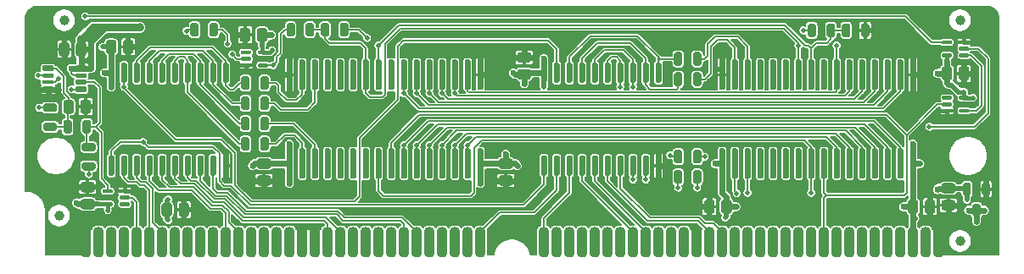
<source format=gtl>
G04 #@! TF.GenerationSoftware,KiCad,Pcbnew,(5.1.10-1-10_14)*
G04 #@! TF.CreationDate,2021-06-20T23:59:59-04:00*
G04 #@! TF.ProjectId,MacIIfxRAMSIMM,4d616349-4966-4785-9241-4d53494d4d2e,rev?*
G04 #@! TF.SameCoordinates,Original*
G04 #@! TF.FileFunction,Copper,L1,Top*
G04 #@! TF.FilePolarity,Positive*
%FSLAX46Y46*%
G04 Gerber Fmt 4.6, Leading zero omitted, Abs format (unit mm)*
G04 Created by KiCad (PCBNEW (5.1.10-1-10_14)) date 2021-06-20 23:59:59*
%MOMM*%
%LPD*%
G01*
G04 APERTURE LIST*
G04 #@! TA.AperFunction,ComponentPad*
%ADD10C,2.000000*%
G04 #@! TD*
G04 #@! TA.AperFunction,SMDPad,CuDef*
%ADD11C,1.000000*%
G04 #@! TD*
G04 #@! TA.AperFunction,ViaPad*
%ADD12C,0.600000*%
G04 #@! TD*
G04 #@! TA.AperFunction,ViaPad*
%ADD13C,0.500000*%
G04 #@! TD*
G04 #@! TA.AperFunction,ViaPad*
%ADD14C,0.508000*%
G04 #@! TD*
G04 #@! TA.AperFunction,ViaPad*
%ADD15C,0.800000*%
G04 #@! TD*
G04 #@! TA.AperFunction,Conductor*
%ADD16C,0.600000*%
G04 #@! TD*
G04 #@! TA.AperFunction,Conductor*
%ADD17C,0.500000*%
G04 #@! TD*
G04 #@! TA.AperFunction,Conductor*
%ADD18C,0.150000*%
G04 #@! TD*
G04 #@! TA.AperFunction,Conductor*
%ADD19C,0.400000*%
G04 #@! TD*
G04 #@! TA.AperFunction,Conductor*
%ADD20C,0.800000*%
G04 #@! TD*
G04 #@! TA.AperFunction,Conductor*
%ADD21C,0.450000*%
G04 #@! TD*
G04 #@! TA.AperFunction,Conductor*
%ADD22C,0.154000*%
G04 #@! TD*
G04 #@! TA.AperFunction,Conductor*
%ADD23C,0.100000*%
G04 #@! TD*
G04 APERTURE END LIST*
G04 #@! TA.AperFunction,SMDPad,CuDef*
G36*
G01*
X95447500Y-119412000D02*
X96322500Y-119412000D01*
G75*
G02*
X96585000Y-119674500I0J-262500D01*
G01*
X96585000Y-120199500D01*
G75*
G02*
X96322500Y-120462000I-262500J0D01*
G01*
X95447500Y-120462000D01*
G75*
G02*
X95185000Y-120199500I0J262500D01*
G01*
X95185000Y-119674500D01*
G75*
G02*
X95447500Y-119412000I262500J0D01*
G01*
G37*
G04 #@! TD.AperFunction*
G04 #@! TA.AperFunction,SMDPad,CuDef*
G36*
G01*
X95447500Y-117712000D02*
X96322500Y-117712000D01*
G75*
G02*
X96585000Y-117974500I0J-262500D01*
G01*
X96585000Y-118499500D01*
G75*
G02*
X96322500Y-118762000I-262500J0D01*
G01*
X95447500Y-118762000D01*
G75*
G02*
X95185000Y-118499500I0J262500D01*
G01*
X95185000Y-117974500D01*
G75*
G02*
X95447500Y-117712000I262500J0D01*
G01*
G37*
G04 #@! TD.AperFunction*
G04 #@! TA.AperFunction,SMDPad,CuDef*
G36*
G01*
X141755000Y-110871000D02*
X141455000Y-110871000D01*
G75*
G02*
X141305000Y-110721000I0J150000D01*
G01*
X141305000Y-107973000D01*
G75*
G02*
X141455000Y-107823000I150000J0D01*
G01*
X141755000Y-107823000D01*
G75*
G02*
X141905000Y-107973000I0J-150000D01*
G01*
X141905000Y-110721000D01*
G75*
G02*
X141755000Y-110871000I-150000J0D01*
G01*
G37*
G04 #@! TD.AperFunction*
G04 #@! TA.AperFunction,SMDPad,CuDef*
G36*
G01*
X143025000Y-110871000D02*
X142725000Y-110871000D01*
G75*
G02*
X142575000Y-110721000I0J150000D01*
G01*
X142575000Y-107973000D01*
G75*
G02*
X142725000Y-107823000I150000J0D01*
G01*
X143025000Y-107823000D01*
G75*
G02*
X143175000Y-107973000I0J-150000D01*
G01*
X143175000Y-110721000D01*
G75*
G02*
X143025000Y-110871000I-150000J0D01*
G01*
G37*
G04 #@! TD.AperFunction*
G04 #@! TA.AperFunction,SMDPad,CuDef*
G36*
G01*
X144295000Y-110871000D02*
X143995000Y-110871000D01*
G75*
G02*
X143845000Y-110721000I0J150000D01*
G01*
X143845000Y-107973000D01*
G75*
G02*
X143995000Y-107823000I150000J0D01*
G01*
X144295000Y-107823000D01*
G75*
G02*
X144445000Y-107973000I0J-150000D01*
G01*
X144445000Y-110721000D01*
G75*
G02*
X144295000Y-110871000I-150000J0D01*
G01*
G37*
G04 #@! TD.AperFunction*
G04 #@! TA.AperFunction,SMDPad,CuDef*
G36*
G01*
X145565000Y-110871000D02*
X145265000Y-110871000D01*
G75*
G02*
X145115000Y-110721000I0J150000D01*
G01*
X145115000Y-107973000D01*
G75*
G02*
X145265000Y-107823000I150000J0D01*
G01*
X145565000Y-107823000D01*
G75*
G02*
X145715000Y-107973000I0J-150000D01*
G01*
X145715000Y-110721000D01*
G75*
G02*
X145565000Y-110871000I-150000J0D01*
G01*
G37*
G04 #@! TD.AperFunction*
G04 #@! TA.AperFunction,SMDPad,CuDef*
G36*
G01*
X156695000Y-107823000D02*
X156995000Y-107823000D01*
G75*
G02*
X157145000Y-107973000I0J-150000D01*
G01*
X157145000Y-110721000D01*
G75*
G02*
X156995000Y-110871000I-150000J0D01*
G01*
X156695000Y-110871000D01*
G75*
G02*
X156545000Y-110721000I0J150000D01*
G01*
X156545000Y-107973000D01*
G75*
G02*
X156695000Y-107823000I150000J0D01*
G01*
G37*
G04 #@! TD.AperFunction*
G04 #@! TA.AperFunction,SMDPad,CuDef*
G36*
G01*
X157965000Y-107823000D02*
X158265000Y-107823000D01*
G75*
G02*
X158415000Y-107973000I0J-150000D01*
G01*
X158415000Y-110721000D01*
G75*
G02*
X158265000Y-110871000I-150000J0D01*
G01*
X157965000Y-110871000D01*
G75*
G02*
X157815000Y-110721000I0J150000D01*
G01*
X157815000Y-107973000D01*
G75*
G02*
X157965000Y-107823000I150000J0D01*
G01*
G37*
G04 #@! TD.AperFunction*
G04 #@! TA.AperFunction,SMDPad,CuDef*
G36*
G01*
X159235000Y-107823000D02*
X159535000Y-107823000D01*
G75*
G02*
X159685000Y-107973000I0J-150000D01*
G01*
X159685000Y-110721000D01*
G75*
G02*
X159535000Y-110871000I-150000J0D01*
G01*
X159235000Y-110871000D01*
G75*
G02*
X159085000Y-110721000I0J150000D01*
G01*
X159085000Y-107973000D01*
G75*
G02*
X159235000Y-107823000I150000J0D01*
G01*
G37*
G04 #@! TD.AperFunction*
G04 #@! TA.AperFunction,SMDPad,CuDef*
G36*
G01*
X160505000Y-107823000D02*
X160805000Y-107823000D01*
G75*
G02*
X160955000Y-107973000I0J-150000D01*
G01*
X160955000Y-110721000D01*
G75*
G02*
X160805000Y-110871000I-150000J0D01*
G01*
X160505000Y-110871000D01*
G75*
G02*
X160355000Y-110721000I0J150000D01*
G01*
X160355000Y-107973000D01*
G75*
G02*
X160505000Y-107823000I150000J0D01*
G01*
G37*
G04 #@! TD.AperFunction*
G04 #@! TA.AperFunction,SMDPad,CuDef*
G36*
G01*
X160805000Y-119761000D02*
X160505000Y-119761000D01*
G75*
G02*
X160355000Y-119611000I0J150000D01*
G01*
X160355000Y-116863000D01*
G75*
G02*
X160505000Y-116713000I150000J0D01*
G01*
X160805000Y-116713000D01*
G75*
G02*
X160955000Y-116863000I0J-150000D01*
G01*
X160955000Y-119611000D01*
G75*
G02*
X160805000Y-119761000I-150000J0D01*
G01*
G37*
G04 #@! TD.AperFunction*
G04 #@! TA.AperFunction,SMDPad,CuDef*
G36*
G01*
X159535000Y-119761000D02*
X159235000Y-119761000D01*
G75*
G02*
X159085000Y-119611000I0J150000D01*
G01*
X159085000Y-116863000D01*
G75*
G02*
X159235000Y-116713000I150000J0D01*
G01*
X159535000Y-116713000D01*
G75*
G02*
X159685000Y-116863000I0J-150000D01*
G01*
X159685000Y-119611000D01*
G75*
G02*
X159535000Y-119761000I-150000J0D01*
G01*
G37*
G04 #@! TD.AperFunction*
G04 #@! TA.AperFunction,SMDPad,CuDef*
G36*
G01*
X149375000Y-119761000D02*
X149075000Y-119761000D01*
G75*
G02*
X148925000Y-119611000I0J150000D01*
G01*
X148925000Y-116863000D01*
G75*
G02*
X149075000Y-116713000I150000J0D01*
G01*
X149375000Y-116713000D01*
G75*
G02*
X149525000Y-116863000I0J-150000D01*
G01*
X149525000Y-119611000D01*
G75*
G02*
X149375000Y-119761000I-150000J0D01*
G01*
G37*
G04 #@! TD.AperFunction*
G04 #@! TA.AperFunction,SMDPad,CuDef*
G36*
G01*
X149375000Y-110871000D02*
X149075000Y-110871000D01*
G75*
G02*
X148925000Y-110721000I0J150000D01*
G01*
X148925000Y-107973000D01*
G75*
G02*
X149075000Y-107823000I150000J0D01*
G01*
X149375000Y-107823000D01*
G75*
G02*
X149525000Y-107973000I0J-150000D01*
G01*
X149525000Y-110721000D01*
G75*
G02*
X149375000Y-110871000I-150000J0D01*
G01*
G37*
G04 #@! TD.AperFunction*
G04 #@! TA.AperFunction,SMDPad,CuDef*
G36*
G01*
X150645000Y-110871000D02*
X150345000Y-110871000D01*
G75*
G02*
X150195000Y-110721000I0J150000D01*
G01*
X150195000Y-107973000D01*
G75*
G02*
X150345000Y-107823000I150000J0D01*
G01*
X150645000Y-107823000D01*
G75*
G02*
X150795000Y-107973000I0J-150000D01*
G01*
X150795000Y-110721000D01*
G75*
G02*
X150645000Y-110871000I-150000J0D01*
G01*
G37*
G04 #@! TD.AperFunction*
G04 #@! TA.AperFunction,SMDPad,CuDef*
G36*
G01*
X151915000Y-110871000D02*
X151615000Y-110871000D01*
G75*
G02*
X151465000Y-110721000I0J150000D01*
G01*
X151465000Y-107973000D01*
G75*
G02*
X151615000Y-107823000I150000J0D01*
G01*
X151915000Y-107823000D01*
G75*
G02*
X152065000Y-107973000I0J-150000D01*
G01*
X152065000Y-110721000D01*
G75*
G02*
X151915000Y-110871000I-150000J0D01*
G01*
G37*
G04 #@! TD.AperFunction*
G04 #@! TA.AperFunction,SMDPad,CuDef*
G36*
G01*
X153185000Y-110871000D02*
X152885000Y-110871000D01*
G75*
G02*
X152735000Y-110721000I0J150000D01*
G01*
X152735000Y-107973000D01*
G75*
G02*
X152885000Y-107823000I150000J0D01*
G01*
X153185000Y-107823000D01*
G75*
G02*
X153335000Y-107973000I0J-150000D01*
G01*
X153335000Y-110721000D01*
G75*
G02*
X153185000Y-110871000I-150000J0D01*
G01*
G37*
G04 #@! TD.AperFunction*
G04 #@! TA.AperFunction,SMDPad,CuDef*
G36*
G01*
X154455000Y-110871000D02*
X154155000Y-110871000D01*
G75*
G02*
X154005000Y-110721000I0J150000D01*
G01*
X154005000Y-107973000D01*
G75*
G02*
X154155000Y-107823000I150000J0D01*
G01*
X154455000Y-107823000D01*
G75*
G02*
X154605000Y-107973000I0J-150000D01*
G01*
X154605000Y-110721000D01*
G75*
G02*
X154455000Y-110871000I-150000J0D01*
G01*
G37*
G04 #@! TD.AperFunction*
G04 #@! TA.AperFunction,SMDPad,CuDef*
G36*
G01*
X156995000Y-119761000D02*
X156695000Y-119761000D01*
G75*
G02*
X156545000Y-119611000I0J150000D01*
G01*
X156545000Y-116863000D01*
G75*
G02*
X156695000Y-116713000I150000J0D01*
G01*
X156995000Y-116713000D01*
G75*
G02*
X157145000Y-116863000I0J-150000D01*
G01*
X157145000Y-119611000D01*
G75*
G02*
X156995000Y-119761000I-150000J0D01*
G01*
G37*
G04 #@! TD.AperFunction*
G04 #@! TA.AperFunction,SMDPad,CuDef*
G36*
G01*
X155725000Y-119761000D02*
X155425000Y-119761000D01*
G75*
G02*
X155275000Y-119611000I0J150000D01*
G01*
X155275000Y-116863000D01*
G75*
G02*
X155425000Y-116713000I150000J0D01*
G01*
X155725000Y-116713000D01*
G75*
G02*
X155875000Y-116863000I0J-150000D01*
G01*
X155875000Y-119611000D01*
G75*
G02*
X155725000Y-119761000I-150000J0D01*
G01*
G37*
G04 #@! TD.AperFunction*
G04 #@! TA.AperFunction,SMDPad,CuDef*
G36*
G01*
X154455000Y-119761000D02*
X154155000Y-119761000D01*
G75*
G02*
X154005000Y-119611000I0J150000D01*
G01*
X154005000Y-116863000D01*
G75*
G02*
X154155000Y-116713000I150000J0D01*
G01*
X154455000Y-116713000D01*
G75*
G02*
X154605000Y-116863000I0J-150000D01*
G01*
X154605000Y-119611000D01*
G75*
G02*
X154455000Y-119761000I-150000J0D01*
G01*
G37*
G04 #@! TD.AperFunction*
G04 #@! TA.AperFunction,SMDPad,CuDef*
G36*
G01*
X153185000Y-119761000D02*
X152885000Y-119761000D01*
G75*
G02*
X152735000Y-119611000I0J150000D01*
G01*
X152735000Y-116863000D01*
G75*
G02*
X152885000Y-116713000I150000J0D01*
G01*
X153185000Y-116713000D01*
G75*
G02*
X153335000Y-116863000I0J-150000D01*
G01*
X153335000Y-119611000D01*
G75*
G02*
X153185000Y-119761000I-150000J0D01*
G01*
G37*
G04 #@! TD.AperFunction*
G04 #@! TA.AperFunction,SMDPad,CuDef*
G36*
G01*
X151915000Y-119761000D02*
X151615000Y-119761000D01*
G75*
G02*
X151465000Y-119611000I0J150000D01*
G01*
X151465000Y-116863000D01*
G75*
G02*
X151615000Y-116713000I150000J0D01*
G01*
X151915000Y-116713000D01*
G75*
G02*
X152065000Y-116863000I0J-150000D01*
G01*
X152065000Y-119611000D01*
G75*
G02*
X151915000Y-119761000I-150000J0D01*
G01*
G37*
G04 #@! TD.AperFunction*
G04 #@! TA.AperFunction,SMDPad,CuDef*
G36*
G01*
X146835000Y-119761000D02*
X146535000Y-119761000D01*
G75*
G02*
X146385000Y-119611000I0J150000D01*
G01*
X146385000Y-116863000D01*
G75*
G02*
X146535000Y-116713000I150000J0D01*
G01*
X146835000Y-116713000D01*
G75*
G02*
X146985000Y-116863000I0J-150000D01*
G01*
X146985000Y-119611000D01*
G75*
G02*
X146835000Y-119761000I-150000J0D01*
G01*
G37*
G04 #@! TD.AperFunction*
G04 #@! TA.AperFunction,SMDPad,CuDef*
G36*
G01*
X145565000Y-119761000D02*
X145265000Y-119761000D01*
G75*
G02*
X145115000Y-119611000I0J150000D01*
G01*
X145115000Y-116863000D01*
G75*
G02*
X145265000Y-116713000I150000J0D01*
G01*
X145565000Y-116713000D01*
G75*
G02*
X145715000Y-116863000I0J-150000D01*
G01*
X145715000Y-119611000D01*
G75*
G02*
X145565000Y-119761000I-150000J0D01*
G01*
G37*
G04 #@! TD.AperFunction*
G04 #@! TA.AperFunction,SMDPad,CuDef*
G36*
G01*
X144295000Y-119761000D02*
X143995000Y-119761000D01*
G75*
G02*
X143845000Y-119611000I0J150000D01*
G01*
X143845000Y-116863000D01*
G75*
G02*
X143995000Y-116713000I150000J0D01*
G01*
X144295000Y-116713000D01*
G75*
G02*
X144445000Y-116863000I0J-150000D01*
G01*
X144445000Y-119611000D01*
G75*
G02*
X144295000Y-119761000I-150000J0D01*
G01*
G37*
G04 #@! TD.AperFunction*
G04 #@! TA.AperFunction,SMDPad,CuDef*
G36*
G01*
X143025000Y-119761000D02*
X142725000Y-119761000D01*
G75*
G02*
X142575000Y-119611000I0J150000D01*
G01*
X142575000Y-116863000D01*
G75*
G02*
X142725000Y-116713000I150000J0D01*
G01*
X143025000Y-116713000D01*
G75*
G02*
X143175000Y-116863000I0J-150000D01*
G01*
X143175000Y-119611000D01*
G75*
G02*
X143025000Y-119761000I-150000J0D01*
G01*
G37*
G04 #@! TD.AperFunction*
G04 #@! TA.AperFunction,SMDPad,CuDef*
G36*
G01*
X141755000Y-119761000D02*
X141455000Y-119761000D01*
G75*
G02*
X141305000Y-119611000I0J150000D01*
G01*
X141305000Y-116863000D01*
G75*
G02*
X141455000Y-116713000I150000J0D01*
G01*
X141755000Y-116713000D01*
G75*
G02*
X141905000Y-116863000I0J-150000D01*
G01*
X141905000Y-119611000D01*
G75*
G02*
X141755000Y-119761000I-150000J0D01*
G01*
G37*
G04 #@! TD.AperFunction*
G04 #@! TA.AperFunction,SMDPad,CuDef*
G36*
G01*
X155725000Y-110871000D02*
X155425000Y-110871000D01*
G75*
G02*
X155275000Y-110721000I0J150000D01*
G01*
X155275000Y-107973000D01*
G75*
G02*
X155425000Y-107823000I150000J0D01*
G01*
X155725000Y-107823000D01*
G75*
G02*
X155875000Y-107973000I0J-150000D01*
G01*
X155875000Y-110721000D01*
G75*
G02*
X155725000Y-110871000I-150000J0D01*
G01*
G37*
G04 #@! TD.AperFunction*
G04 #@! TA.AperFunction,SMDPad,CuDef*
G36*
G01*
X148105000Y-119761000D02*
X147805000Y-119761000D01*
G75*
G02*
X147655000Y-119611000I0J150000D01*
G01*
X147655000Y-116863000D01*
G75*
G02*
X147805000Y-116713000I150000J0D01*
G01*
X148105000Y-116713000D01*
G75*
G02*
X148255000Y-116863000I0J-150000D01*
G01*
X148255000Y-119611000D01*
G75*
G02*
X148105000Y-119761000I-150000J0D01*
G01*
G37*
G04 #@! TD.AperFunction*
G04 #@! TA.AperFunction,SMDPad,CuDef*
G36*
G01*
X150645000Y-119761000D02*
X150345000Y-119761000D01*
G75*
G02*
X150195000Y-119611000I0J150000D01*
G01*
X150195000Y-116863000D01*
G75*
G02*
X150345000Y-116713000I150000J0D01*
G01*
X150645000Y-116713000D01*
G75*
G02*
X150795000Y-116863000I0J-150000D01*
G01*
X150795000Y-119611000D01*
G75*
G02*
X150645000Y-119761000I-150000J0D01*
G01*
G37*
G04 #@! TD.AperFunction*
G04 #@! TA.AperFunction,SMDPad,CuDef*
G36*
G01*
X158265000Y-119761000D02*
X157965000Y-119761000D01*
G75*
G02*
X157815000Y-119611000I0J150000D01*
G01*
X157815000Y-116863000D01*
G75*
G02*
X157965000Y-116713000I150000J0D01*
G01*
X158265000Y-116713000D01*
G75*
G02*
X158415000Y-116863000I0J-150000D01*
G01*
X158415000Y-119611000D01*
G75*
G02*
X158265000Y-119761000I-150000J0D01*
G01*
G37*
G04 #@! TD.AperFunction*
G04 #@! TA.AperFunction,SMDPad,CuDef*
G36*
G01*
X148105000Y-110871000D02*
X147805000Y-110871000D01*
G75*
G02*
X147655000Y-110721000I0J150000D01*
G01*
X147655000Y-107973000D01*
G75*
G02*
X147805000Y-107823000I150000J0D01*
G01*
X148105000Y-107823000D01*
G75*
G02*
X148255000Y-107973000I0J-150000D01*
G01*
X148255000Y-110721000D01*
G75*
G02*
X148105000Y-110871000I-150000J0D01*
G01*
G37*
G04 #@! TD.AperFunction*
G04 #@! TA.AperFunction,SMDPad,CuDef*
G36*
G01*
X146835000Y-110871000D02*
X146535000Y-110871000D01*
G75*
G02*
X146385000Y-110721000I0J150000D01*
G01*
X146385000Y-107973000D01*
G75*
G02*
X146535000Y-107823000I150000J0D01*
G01*
X146835000Y-107823000D01*
G75*
G02*
X146985000Y-107973000I0J-150000D01*
G01*
X146985000Y-110721000D01*
G75*
G02*
X146835000Y-110871000I-150000J0D01*
G01*
G37*
G04 #@! TD.AperFunction*
G04 #@! TA.AperFunction,SMDPad,CuDef*
G36*
G01*
X98575000Y-110871000D02*
X98275000Y-110871000D01*
G75*
G02*
X98125000Y-110721000I0J150000D01*
G01*
X98125000Y-107973000D01*
G75*
G02*
X98275000Y-107823000I150000J0D01*
G01*
X98575000Y-107823000D01*
G75*
G02*
X98725000Y-107973000I0J-150000D01*
G01*
X98725000Y-110721000D01*
G75*
G02*
X98575000Y-110871000I-150000J0D01*
G01*
G37*
G04 #@! TD.AperFunction*
G04 #@! TA.AperFunction,SMDPad,CuDef*
G36*
G01*
X99845000Y-110871000D02*
X99545000Y-110871000D01*
G75*
G02*
X99395000Y-110721000I0J150000D01*
G01*
X99395000Y-107973000D01*
G75*
G02*
X99545000Y-107823000I150000J0D01*
G01*
X99845000Y-107823000D01*
G75*
G02*
X99995000Y-107973000I0J-150000D01*
G01*
X99995000Y-110721000D01*
G75*
G02*
X99845000Y-110871000I-150000J0D01*
G01*
G37*
G04 #@! TD.AperFunction*
G04 #@! TA.AperFunction,SMDPad,CuDef*
G36*
G01*
X101115000Y-110871000D02*
X100815000Y-110871000D01*
G75*
G02*
X100665000Y-110721000I0J150000D01*
G01*
X100665000Y-107973000D01*
G75*
G02*
X100815000Y-107823000I150000J0D01*
G01*
X101115000Y-107823000D01*
G75*
G02*
X101265000Y-107973000I0J-150000D01*
G01*
X101265000Y-110721000D01*
G75*
G02*
X101115000Y-110871000I-150000J0D01*
G01*
G37*
G04 #@! TD.AperFunction*
G04 #@! TA.AperFunction,SMDPad,CuDef*
G36*
G01*
X102385000Y-110871000D02*
X102085000Y-110871000D01*
G75*
G02*
X101935000Y-110721000I0J150000D01*
G01*
X101935000Y-107973000D01*
G75*
G02*
X102085000Y-107823000I150000J0D01*
G01*
X102385000Y-107823000D01*
G75*
G02*
X102535000Y-107973000I0J-150000D01*
G01*
X102535000Y-110721000D01*
G75*
G02*
X102385000Y-110871000I-150000J0D01*
G01*
G37*
G04 #@! TD.AperFunction*
G04 #@! TA.AperFunction,SMDPad,CuDef*
G36*
G01*
X113515000Y-107823000D02*
X113815000Y-107823000D01*
G75*
G02*
X113965000Y-107973000I0J-150000D01*
G01*
X113965000Y-110721000D01*
G75*
G02*
X113815000Y-110871000I-150000J0D01*
G01*
X113515000Y-110871000D01*
G75*
G02*
X113365000Y-110721000I0J150000D01*
G01*
X113365000Y-107973000D01*
G75*
G02*
X113515000Y-107823000I150000J0D01*
G01*
G37*
G04 #@! TD.AperFunction*
G04 #@! TA.AperFunction,SMDPad,CuDef*
G36*
G01*
X114785000Y-107823000D02*
X115085000Y-107823000D01*
G75*
G02*
X115235000Y-107973000I0J-150000D01*
G01*
X115235000Y-110721000D01*
G75*
G02*
X115085000Y-110871000I-150000J0D01*
G01*
X114785000Y-110871000D01*
G75*
G02*
X114635000Y-110721000I0J150000D01*
G01*
X114635000Y-107973000D01*
G75*
G02*
X114785000Y-107823000I150000J0D01*
G01*
G37*
G04 #@! TD.AperFunction*
G04 #@! TA.AperFunction,SMDPad,CuDef*
G36*
G01*
X116055000Y-107823000D02*
X116355000Y-107823000D01*
G75*
G02*
X116505000Y-107973000I0J-150000D01*
G01*
X116505000Y-110721000D01*
G75*
G02*
X116355000Y-110871000I-150000J0D01*
G01*
X116055000Y-110871000D01*
G75*
G02*
X115905000Y-110721000I0J150000D01*
G01*
X115905000Y-107973000D01*
G75*
G02*
X116055000Y-107823000I150000J0D01*
G01*
G37*
G04 #@! TD.AperFunction*
G04 #@! TA.AperFunction,SMDPad,CuDef*
G36*
G01*
X117325000Y-107823000D02*
X117625000Y-107823000D01*
G75*
G02*
X117775000Y-107973000I0J-150000D01*
G01*
X117775000Y-110721000D01*
G75*
G02*
X117625000Y-110871000I-150000J0D01*
G01*
X117325000Y-110871000D01*
G75*
G02*
X117175000Y-110721000I0J150000D01*
G01*
X117175000Y-107973000D01*
G75*
G02*
X117325000Y-107823000I150000J0D01*
G01*
G37*
G04 #@! TD.AperFunction*
G04 #@! TA.AperFunction,SMDPad,CuDef*
G36*
G01*
X117625000Y-119761000D02*
X117325000Y-119761000D01*
G75*
G02*
X117175000Y-119611000I0J150000D01*
G01*
X117175000Y-116863000D01*
G75*
G02*
X117325000Y-116713000I150000J0D01*
G01*
X117625000Y-116713000D01*
G75*
G02*
X117775000Y-116863000I0J-150000D01*
G01*
X117775000Y-119611000D01*
G75*
G02*
X117625000Y-119761000I-150000J0D01*
G01*
G37*
G04 #@! TD.AperFunction*
G04 #@! TA.AperFunction,SMDPad,CuDef*
G36*
G01*
X116355000Y-119761000D02*
X116055000Y-119761000D01*
G75*
G02*
X115905000Y-119611000I0J150000D01*
G01*
X115905000Y-116863000D01*
G75*
G02*
X116055000Y-116713000I150000J0D01*
G01*
X116355000Y-116713000D01*
G75*
G02*
X116505000Y-116863000I0J-150000D01*
G01*
X116505000Y-119611000D01*
G75*
G02*
X116355000Y-119761000I-150000J0D01*
G01*
G37*
G04 #@! TD.AperFunction*
G04 #@! TA.AperFunction,SMDPad,CuDef*
G36*
G01*
X106195000Y-119761000D02*
X105895000Y-119761000D01*
G75*
G02*
X105745000Y-119611000I0J150000D01*
G01*
X105745000Y-116863000D01*
G75*
G02*
X105895000Y-116713000I150000J0D01*
G01*
X106195000Y-116713000D01*
G75*
G02*
X106345000Y-116863000I0J-150000D01*
G01*
X106345000Y-119611000D01*
G75*
G02*
X106195000Y-119761000I-150000J0D01*
G01*
G37*
G04 #@! TD.AperFunction*
G04 #@! TA.AperFunction,SMDPad,CuDef*
G36*
G01*
X106195000Y-110871000D02*
X105895000Y-110871000D01*
G75*
G02*
X105745000Y-110721000I0J150000D01*
G01*
X105745000Y-107973000D01*
G75*
G02*
X105895000Y-107823000I150000J0D01*
G01*
X106195000Y-107823000D01*
G75*
G02*
X106345000Y-107973000I0J-150000D01*
G01*
X106345000Y-110721000D01*
G75*
G02*
X106195000Y-110871000I-150000J0D01*
G01*
G37*
G04 #@! TD.AperFunction*
G04 #@! TA.AperFunction,SMDPad,CuDef*
G36*
G01*
X107465000Y-110871000D02*
X107165000Y-110871000D01*
G75*
G02*
X107015000Y-110721000I0J150000D01*
G01*
X107015000Y-107973000D01*
G75*
G02*
X107165000Y-107823000I150000J0D01*
G01*
X107465000Y-107823000D01*
G75*
G02*
X107615000Y-107973000I0J-150000D01*
G01*
X107615000Y-110721000D01*
G75*
G02*
X107465000Y-110871000I-150000J0D01*
G01*
G37*
G04 #@! TD.AperFunction*
G04 #@! TA.AperFunction,SMDPad,CuDef*
G36*
G01*
X108735000Y-110871000D02*
X108435000Y-110871000D01*
G75*
G02*
X108285000Y-110721000I0J150000D01*
G01*
X108285000Y-107973000D01*
G75*
G02*
X108435000Y-107823000I150000J0D01*
G01*
X108735000Y-107823000D01*
G75*
G02*
X108885000Y-107973000I0J-150000D01*
G01*
X108885000Y-110721000D01*
G75*
G02*
X108735000Y-110871000I-150000J0D01*
G01*
G37*
G04 #@! TD.AperFunction*
G04 #@! TA.AperFunction,SMDPad,CuDef*
G36*
G01*
X110005000Y-110871000D02*
X109705000Y-110871000D01*
G75*
G02*
X109555000Y-110721000I0J150000D01*
G01*
X109555000Y-107973000D01*
G75*
G02*
X109705000Y-107823000I150000J0D01*
G01*
X110005000Y-107823000D01*
G75*
G02*
X110155000Y-107973000I0J-150000D01*
G01*
X110155000Y-110721000D01*
G75*
G02*
X110005000Y-110871000I-150000J0D01*
G01*
G37*
G04 #@! TD.AperFunction*
G04 #@! TA.AperFunction,SMDPad,CuDef*
G36*
G01*
X111275000Y-110871000D02*
X110975000Y-110871000D01*
G75*
G02*
X110825000Y-110721000I0J150000D01*
G01*
X110825000Y-107973000D01*
G75*
G02*
X110975000Y-107823000I150000J0D01*
G01*
X111275000Y-107823000D01*
G75*
G02*
X111425000Y-107973000I0J-150000D01*
G01*
X111425000Y-110721000D01*
G75*
G02*
X111275000Y-110871000I-150000J0D01*
G01*
G37*
G04 #@! TD.AperFunction*
G04 #@! TA.AperFunction,SMDPad,CuDef*
G36*
G01*
X113815000Y-119761000D02*
X113515000Y-119761000D01*
G75*
G02*
X113365000Y-119611000I0J150000D01*
G01*
X113365000Y-116863000D01*
G75*
G02*
X113515000Y-116713000I150000J0D01*
G01*
X113815000Y-116713000D01*
G75*
G02*
X113965000Y-116863000I0J-150000D01*
G01*
X113965000Y-119611000D01*
G75*
G02*
X113815000Y-119761000I-150000J0D01*
G01*
G37*
G04 #@! TD.AperFunction*
G04 #@! TA.AperFunction,SMDPad,CuDef*
G36*
G01*
X112545000Y-119761000D02*
X112245000Y-119761000D01*
G75*
G02*
X112095000Y-119611000I0J150000D01*
G01*
X112095000Y-116863000D01*
G75*
G02*
X112245000Y-116713000I150000J0D01*
G01*
X112545000Y-116713000D01*
G75*
G02*
X112695000Y-116863000I0J-150000D01*
G01*
X112695000Y-119611000D01*
G75*
G02*
X112545000Y-119761000I-150000J0D01*
G01*
G37*
G04 #@! TD.AperFunction*
G04 #@! TA.AperFunction,SMDPad,CuDef*
G36*
G01*
X111275000Y-119761000D02*
X110975000Y-119761000D01*
G75*
G02*
X110825000Y-119611000I0J150000D01*
G01*
X110825000Y-116863000D01*
G75*
G02*
X110975000Y-116713000I150000J0D01*
G01*
X111275000Y-116713000D01*
G75*
G02*
X111425000Y-116863000I0J-150000D01*
G01*
X111425000Y-119611000D01*
G75*
G02*
X111275000Y-119761000I-150000J0D01*
G01*
G37*
G04 #@! TD.AperFunction*
G04 #@! TA.AperFunction,SMDPad,CuDef*
G36*
G01*
X110005000Y-119761000D02*
X109705000Y-119761000D01*
G75*
G02*
X109555000Y-119611000I0J150000D01*
G01*
X109555000Y-116863000D01*
G75*
G02*
X109705000Y-116713000I150000J0D01*
G01*
X110005000Y-116713000D01*
G75*
G02*
X110155000Y-116863000I0J-150000D01*
G01*
X110155000Y-119611000D01*
G75*
G02*
X110005000Y-119761000I-150000J0D01*
G01*
G37*
G04 #@! TD.AperFunction*
G04 #@! TA.AperFunction,SMDPad,CuDef*
G36*
G01*
X108735000Y-119761000D02*
X108435000Y-119761000D01*
G75*
G02*
X108285000Y-119611000I0J150000D01*
G01*
X108285000Y-116863000D01*
G75*
G02*
X108435000Y-116713000I150000J0D01*
G01*
X108735000Y-116713000D01*
G75*
G02*
X108885000Y-116863000I0J-150000D01*
G01*
X108885000Y-119611000D01*
G75*
G02*
X108735000Y-119761000I-150000J0D01*
G01*
G37*
G04 #@! TD.AperFunction*
G04 #@! TA.AperFunction,SMDPad,CuDef*
G36*
G01*
X103655000Y-119761000D02*
X103355000Y-119761000D01*
G75*
G02*
X103205000Y-119611000I0J150000D01*
G01*
X103205000Y-116863000D01*
G75*
G02*
X103355000Y-116713000I150000J0D01*
G01*
X103655000Y-116713000D01*
G75*
G02*
X103805000Y-116863000I0J-150000D01*
G01*
X103805000Y-119611000D01*
G75*
G02*
X103655000Y-119761000I-150000J0D01*
G01*
G37*
G04 #@! TD.AperFunction*
G04 #@! TA.AperFunction,SMDPad,CuDef*
G36*
G01*
X102385000Y-119761000D02*
X102085000Y-119761000D01*
G75*
G02*
X101935000Y-119611000I0J150000D01*
G01*
X101935000Y-116863000D01*
G75*
G02*
X102085000Y-116713000I150000J0D01*
G01*
X102385000Y-116713000D01*
G75*
G02*
X102535000Y-116863000I0J-150000D01*
G01*
X102535000Y-119611000D01*
G75*
G02*
X102385000Y-119761000I-150000J0D01*
G01*
G37*
G04 #@! TD.AperFunction*
G04 #@! TA.AperFunction,SMDPad,CuDef*
G36*
G01*
X101115000Y-119761000D02*
X100815000Y-119761000D01*
G75*
G02*
X100665000Y-119611000I0J150000D01*
G01*
X100665000Y-116863000D01*
G75*
G02*
X100815000Y-116713000I150000J0D01*
G01*
X101115000Y-116713000D01*
G75*
G02*
X101265000Y-116863000I0J-150000D01*
G01*
X101265000Y-119611000D01*
G75*
G02*
X101115000Y-119761000I-150000J0D01*
G01*
G37*
G04 #@! TD.AperFunction*
G04 #@! TA.AperFunction,SMDPad,CuDef*
G36*
G01*
X99845000Y-119761000D02*
X99545000Y-119761000D01*
G75*
G02*
X99395000Y-119611000I0J150000D01*
G01*
X99395000Y-116863000D01*
G75*
G02*
X99545000Y-116713000I150000J0D01*
G01*
X99845000Y-116713000D01*
G75*
G02*
X99995000Y-116863000I0J-150000D01*
G01*
X99995000Y-119611000D01*
G75*
G02*
X99845000Y-119761000I-150000J0D01*
G01*
G37*
G04 #@! TD.AperFunction*
G04 #@! TA.AperFunction,SMDPad,CuDef*
G36*
G01*
X98575000Y-119761000D02*
X98275000Y-119761000D01*
G75*
G02*
X98125000Y-119611000I0J150000D01*
G01*
X98125000Y-116863000D01*
G75*
G02*
X98275000Y-116713000I150000J0D01*
G01*
X98575000Y-116713000D01*
G75*
G02*
X98725000Y-116863000I0J-150000D01*
G01*
X98725000Y-119611000D01*
G75*
G02*
X98575000Y-119761000I-150000J0D01*
G01*
G37*
G04 #@! TD.AperFunction*
G04 #@! TA.AperFunction,SMDPad,CuDef*
G36*
G01*
X112545000Y-110871000D02*
X112245000Y-110871000D01*
G75*
G02*
X112095000Y-110721000I0J150000D01*
G01*
X112095000Y-107973000D01*
G75*
G02*
X112245000Y-107823000I150000J0D01*
G01*
X112545000Y-107823000D01*
G75*
G02*
X112695000Y-107973000I0J-150000D01*
G01*
X112695000Y-110721000D01*
G75*
G02*
X112545000Y-110871000I-150000J0D01*
G01*
G37*
G04 #@! TD.AperFunction*
G04 #@! TA.AperFunction,SMDPad,CuDef*
G36*
G01*
X104925000Y-119761000D02*
X104625000Y-119761000D01*
G75*
G02*
X104475000Y-119611000I0J150000D01*
G01*
X104475000Y-116863000D01*
G75*
G02*
X104625000Y-116713000I150000J0D01*
G01*
X104925000Y-116713000D01*
G75*
G02*
X105075000Y-116863000I0J-150000D01*
G01*
X105075000Y-119611000D01*
G75*
G02*
X104925000Y-119761000I-150000J0D01*
G01*
G37*
G04 #@! TD.AperFunction*
G04 #@! TA.AperFunction,SMDPad,CuDef*
G36*
G01*
X107465000Y-119761000D02*
X107165000Y-119761000D01*
G75*
G02*
X107015000Y-119611000I0J150000D01*
G01*
X107015000Y-116863000D01*
G75*
G02*
X107165000Y-116713000I150000J0D01*
G01*
X107465000Y-116713000D01*
G75*
G02*
X107615000Y-116863000I0J-150000D01*
G01*
X107615000Y-119611000D01*
G75*
G02*
X107465000Y-119761000I-150000J0D01*
G01*
G37*
G04 #@! TD.AperFunction*
G04 #@! TA.AperFunction,SMDPad,CuDef*
G36*
G01*
X115085000Y-119761000D02*
X114785000Y-119761000D01*
G75*
G02*
X114635000Y-119611000I0J150000D01*
G01*
X114635000Y-116863000D01*
G75*
G02*
X114785000Y-116713000I150000J0D01*
G01*
X115085000Y-116713000D01*
G75*
G02*
X115235000Y-116863000I0J-150000D01*
G01*
X115235000Y-119611000D01*
G75*
G02*
X115085000Y-119761000I-150000J0D01*
G01*
G37*
G04 #@! TD.AperFunction*
G04 #@! TA.AperFunction,SMDPad,CuDef*
G36*
G01*
X104925000Y-110871000D02*
X104625000Y-110871000D01*
G75*
G02*
X104475000Y-110721000I0J150000D01*
G01*
X104475000Y-107973000D01*
G75*
G02*
X104625000Y-107823000I150000J0D01*
G01*
X104925000Y-107823000D01*
G75*
G02*
X105075000Y-107973000I0J-150000D01*
G01*
X105075000Y-110721000D01*
G75*
G02*
X104925000Y-110871000I-150000J0D01*
G01*
G37*
G04 #@! TD.AperFunction*
G04 #@! TA.AperFunction,SMDPad,CuDef*
G36*
G01*
X103655000Y-110871000D02*
X103355000Y-110871000D01*
G75*
G02*
X103205000Y-110721000I0J150000D01*
G01*
X103205000Y-107973000D01*
G75*
G02*
X103355000Y-107823000I150000J0D01*
G01*
X103655000Y-107823000D01*
G75*
G02*
X103805000Y-107973000I0J-150000D01*
G01*
X103805000Y-110721000D01*
G75*
G02*
X103655000Y-110871000I-150000J0D01*
G01*
G37*
G04 #@! TD.AperFunction*
G04 #@! TA.AperFunction,SMDPad,CuDef*
G36*
G01*
X155465000Y-105389500D02*
X155465000Y-104414500D01*
G75*
G02*
X155677500Y-104202000I212500J0D01*
G01*
X156102500Y-104202000D01*
G75*
G02*
X156315000Y-104414500I0J-212500D01*
G01*
X156315000Y-105389500D01*
G75*
G02*
X156102500Y-105602000I-212500J0D01*
G01*
X155677500Y-105602000D01*
G75*
G02*
X155465000Y-105389500I0J212500D01*
G01*
G37*
G04 #@! TD.AperFunction*
G04 #@! TA.AperFunction,SMDPad,CuDef*
G36*
G01*
X153565000Y-105389500D02*
X153565000Y-104414500D01*
G75*
G02*
X153777500Y-104202000I212500J0D01*
G01*
X154202500Y-104202000D01*
G75*
G02*
X154415000Y-104414500I0J-212500D01*
G01*
X154415000Y-105389500D01*
G75*
G02*
X154202500Y-105602000I-212500J0D01*
G01*
X153777500Y-105602000D01*
G75*
G02*
X153565000Y-105389500I0J212500D01*
G01*
G37*
G04 #@! TD.AperFunction*
G04 #@! TA.AperFunction,SMDPad,CuDef*
G36*
G01*
X91291000Y-104351000D02*
X91291000Y-105326000D01*
G75*
G02*
X91078500Y-105538500I-212500J0D01*
G01*
X90653500Y-105538500D01*
G75*
G02*
X90441000Y-105326000I0J212500D01*
G01*
X90441000Y-104351000D01*
G75*
G02*
X90653500Y-104138500I212500J0D01*
G01*
X91078500Y-104138500D01*
G75*
G02*
X91291000Y-104351000I0J-212500D01*
G01*
G37*
G04 #@! TD.AperFunction*
G04 #@! TA.AperFunction,SMDPad,CuDef*
G36*
G01*
X89391000Y-104351000D02*
X89391000Y-105326000D01*
G75*
G02*
X89178500Y-105538500I-212500J0D01*
G01*
X88753500Y-105538500D01*
G75*
G02*
X88541000Y-105326000I0J212500D01*
G01*
X88541000Y-104351000D01*
G75*
G02*
X88753500Y-104138500I212500J0D01*
G01*
X89178500Y-104138500D01*
G75*
G02*
X89391000Y-104351000I0J-212500D01*
G01*
G37*
G04 #@! TD.AperFunction*
G04 #@! TA.AperFunction,SMDPad,CuDef*
G36*
G01*
X96225000Y-104912500D02*
X96225000Y-105787500D01*
G75*
G02*
X95962500Y-106050000I-262500J0D01*
G01*
X95437500Y-106050000D01*
G75*
G02*
X95175000Y-105787500I0J262500D01*
G01*
X95175000Y-104912500D01*
G75*
G02*
X95437500Y-104650000I262500J0D01*
G01*
X95962500Y-104650000D01*
G75*
G02*
X96225000Y-104912500I0J-262500D01*
G01*
G37*
G04 #@! TD.AperFunction*
G04 #@! TA.AperFunction,SMDPad,CuDef*
G36*
G01*
X94525000Y-104912500D02*
X94525000Y-105787500D01*
G75*
G02*
X94262500Y-106050000I-262500J0D01*
G01*
X93737500Y-106050000D01*
G75*
G02*
X93475000Y-105787500I0J262500D01*
G01*
X93475000Y-104912500D01*
G75*
G02*
X93737500Y-104650000I262500J0D01*
G01*
X94262500Y-104650000D01*
G75*
G02*
X94525000Y-104912500I0J-262500D01*
G01*
G37*
G04 #@! TD.AperFunction*
G04 #@! TA.AperFunction,SMDPad,CuDef*
G36*
G01*
X100029500Y-105326000D02*
X100029500Y-104351000D01*
G75*
G02*
X100242000Y-104138500I212500J0D01*
G01*
X100667000Y-104138500D01*
G75*
G02*
X100879500Y-104351000I0J-212500D01*
G01*
X100879500Y-105326000D01*
G75*
G02*
X100667000Y-105538500I-212500J0D01*
G01*
X100242000Y-105538500D01*
G75*
G02*
X100029500Y-105326000I0J212500D01*
G01*
G37*
G04 #@! TD.AperFunction*
G04 #@! TA.AperFunction,SMDPad,CuDef*
G36*
G01*
X98129500Y-105326000D02*
X98129500Y-104351000D01*
G75*
G02*
X98342000Y-104138500I212500J0D01*
G01*
X98767000Y-104138500D01*
G75*
G02*
X98979500Y-104351000I0J-212500D01*
G01*
X98979500Y-105326000D01*
G75*
G02*
X98767000Y-105538500I-212500J0D01*
G01*
X98342000Y-105538500D01*
G75*
G02*
X98129500Y-105326000I0J212500D01*
G01*
G37*
G04 #@! TD.AperFunction*
G04 #@! TA.AperFunction,SMDPad,CuDef*
G36*
G01*
X104308500Y-104351000D02*
X104308500Y-105326000D01*
G75*
G02*
X104096000Y-105538500I-212500J0D01*
G01*
X103671000Y-105538500D01*
G75*
G02*
X103458500Y-105326000I0J212500D01*
G01*
X103458500Y-104351000D01*
G75*
G02*
X103671000Y-104138500I212500J0D01*
G01*
X104096000Y-104138500D01*
G75*
G02*
X104308500Y-104351000I0J-212500D01*
G01*
G37*
G04 #@! TD.AperFunction*
G04 #@! TA.AperFunction,SMDPad,CuDef*
G36*
G01*
X102408500Y-104351000D02*
X102408500Y-105326000D01*
G75*
G02*
X102196000Y-105538500I-212500J0D01*
G01*
X101771000Y-105538500D01*
G75*
G02*
X101558500Y-105326000I0J212500D01*
G01*
X101558500Y-104351000D01*
G75*
G02*
X101771000Y-104138500I212500J0D01*
G01*
X102196000Y-104138500D01*
G75*
G02*
X102408500Y-104351000I0J-212500D01*
G01*
G37*
G04 #@! TD.AperFunction*
G04 #@! TA.AperFunction,SMDPad,CuDef*
G36*
G01*
X150136000Y-105389500D02*
X150136000Y-104414500D01*
G75*
G02*
X150348500Y-104202000I212500J0D01*
G01*
X150773500Y-104202000D01*
G75*
G02*
X150986000Y-104414500I0J-212500D01*
G01*
X150986000Y-105389500D01*
G75*
G02*
X150773500Y-105602000I-212500J0D01*
G01*
X150348500Y-105602000D01*
G75*
G02*
X150136000Y-105389500I0J212500D01*
G01*
G37*
G04 #@! TD.AperFunction*
G04 #@! TA.AperFunction,SMDPad,CuDef*
G36*
G01*
X152036000Y-105389500D02*
X152036000Y-104414500D01*
G75*
G02*
X152248500Y-104202000I212500J0D01*
G01*
X152673500Y-104202000D01*
G75*
G02*
X152886000Y-104414500I0J-212500D01*
G01*
X152886000Y-105389500D01*
G75*
G02*
X152673500Y-105602000I-212500J0D01*
G01*
X152248500Y-105602000D01*
G75*
G02*
X152036000Y-105389500I0J212500D01*
G01*
G37*
G04 #@! TD.AperFunction*
G04 #@! TA.AperFunction,SMDPad,CuDef*
G36*
G01*
X93600000Y-108500000D02*
X93600000Y-108300000D01*
G75*
G02*
X93700000Y-108200000I100000J0D01*
G01*
X94500000Y-108200000D01*
G75*
G02*
X94600000Y-108300000I0J-100000D01*
G01*
X94600000Y-108500000D01*
G75*
G02*
X94500000Y-108600000I-100000J0D01*
G01*
X93700000Y-108600000D01*
G75*
G02*
X93600000Y-108500000I0J100000D01*
G01*
G37*
G04 #@! TD.AperFunction*
G04 #@! TA.AperFunction,SMDPad,CuDef*
G36*
G01*
X93600000Y-107200000D02*
X93600000Y-107000000D01*
G75*
G02*
X93700000Y-106900000I100000J0D01*
G01*
X94500000Y-106900000D01*
G75*
G02*
X94600000Y-107000000I0J-100000D01*
G01*
X94600000Y-107200000D01*
G75*
G02*
X94500000Y-107300000I-100000J0D01*
G01*
X93700000Y-107300000D01*
G75*
G02*
X93600000Y-107200000I0J100000D01*
G01*
G37*
G04 #@! TD.AperFunction*
G04 #@! TA.AperFunction,SMDPad,CuDef*
G36*
G01*
X93600000Y-107850000D02*
X93600000Y-107650000D01*
G75*
G02*
X93700000Y-107550000I100000J0D01*
G01*
X94500000Y-107550000D01*
G75*
G02*
X94600000Y-107650000I0J-100000D01*
G01*
X94600000Y-107850000D01*
G75*
G02*
X94500000Y-107950000I-100000J0D01*
G01*
X93700000Y-107950000D01*
G75*
G02*
X93600000Y-107850000I0J100000D01*
G01*
G37*
G04 #@! TD.AperFunction*
G04 #@! TA.AperFunction,SMDPad,CuDef*
G36*
G01*
X95300000Y-108500000D02*
X95300000Y-108300000D01*
G75*
G02*
X95400000Y-108200000I100000J0D01*
G01*
X96200000Y-108200000D01*
G75*
G02*
X96300000Y-108300000I0J-100000D01*
G01*
X96300000Y-108500000D01*
G75*
G02*
X96200000Y-108600000I-100000J0D01*
G01*
X95400000Y-108600000D01*
G75*
G02*
X95300000Y-108500000I0J100000D01*
G01*
G37*
G04 #@! TD.AperFunction*
G04 #@! TA.AperFunction,SMDPad,CuDef*
G36*
G01*
X95300000Y-107200000D02*
X95300000Y-107000000D01*
G75*
G02*
X95400000Y-106900000I100000J0D01*
G01*
X96200000Y-106900000D01*
G75*
G02*
X96300000Y-107000000I0J-100000D01*
G01*
X96300000Y-107200000D01*
G75*
G02*
X96200000Y-107300000I-100000J0D01*
G01*
X95400000Y-107300000D01*
G75*
G02*
X95300000Y-107200000I0J100000D01*
G01*
G37*
G04 #@! TD.AperFunction*
D10*
X73406000Y-103886000D03*
G04 #@! TA.AperFunction,SMDPad,CuDef*
G36*
G01*
X78887500Y-118925000D02*
X77912500Y-118925000D01*
G75*
G02*
X77700000Y-118712500I0J212500D01*
G01*
X77700000Y-118287500D01*
G75*
G02*
X77912500Y-118075000I212500J0D01*
G01*
X78887500Y-118075000D01*
G75*
G02*
X79100000Y-118287500I0J-212500D01*
G01*
X79100000Y-118712500D01*
G75*
G02*
X78887500Y-118925000I-212500J0D01*
G01*
G37*
G04 #@! TD.AperFunction*
G04 #@! TA.AperFunction,SMDPad,CuDef*
G36*
G01*
X78887500Y-117025000D02*
X77912500Y-117025000D01*
G75*
G02*
X77700000Y-116812500I0J212500D01*
G01*
X77700000Y-116387500D01*
G75*
G02*
X77912500Y-116175000I212500J0D01*
G01*
X78887500Y-116175000D01*
G75*
G02*
X79100000Y-116387500I0J-212500D01*
G01*
X79100000Y-116812500D01*
G75*
G02*
X78887500Y-117025000I-212500J0D01*
G01*
G37*
G04 #@! TD.AperFunction*
G04 #@! TA.AperFunction,SMDPad,CuDef*
G36*
G01*
X74062500Y-114125000D02*
X75037500Y-114125000D01*
G75*
G02*
X75250000Y-114337500I0J-212500D01*
G01*
X75250000Y-114762500D01*
G75*
G02*
X75037500Y-114975000I-212500J0D01*
G01*
X74062500Y-114975000D01*
G75*
G02*
X73850000Y-114762500I0J212500D01*
G01*
X73850000Y-114337500D01*
G75*
G02*
X74062500Y-114125000I212500J0D01*
G01*
G37*
G04 #@! TD.AperFunction*
G04 #@! TA.AperFunction,SMDPad,CuDef*
G36*
G01*
X74062500Y-112225000D02*
X75037500Y-112225000D01*
G75*
G02*
X75250000Y-112437500I0J-212500D01*
G01*
X75250000Y-112862500D01*
G75*
G02*
X75037500Y-113075000I-212500J0D01*
G01*
X74062500Y-113075000D01*
G75*
G02*
X73850000Y-112862500I0J212500D01*
G01*
X73850000Y-112437500D01*
G75*
G02*
X74062500Y-112225000I212500J0D01*
G01*
G37*
G04 #@! TD.AperFunction*
G04 #@! TA.AperFunction,SMDPad,CuDef*
G36*
G01*
X163762500Y-120175000D02*
X164637500Y-120175000D01*
G75*
G02*
X164900000Y-120437500I0J-262500D01*
G01*
X164900000Y-120962500D01*
G75*
G02*
X164637500Y-121225000I-262500J0D01*
G01*
X163762500Y-121225000D01*
G75*
G02*
X163500000Y-120962500I0J262500D01*
G01*
X163500000Y-120437500D01*
G75*
G02*
X163762500Y-120175000I262500J0D01*
G01*
G37*
G04 #@! TD.AperFunction*
G04 #@! TA.AperFunction,SMDPad,CuDef*
G36*
G01*
X163762500Y-121875000D02*
X164637500Y-121875000D01*
G75*
G02*
X164900000Y-122137500I0J-262500D01*
G01*
X164900000Y-122662500D01*
G75*
G02*
X164637500Y-122925000I-262500J0D01*
G01*
X163762500Y-122925000D01*
G75*
G02*
X163500000Y-122662500I0J262500D01*
G01*
X163500000Y-122137500D01*
G75*
G02*
X163762500Y-121875000I262500J0D01*
G01*
G37*
G04 #@! TD.AperFunction*
G04 #@! TA.AperFunction,SMDPad,CuDef*
G36*
G01*
X85675000Y-123287500D02*
X85675000Y-122412500D01*
G75*
G02*
X85937500Y-122150000I262500J0D01*
G01*
X86462500Y-122150000D01*
G75*
G02*
X86725000Y-122412500I0J-262500D01*
G01*
X86725000Y-123287500D01*
G75*
G02*
X86462500Y-123550000I-262500J0D01*
G01*
X85937500Y-123550000D01*
G75*
G02*
X85675000Y-123287500I0J262500D01*
G01*
G37*
G04 #@! TD.AperFunction*
G04 #@! TA.AperFunction,SMDPad,CuDef*
G36*
G01*
X87375000Y-123287500D02*
X87375000Y-122412500D01*
G75*
G02*
X87637500Y-122150000I262500J0D01*
G01*
X88162500Y-122150000D01*
G75*
G02*
X88425000Y-122412500I0J-262500D01*
G01*
X88425000Y-123287500D01*
G75*
G02*
X88162500Y-123550000I-262500J0D01*
G01*
X87637500Y-123550000D01*
G75*
G02*
X87375000Y-123287500I0J262500D01*
G01*
G37*
G04 #@! TD.AperFunction*
G04 #@! TA.AperFunction,SMDPad,CuDef*
G36*
G01*
X167750000Y-120125000D02*
X168150000Y-120125000D01*
G75*
G02*
X168350000Y-120325000I0J-200000D01*
G01*
X168350000Y-121275000D01*
G75*
G02*
X168150000Y-121475000I-200000J0D01*
G01*
X167750000Y-121475000D01*
G75*
G02*
X167550000Y-121275000I0J200000D01*
G01*
X167550000Y-120325000D01*
G75*
G02*
X167750000Y-120125000I200000J0D01*
G01*
G37*
G04 #@! TD.AperFunction*
G04 #@! TA.AperFunction,SMDPad,CuDef*
G36*
G01*
X165850000Y-120125000D02*
X166250000Y-120125000D01*
G75*
G02*
X166450000Y-120325000I0J-200000D01*
G01*
X166450000Y-121275000D01*
G75*
G02*
X166250000Y-121475000I-200000J0D01*
G01*
X165850000Y-121475000D01*
G75*
G02*
X165650000Y-121275000I0J200000D01*
G01*
X165650000Y-120325000D01*
G75*
G02*
X165850000Y-120125000I200000J0D01*
G01*
G37*
G04 #@! TD.AperFunction*
G04 #@! TA.AperFunction,SMDPad,CuDef*
G36*
G01*
X166800000Y-122225000D02*
X167200000Y-122225000D01*
G75*
G02*
X167400000Y-122425000I0J-200000D01*
G01*
X167400000Y-123375000D01*
G75*
G02*
X167200000Y-123575000I-200000J0D01*
G01*
X166800000Y-123575000D01*
G75*
G02*
X166600000Y-123375000I0J200000D01*
G01*
X166600000Y-122425000D01*
G75*
G02*
X166800000Y-122225000I200000J0D01*
G01*
G37*
G04 #@! TD.AperFunction*
G04 #@! TA.AperFunction,SMDPad,CuDef*
G36*
G01*
X123975000Y-110167000D02*
X123675000Y-110167000D01*
G75*
G02*
X123525000Y-110017000I0J150000D01*
G01*
X123525000Y-108267000D01*
G75*
G02*
X123675000Y-108117000I150000J0D01*
G01*
X123975000Y-108117000D01*
G75*
G02*
X124125000Y-108267000I0J-150000D01*
G01*
X124125000Y-110017000D01*
G75*
G02*
X123975000Y-110167000I-150000J0D01*
G01*
G37*
G04 #@! TD.AperFunction*
G04 #@! TA.AperFunction,SMDPad,CuDef*
G36*
G01*
X125245000Y-110167000D02*
X124945000Y-110167000D01*
G75*
G02*
X124795000Y-110017000I0J150000D01*
G01*
X124795000Y-108267000D01*
G75*
G02*
X124945000Y-108117000I150000J0D01*
G01*
X125245000Y-108117000D01*
G75*
G02*
X125395000Y-108267000I0J-150000D01*
G01*
X125395000Y-110017000D01*
G75*
G02*
X125245000Y-110167000I-150000J0D01*
G01*
G37*
G04 #@! TD.AperFunction*
G04 #@! TA.AperFunction,SMDPad,CuDef*
G36*
G01*
X126515000Y-110167000D02*
X126215000Y-110167000D01*
G75*
G02*
X126065000Y-110017000I0J150000D01*
G01*
X126065000Y-108267000D01*
G75*
G02*
X126215000Y-108117000I150000J0D01*
G01*
X126515000Y-108117000D01*
G75*
G02*
X126665000Y-108267000I0J-150000D01*
G01*
X126665000Y-110017000D01*
G75*
G02*
X126515000Y-110167000I-150000J0D01*
G01*
G37*
G04 #@! TD.AperFunction*
G04 #@! TA.AperFunction,SMDPad,CuDef*
G36*
G01*
X127785000Y-110167000D02*
X127485000Y-110167000D01*
G75*
G02*
X127335000Y-110017000I0J150000D01*
G01*
X127335000Y-108267000D01*
G75*
G02*
X127485000Y-108117000I150000J0D01*
G01*
X127785000Y-108117000D01*
G75*
G02*
X127935000Y-108267000I0J-150000D01*
G01*
X127935000Y-110017000D01*
G75*
G02*
X127785000Y-110167000I-150000J0D01*
G01*
G37*
G04 #@! TD.AperFunction*
G04 #@! TA.AperFunction,SMDPad,CuDef*
G36*
G01*
X129055000Y-110167000D02*
X128755000Y-110167000D01*
G75*
G02*
X128605000Y-110017000I0J150000D01*
G01*
X128605000Y-108267000D01*
G75*
G02*
X128755000Y-108117000I150000J0D01*
G01*
X129055000Y-108117000D01*
G75*
G02*
X129205000Y-108267000I0J-150000D01*
G01*
X129205000Y-110017000D01*
G75*
G02*
X129055000Y-110167000I-150000J0D01*
G01*
G37*
G04 #@! TD.AperFunction*
G04 #@! TA.AperFunction,SMDPad,CuDef*
G36*
G01*
X130325000Y-110167000D02*
X130025000Y-110167000D01*
G75*
G02*
X129875000Y-110017000I0J150000D01*
G01*
X129875000Y-108267000D01*
G75*
G02*
X130025000Y-108117000I150000J0D01*
G01*
X130325000Y-108117000D01*
G75*
G02*
X130475000Y-108267000I0J-150000D01*
G01*
X130475000Y-110017000D01*
G75*
G02*
X130325000Y-110167000I-150000J0D01*
G01*
G37*
G04 #@! TD.AperFunction*
G04 #@! TA.AperFunction,SMDPad,CuDef*
G36*
G01*
X131595000Y-110167000D02*
X131295000Y-110167000D01*
G75*
G02*
X131145000Y-110017000I0J150000D01*
G01*
X131145000Y-108267000D01*
G75*
G02*
X131295000Y-108117000I150000J0D01*
G01*
X131595000Y-108117000D01*
G75*
G02*
X131745000Y-108267000I0J-150000D01*
G01*
X131745000Y-110017000D01*
G75*
G02*
X131595000Y-110167000I-150000J0D01*
G01*
G37*
G04 #@! TD.AperFunction*
G04 #@! TA.AperFunction,SMDPad,CuDef*
G36*
G01*
X132865000Y-110167000D02*
X132565000Y-110167000D01*
G75*
G02*
X132415000Y-110017000I0J150000D01*
G01*
X132415000Y-108267000D01*
G75*
G02*
X132565000Y-108117000I150000J0D01*
G01*
X132865000Y-108117000D01*
G75*
G02*
X133015000Y-108267000I0J-150000D01*
G01*
X133015000Y-110017000D01*
G75*
G02*
X132865000Y-110167000I-150000J0D01*
G01*
G37*
G04 #@! TD.AperFunction*
G04 #@! TA.AperFunction,SMDPad,CuDef*
G36*
G01*
X134135000Y-110167000D02*
X133835000Y-110167000D01*
G75*
G02*
X133685000Y-110017000I0J150000D01*
G01*
X133685000Y-108267000D01*
G75*
G02*
X133835000Y-108117000I150000J0D01*
G01*
X134135000Y-108117000D01*
G75*
G02*
X134285000Y-108267000I0J-150000D01*
G01*
X134285000Y-110017000D01*
G75*
G02*
X134135000Y-110167000I-150000J0D01*
G01*
G37*
G04 #@! TD.AperFunction*
G04 #@! TA.AperFunction,SMDPad,CuDef*
G36*
G01*
X135405000Y-110167000D02*
X135105000Y-110167000D01*
G75*
G02*
X134955000Y-110017000I0J150000D01*
G01*
X134955000Y-108267000D01*
G75*
G02*
X135105000Y-108117000I150000J0D01*
G01*
X135405000Y-108117000D01*
G75*
G02*
X135555000Y-108267000I0J-150000D01*
G01*
X135555000Y-110017000D01*
G75*
G02*
X135405000Y-110167000I-150000J0D01*
G01*
G37*
G04 #@! TD.AperFunction*
G04 #@! TA.AperFunction,SMDPad,CuDef*
G36*
G01*
X135405000Y-119467000D02*
X135105000Y-119467000D01*
G75*
G02*
X134955000Y-119317000I0J150000D01*
G01*
X134955000Y-117567000D01*
G75*
G02*
X135105000Y-117417000I150000J0D01*
G01*
X135405000Y-117417000D01*
G75*
G02*
X135555000Y-117567000I0J-150000D01*
G01*
X135555000Y-119317000D01*
G75*
G02*
X135405000Y-119467000I-150000J0D01*
G01*
G37*
G04 #@! TD.AperFunction*
G04 #@! TA.AperFunction,SMDPad,CuDef*
G36*
G01*
X134135000Y-119467000D02*
X133835000Y-119467000D01*
G75*
G02*
X133685000Y-119317000I0J150000D01*
G01*
X133685000Y-117567000D01*
G75*
G02*
X133835000Y-117417000I150000J0D01*
G01*
X134135000Y-117417000D01*
G75*
G02*
X134285000Y-117567000I0J-150000D01*
G01*
X134285000Y-119317000D01*
G75*
G02*
X134135000Y-119467000I-150000J0D01*
G01*
G37*
G04 #@! TD.AperFunction*
G04 #@! TA.AperFunction,SMDPad,CuDef*
G36*
G01*
X132865000Y-119467000D02*
X132565000Y-119467000D01*
G75*
G02*
X132415000Y-119317000I0J150000D01*
G01*
X132415000Y-117567000D01*
G75*
G02*
X132565000Y-117417000I150000J0D01*
G01*
X132865000Y-117417000D01*
G75*
G02*
X133015000Y-117567000I0J-150000D01*
G01*
X133015000Y-119317000D01*
G75*
G02*
X132865000Y-119467000I-150000J0D01*
G01*
G37*
G04 #@! TD.AperFunction*
G04 #@! TA.AperFunction,SMDPad,CuDef*
G36*
G01*
X131595000Y-119467000D02*
X131295000Y-119467000D01*
G75*
G02*
X131145000Y-119317000I0J150000D01*
G01*
X131145000Y-117567000D01*
G75*
G02*
X131295000Y-117417000I150000J0D01*
G01*
X131595000Y-117417000D01*
G75*
G02*
X131745000Y-117567000I0J-150000D01*
G01*
X131745000Y-119317000D01*
G75*
G02*
X131595000Y-119467000I-150000J0D01*
G01*
G37*
G04 #@! TD.AperFunction*
G04 #@! TA.AperFunction,SMDPad,CuDef*
G36*
G01*
X130325000Y-119467000D02*
X130025000Y-119467000D01*
G75*
G02*
X129875000Y-119317000I0J150000D01*
G01*
X129875000Y-117567000D01*
G75*
G02*
X130025000Y-117417000I150000J0D01*
G01*
X130325000Y-117417000D01*
G75*
G02*
X130475000Y-117567000I0J-150000D01*
G01*
X130475000Y-119317000D01*
G75*
G02*
X130325000Y-119467000I-150000J0D01*
G01*
G37*
G04 #@! TD.AperFunction*
G04 #@! TA.AperFunction,SMDPad,CuDef*
G36*
G01*
X129055000Y-119467000D02*
X128755000Y-119467000D01*
G75*
G02*
X128605000Y-119317000I0J150000D01*
G01*
X128605000Y-117567000D01*
G75*
G02*
X128755000Y-117417000I150000J0D01*
G01*
X129055000Y-117417000D01*
G75*
G02*
X129205000Y-117567000I0J-150000D01*
G01*
X129205000Y-119317000D01*
G75*
G02*
X129055000Y-119467000I-150000J0D01*
G01*
G37*
G04 #@! TD.AperFunction*
G04 #@! TA.AperFunction,SMDPad,CuDef*
G36*
G01*
X127785000Y-119467000D02*
X127485000Y-119467000D01*
G75*
G02*
X127335000Y-119317000I0J150000D01*
G01*
X127335000Y-117567000D01*
G75*
G02*
X127485000Y-117417000I150000J0D01*
G01*
X127785000Y-117417000D01*
G75*
G02*
X127935000Y-117567000I0J-150000D01*
G01*
X127935000Y-119317000D01*
G75*
G02*
X127785000Y-119467000I-150000J0D01*
G01*
G37*
G04 #@! TD.AperFunction*
G04 #@! TA.AperFunction,SMDPad,CuDef*
G36*
G01*
X126515000Y-119467000D02*
X126215000Y-119467000D01*
G75*
G02*
X126065000Y-119317000I0J150000D01*
G01*
X126065000Y-117567000D01*
G75*
G02*
X126215000Y-117417000I150000J0D01*
G01*
X126515000Y-117417000D01*
G75*
G02*
X126665000Y-117567000I0J-150000D01*
G01*
X126665000Y-119317000D01*
G75*
G02*
X126515000Y-119467000I-150000J0D01*
G01*
G37*
G04 #@! TD.AperFunction*
G04 #@! TA.AperFunction,SMDPad,CuDef*
G36*
G01*
X125245000Y-119467000D02*
X124945000Y-119467000D01*
G75*
G02*
X124795000Y-119317000I0J150000D01*
G01*
X124795000Y-117567000D01*
G75*
G02*
X124945000Y-117417000I150000J0D01*
G01*
X125245000Y-117417000D01*
G75*
G02*
X125395000Y-117567000I0J-150000D01*
G01*
X125395000Y-119317000D01*
G75*
G02*
X125245000Y-119467000I-150000J0D01*
G01*
G37*
G04 #@! TD.AperFunction*
G04 #@! TA.AperFunction,SMDPad,CuDef*
G36*
G01*
X123975000Y-119467000D02*
X123675000Y-119467000D01*
G75*
G02*
X123525000Y-119317000I0J150000D01*
G01*
X123525000Y-117567000D01*
G75*
G02*
X123675000Y-117417000I150000J0D01*
G01*
X123975000Y-117417000D01*
G75*
G02*
X124125000Y-117567000I0J-150000D01*
G01*
X124125000Y-119317000D01*
G75*
G02*
X123975000Y-119467000I-150000J0D01*
G01*
G37*
G04 #@! TD.AperFunction*
G04 #@! TA.AperFunction,SMDPad,CuDef*
G36*
G01*
X73775000Y-108850000D02*
X73775000Y-108550000D01*
G75*
G02*
X73925000Y-108400000I150000J0D01*
G01*
X74775000Y-108400000D01*
G75*
G02*
X74925000Y-108550000I0J-150000D01*
G01*
X74925000Y-108850000D01*
G75*
G02*
X74775000Y-109000000I-150000J0D01*
G01*
X73925000Y-109000000D01*
G75*
G02*
X73775000Y-108850000I0J150000D01*
G01*
G37*
G04 #@! TD.AperFunction*
G04 #@! TA.AperFunction,SMDPad,CuDef*
G36*
G01*
X73775000Y-109525000D02*
X73775000Y-109325000D01*
G75*
G02*
X73875000Y-109225000I100000J0D01*
G01*
X74825000Y-109225000D01*
G75*
G02*
X74925000Y-109325000I0J-100000D01*
G01*
X74925000Y-109525000D01*
G75*
G02*
X74825000Y-109625000I-100000J0D01*
G01*
X73875000Y-109625000D01*
G75*
G02*
X73775000Y-109525000I0J100000D01*
G01*
G37*
G04 #@! TD.AperFunction*
G04 #@! TA.AperFunction,SMDPad,CuDef*
G36*
G01*
X73775000Y-110175000D02*
X73775000Y-109975000D01*
G75*
G02*
X73875000Y-109875000I100000J0D01*
G01*
X74825000Y-109875000D01*
G75*
G02*
X74925000Y-109975000I0J-100000D01*
G01*
X74925000Y-110175000D01*
G75*
G02*
X74825000Y-110275000I-100000J0D01*
G01*
X73875000Y-110275000D01*
G75*
G02*
X73775000Y-110175000I0J100000D01*
G01*
G37*
G04 #@! TD.AperFunction*
G04 #@! TA.AperFunction,SMDPad,CuDef*
G36*
G01*
X73775000Y-110950000D02*
X73775000Y-110650000D01*
G75*
G02*
X73925000Y-110500000I150000J0D01*
G01*
X74775000Y-110500000D01*
G75*
G02*
X74925000Y-110650000I0J-150000D01*
G01*
X74925000Y-110950000D01*
G75*
G02*
X74775000Y-111100000I-150000J0D01*
G01*
X73925000Y-111100000D01*
G75*
G02*
X73775000Y-110950000I0J150000D01*
G01*
G37*
G04 #@! TD.AperFunction*
G04 #@! TA.AperFunction,SMDPad,CuDef*
G36*
G01*
X77075000Y-110950000D02*
X77075000Y-110650000D01*
G75*
G02*
X77225000Y-110500000I150000J0D01*
G01*
X78075000Y-110500000D01*
G75*
G02*
X78225000Y-110650000I0J-150000D01*
G01*
X78225000Y-110950000D01*
G75*
G02*
X78075000Y-111100000I-150000J0D01*
G01*
X77225000Y-111100000D01*
G75*
G02*
X77075000Y-110950000I0J150000D01*
G01*
G37*
G04 #@! TD.AperFunction*
G04 #@! TA.AperFunction,SMDPad,CuDef*
G36*
G01*
X77075000Y-110187500D02*
X77075000Y-109962500D01*
G75*
G02*
X77187500Y-109850000I112500J0D01*
G01*
X78112500Y-109850000D01*
G75*
G02*
X78225000Y-109962500I0J-112500D01*
G01*
X78225000Y-110187500D01*
G75*
G02*
X78112500Y-110300000I-112500J0D01*
G01*
X77187500Y-110300000D01*
G75*
G02*
X77075000Y-110187500I0J112500D01*
G01*
G37*
G04 #@! TD.AperFunction*
G04 #@! TA.AperFunction,SMDPad,CuDef*
G36*
G01*
X77075000Y-109537500D02*
X77075000Y-109312500D01*
G75*
G02*
X77187500Y-109200000I112500J0D01*
G01*
X78112500Y-109200000D01*
G75*
G02*
X78225000Y-109312500I0J-112500D01*
G01*
X78225000Y-109537500D01*
G75*
G02*
X78112500Y-109650000I-112500J0D01*
G01*
X77187500Y-109650000D01*
G75*
G02*
X77075000Y-109537500I0J112500D01*
G01*
G37*
G04 #@! TD.AperFunction*
G04 #@! TA.AperFunction,SMDPad,CuDef*
G36*
G01*
X77075000Y-108850000D02*
X77075000Y-108550000D01*
G75*
G02*
X77225000Y-108400000I150000J0D01*
G01*
X78075000Y-108400000D01*
G75*
G02*
X78225000Y-108550000I0J-150000D01*
G01*
X78225000Y-108850000D01*
G75*
G02*
X78075000Y-109000000I-150000J0D01*
G01*
X77225000Y-109000000D01*
G75*
G02*
X77075000Y-108850000I0J150000D01*
G01*
G37*
G04 #@! TD.AperFunction*
G04 #@! TA.AperFunction,SMDPad,CuDef*
G36*
G01*
X165225000Y-109637500D02*
X165225000Y-108762500D01*
G75*
G02*
X165487500Y-108500000I262500J0D01*
G01*
X166012500Y-108500000D01*
G75*
G02*
X166275000Y-108762500I0J-262500D01*
G01*
X166275000Y-109637500D01*
G75*
G02*
X166012500Y-109900000I-262500J0D01*
G01*
X165487500Y-109900000D01*
G75*
G02*
X165225000Y-109637500I0J262500D01*
G01*
G37*
G04 #@! TD.AperFunction*
G04 #@! TA.AperFunction,SMDPad,CuDef*
G36*
G01*
X163525000Y-109637500D02*
X163525000Y-108762500D01*
G75*
G02*
X163787500Y-108500000I262500J0D01*
G01*
X164312500Y-108500000D01*
G75*
G02*
X164575000Y-108762500I0J-262500D01*
G01*
X164575000Y-109637500D01*
G75*
G02*
X164312500Y-109900000I-262500J0D01*
G01*
X163787500Y-109900000D01*
G75*
G02*
X163525000Y-109637500I0J262500D01*
G01*
G37*
G04 #@! TD.AperFunction*
G04 #@! TA.AperFunction,SMDPad,CuDef*
G36*
G01*
X142574500Y-122117500D02*
X142574500Y-122992500D01*
G75*
G02*
X142312000Y-123255000I-262500J0D01*
G01*
X141787000Y-123255000D01*
G75*
G02*
X141524500Y-122992500I0J262500D01*
G01*
X141524500Y-122117500D01*
G75*
G02*
X141787000Y-121855000I262500J0D01*
G01*
X142312000Y-121855000D01*
G75*
G02*
X142574500Y-122117500I0J-262500D01*
G01*
G37*
G04 #@! TD.AperFunction*
G04 #@! TA.AperFunction,SMDPad,CuDef*
G36*
G01*
X140874500Y-122117500D02*
X140874500Y-122992500D01*
G75*
G02*
X140612000Y-123255000I-262500J0D01*
G01*
X140087000Y-123255000D01*
G75*
G02*
X139824500Y-122992500I0J262500D01*
G01*
X139824500Y-122117500D01*
G75*
G02*
X140087000Y-121855000I262500J0D01*
G01*
X140612000Y-121855000D01*
G75*
G02*
X140874500Y-122117500I0J-262500D01*
G01*
G37*
G04 #@! TD.AperFunction*
D11*
X75946000Y-103886000D03*
G04 #@! TA.AperFunction,SMDPad,CuDef*
G36*
G01*
X136801000Y-120058000D02*
X136801000Y-119083000D01*
G75*
G02*
X137013500Y-118870500I212500J0D01*
G01*
X137438500Y-118870500D01*
G75*
G02*
X137651000Y-119083000I0J-212500D01*
G01*
X137651000Y-120058000D01*
G75*
G02*
X137438500Y-120270500I-212500J0D01*
G01*
X137013500Y-120270500D01*
G75*
G02*
X136801000Y-120058000I0J212500D01*
G01*
G37*
G04 #@! TD.AperFunction*
G04 #@! TA.AperFunction,SMDPad,CuDef*
G36*
G01*
X138701000Y-120058000D02*
X138701000Y-119083000D01*
G75*
G02*
X138913500Y-118870500I212500J0D01*
G01*
X139338500Y-118870500D01*
G75*
G02*
X139551000Y-119083000I0J-212500D01*
G01*
X139551000Y-120058000D01*
G75*
G02*
X139338500Y-120270500I-212500J0D01*
G01*
X138913500Y-120270500D01*
G75*
G02*
X138701000Y-120058000I0J212500D01*
G01*
G37*
G04 #@! TD.AperFunction*
G04 #@! TA.AperFunction,SMDPad,CuDef*
G36*
G01*
X138701000Y-118026000D02*
X138701000Y-117051000D01*
G75*
G02*
X138913500Y-116838500I212500J0D01*
G01*
X139338500Y-116838500D01*
G75*
G02*
X139551000Y-117051000I0J-212500D01*
G01*
X139551000Y-118026000D01*
G75*
G02*
X139338500Y-118238500I-212500J0D01*
G01*
X138913500Y-118238500D01*
G75*
G02*
X138701000Y-118026000I0J212500D01*
G01*
G37*
G04 #@! TD.AperFunction*
G04 #@! TA.AperFunction,SMDPad,CuDef*
G36*
G01*
X136801000Y-118026000D02*
X136801000Y-117051000D01*
G75*
G02*
X137013500Y-116838500I212500J0D01*
G01*
X137438500Y-116838500D01*
G75*
G02*
X137651000Y-117051000I0J-212500D01*
G01*
X137651000Y-118026000D01*
G75*
G02*
X137438500Y-118238500I-212500J0D01*
G01*
X137013500Y-118238500D01*
G75*
G02*
X136801000Y-118026000I0J212500D01*
G01*
G37*
G04 #@! TD.AperFunction*
G04 #@! TA.AperFunction,SMDPad,CuDef*
G36*
G01*
X138701000Y-108247000D02*
X138701000Y-107272000D01*
G75*
G02*
X138913500Y-107059500I212500J0D01*
G01*
X139338500Y-107059500D01*
G75*
G02*
X139551000Y-107272000I0J-212500D01*
G01*
X139551000Y-108247000D01*
G75*
G02*
X139338500Y-108459500I-212500J0D01*
G01*
X138913500Y-108459500D01*
G75*
G02*
X138701000Y-108247000I0J212500D01*
G01*
G37*
G04 #@! TD.AperFunction*
G04 #@! TA.AperFunction,SMDPad,CuDef*
G36*
G01*
X136801000Y-108247000D02*
X136801000Y-107272000D01*
G75*
G02*
X137013500Y-107059500I212500J0D01*
G01*
X137438500Y-107059500D01*
G75*
G02*
X137651000Y-107272000I0J-212500D01*
G01*
X137651000Y-108247000D01*
G75*
G02*
X137438500Y-108459500I-212500J0D01*
G01*
X137013500Y-108459500D01*
G75*
G02*
X136801000Y-108247000I0J212500D01*
G01*
G37*
G04 #@! TD.AperFunction*
G04 #@! TA.AperFunction,SMDPad,CuDef*
G36*
G01*
X136801000Y-110279000D02*
X136801000Y-109304000D01*
G75*
G02*
X137013500Y-109091500I212500J0D01*
G01*
X137438500Y-109091500D01*
G75*
G02*
X137651000Y-109304000I0J-212500D01*
G01*
X137651000Y-110279000D01*
G75*
G02*
X137438500Y-110491500I-212500J0D01*
G01*
X137013500Y-110491500D01*
G75*
G02*
X136801000Y-110279000I0J212500D01*
G01*
G37*
G04 #@! TD.AperFunction*
G04 #@! TA.AperFunction,SMDPad,CuDef*
G36*
G01*
X138701000Y-110279000D02*
X138701000Y-109304000D01*
G75*
G02*
X138913500Y-109091500I212500J0D01*
G01*
X139338500Y-109091500D01*
G75*
G02*
X139551000Y-109304000I0J-212500D01*
G01*
X139551000Y-110279000D01*
G75*
G02*
X139338500Y-110491500I-212500J0D01*
G01*
X138913500Y-110491500D01*
G75*
G02*
X138701000Y-110279000I0J212500D01*
G01*
G37*
G04 #@! TD.AperFunction*
G04 #@! TA.AperFunction,SMDPad,CuDef*
G36*
G01*
X95521000Y-110660000D02*
X95521000Y-109685000D01*
G75*
G02*
X95733500Y-109472500I212500J0D01*
G01*
X96158500Y-109472500D01*
G75*
G02*
X96371000Y-109685000I0J-212500D01*
G01*
X96371000Y-110660000D01*
G75*
G02*
X96158500Y-110872500I-212500J0D01*
G01*
X95733500Y-110872500D01*
G75*
G02*
X95521000Y-110660000I0J212500D01*
G01*
G37*
G04 #@! TD.AperFunction*
G04 #@! TA.AperFunction,SMDPad,CuDef*
G36*
G01*
X93621000Y-110660000D02*
X93621000Y-109685000D01*
G75*
G02*
X93833500Y-109472500I212500J0D01*
G01*
X94258500Y-109472500D01*
G75*
G02*
X94471000Y-109685000I0J-212500D01*
G01*
X94471000Y-110660000D01*
G75*
G02*
X94258500Y-110872500I-212500J0D01*
G01*
X93833500Y-110872500D01*
G75*
G02*
X93621000Y-110660000I0J212500D01*
G01*
G37*
G04 #@! TD.AperFunction*
G04 #@! TA.AperFunction,SMDPad,CuDef*
G36*
G01*
X95521000Y-114724000D02*
X95521000Y-113749000D01*
G75*
G02*
X95733500Y-113536500I212500J0D01*
G01*
X96158500Y-113536500D01*
G75*
G02*
X96371000Y-113749000I0J-212500D01*
G01*
X96371000Y-114724000D01*
G75*
G02*
X96158500Y-114936500I-212500J0D01*
G01*
X95733500Y-114936500D01*
G75*
G02*
X95521000Y-114724000I0J212500D01*
G01*
G37*
G04 #@! TD.AperFunction*
G04 #@! TA.AperFunction,SMDPad,CuDef*
G36*
G01*
X93621000Y-114724000D02*
X93621000Y-113749000D01*
G75*
G02*
X93833500Y-113536500I212500J0D01*
G01*
X94258500Y-113536500D01*
G75*
G02*
X94471000Y-113749000I0J-212500D01*
G01*
X94471000Y-114724000D01*
G75*
G02*
X94258500Y-114936500I-212500J0D01*
G01*
X93833500Y-114936500D01*
G75*
G02*
X93621000Y-114724000I0J212500D01*
G01*
G37*
G04 #@! TD.AperFunction*
G04 #@! TA.AperFunction,SMDPad,CuDef*
G36*
G01*
X93621000Y-116756000D02*
X93621000Y-115781000D01*
G75*
G02*
X93833500Y-115568500I212500J0D01*
G01*
X94258500Y-115568500D01*
G75*
G02*
X94471000Y-115781000I0J-212500D01*
G01*
X94471000Y-116756000D01*
G75*
G02*
X94258500Y-116968500I-212500J0D01*
G01*
X93833500Y-116968500D01*
G75*
G02*
X93621000Y-116756000I0J212500D01*
G01*
G37*
G04 #@! TD.AperFunction*
G04 #@! TA.AperFunction,SMDPad,CuDef*
G36*
G01*
X95521000Y-116756000D02*
X95521000Y-115781000D01*
G75*
G02*
X95733500Y-115568500I212500J0D01*
G01*
X96158500Y-115568500D01*
G75*
G02*
X96371000Y-115781000I0J-212500D01*
G01*
X96371000Y-116756000D01*
G75*
G02*
X96158500Y-116968500I-212500J0D01*
G01*
X95733500Y-116968500D01*
G75*
G02*
X95521000Y-116756000I0J212500D01*
G01*
G37*
G04 #@! TD.AperFunction*
G04 #@! TA.AperFunction,SMDPad,CuDef*
G36*
G01*
X95521000Y-112692000D02*
X95521000Y-111717000D01*
G75*
G02*
X95733500Y-111504500I212500J0D01*
G01*
X96158500Y-111504500D01*
G75*
G02*
X96371000Y-111717000I0J-212500D01*
G01*
X96371000Y-112692000D01*
G75*
G02*
X96158500Y-112904500I-212500J0D01*
G01*
X95733500Y-112904500D01*
G75*
G02*
X95521000Y-112692000I0J212500D01*
G01*
G37*
G04 #@! TD.AperFunction*
G04 #@! TA.AperFunction,SMDPad,CuDef*
G36*
G01*
X93621000Y-112692000D02*
X93621000Y-111717000D01*
G75*
G02*
X93833500Y-111504500I212500J0D01*
G01*
X94258500Y-111504500D01*
G75*
G02*
X94471000Y-111717000I0J-212500D01*
G01*
X94471000Y-112692000D01*
G75*
G02*
X94258500Y-112904500I-212500J0D01*
G01*
X93833500Y-112904500D01*
G75*
G02*
X93621000Y-112692000I0J212500D01*
G01*
G37*
G04 #@! TD.AperFunction*
X75438000Y-123444000D03*
X165354000Y-125984000D03*
X165354000Y-103886000D03*
D10*
X75438000Y-125984000D03*
X167894000Y-125984000D03*
X167894000Y-103886000D03*
G04 #@! TA.AperFunction,SMDPad,CuDef*
G36*
G01*
X165250000Y-111750000D02*
X165250000Y-111550000D01*
G75*
G02*
X165350000Y-111450000I100000J0D01*
G01*
X166150000Y-111450000D01*
G75*
G02*
X166250000Y-111550000I0J-100000D01*
G01*
X166250000Y-111750000D01*
G75*
G02*
X166150000Y-111850000I-100000J0D01*
G01*
X165350000Y-111850000D01*
G75*
G02*
X165250000Y-111750000I0J100000D01*
G01*
G37*
G04 #@! TD.AperFunction*
G04 #@! TA.AperFunction,SMDPad,CuDef*
G36*
G01*
X165250000Y-113050000D02*
X165250000Y-112850000D01*
G75*
G02*
X165350000Y-112750000I100000J0D01*
G01*
X166150000Y-112750000D01*
G75*
G02*
X166250000Y-112850000I0J-100000D01*
G01*
X166250000Y-113050000D01*
G75*
G02*
X166150000Y-113150000I-100000J0D01*
G01*
X165350000Y-113150000D01*
G75*
G02*
X165250000Y-113050000I0J100000D01*
G01*
G37*
G04 #@! TD.AperFunction*
G04 #@! TA.AperFunction,SMDPad,CuDef*
G36*
G01*
X163550000Y-112400000D02*
X163550000Y-112200000D01*
G75*
G02*
X163650000Y-112100000I100000J0D01*
G01*
X164450000Y-112100000D01*
G75*
G02*
X164550000Y-112200000I0J-100000D01*
G01*
X164550000Y-112400000D01*
G75*
G02*
X164450000Y-112500000I-100000J0D01*
G01*
X163650000Y-112500000D01*
G75*
G02*
X163550000Y-112400000I0J100000D01*
G01*
G37*
G04 #@! TD.AperFunction*
G04 #@! TA.AperFunction,SMDPad,CuDef*
G36*
G01*
X163550000Y-111750000D02*
X163550000Y-111550000D01*
G75*
G02*
X163650000Y-111450000I100000J0D01*
G01*
X164450000Y-111450000D01*
G75*
G02*
X164550000Y-111550000I0J-100000D01*
G01*
X164550000Y-111750000D01*
G75*
G02*
X164450000Y-111850000I-100000J0D01*
G01*
X163650000Y-111850000D01*
G75*
G02*
X163550000Y-111750000I0J100000D01*
G01*
G37*
G04 #@! TD.AperFunction*
G04 #@! TA.AperFunction,SMDPad,CuDef*
G36*
G01*
X163550000Y-113050000D02*
X163550000Y-112850000D01*
G75*
G02*
X163650000Y-112750000I100000J0D01*
G01*
X164450000Y-112750000D01*
G75*
G02*
X164550000Y-112850000I0J-100000D01*
G01*
X164550000Y-113050000D01*
G75*
G02*
X164450000Y-113150000I-100000J0D01*
G01*
X163650000Y-113150000D01*
G75*
G02*
X163550000Y-113050000I0J100000D01*
G01*
G37*
G04 #@! TD.AperFunction*
G04 #@! TA.AperFunction,SMDPad,CuDef*
G36*
G01*
X82500000Y-120900000D02*
X82500000Y-121100000D01*
G75*
G02*
X82400000Y-121200000I-100000J0D01*
G01*
X81600000Y-121200000D01*
G75*
G02*
X81500000Y-121100000I0J100000D01*
G01*
X81500000Y-120900000D01*
G75*
G02*
X81600000Y-120800000I100000J0D01*
G01*
X82400000Y-120800000D01*
G75*
G02*
X82500000Y-120900000I0J-100000D01*
G01*
G37*
G04 #@! TD.AperFunction*
G04 #@! TA.AperFunction,SMDPad,CuDef*
G36*
G01*
X82500000Y-122200000D02*
X82500000Y-122400000D01*
G75*
G02*
X82400000Y-122500000I-100000J0D01*
G01*
X81600000Y-122500000D01*
G75*
G02*
X81500000Y-122400000I0J100000D01*
G01*
X81500000Y-122200000D01*
G75*
G02*
X81600000Y-122100000I100000J0D01*
G01*
X82400000Y-122100000D01*
G75*
G02*
X82500000Y-122200000I0J-100000D01*
G01*
G37*
G04 #@! TD.AperFunction*
G04 #@! TA.AperFunction,SMDPad,CuDef*
G36*
G01*
X82500000Y-121550000D02*
X82500000Y-121750000D01*
G75*
G02*
X82400000Y-121850000I-100000J0D01*
G01*
X81600000Y-121850000D01*
G75*
G02*
X81500000Y-121750000I0J100000D01*
G01*
X81500000Y-121550000D01*
G75*
G02*
X81600000Y-121450000I100000J0D01*
G01*
X82400000Y-121450000D01*
G75*
G02*
X82500000Y-121550000I0J-100000D01*
G01*
G37*
G04 #@! TD.AperFunction*
G04 #@! TA.AperFunction,SMDPad,CuDef*
G36*
G01*
X80800000Y-120900000D02*
X80800000Y-121100000D01*
G75*
G02*
X80700000Y-121200000I-100000J0D01*
G01*
X79900000Y-121200000D01*
G75*
G02*
X79800000Y-121100000I0J100000D01*
G01*
X79800000Y-120900000D01*
G75*
G02*
X79900000Y-120800000I100000J0D01*
G01*
X80700000Y-120800000D01*
G75*
G02*
X80800000Y-120900000I0J-100000D01*
G01*
G37*
G04 #@! TD.AperFunction*
G04 #@! TA.AperFunction,SMDPad,CuDef*
G36*
G01*
X80800000Y-122200000D02*
X80800000Y-122400000D01*
G75*
G02*
X80700000Y-122500000I-100000J0D01*
G01*
X79900000Y-122500000D01*
G75*
G02*
X79800000Y-122400000I0J100000D01*
G01*
X79800000Y-122200000D01*
G75*
G02*
X79900000Y-122100000I100000J0D01*
G01*
X80700000Y-122100000D01*
G75*
G02*
X80800000Y-122200000I0J-100000D01*
G01*
G37*
G04 #@! TD.AperFunction*
G04 #@! TA.AperFunction,SMDPad,CuDef*
G36*
G01*
X166250000Y-106000000D02*
X166250000Y-106200000D01*
G75*
G02*
X166150000Y-106300000I-100000J0D01*
G01*
X165350000Y-106300000D01*
G75*
G02*
X165250000Y-106200000I0J100000D01*
G01*
X165250000Y-106000000D01*
G75*
G02*
X165350000Y-105900000I100000J0D01*
G01*
X166150000Y-105900000D01*
G75*
G02*
X166250000Y-106000000I0J-100000D01*
G01*
G37*
G04 #@! TD.AperFunction*
G04 #@! TA.AperFunction,SMDPad,CuDef*
G36*
G01*
X166250000Y-107300000D02*
X166250000Y-107500000D01*
G75*
G02*
X166150000Y-107600000I-100000J0D01*
G01*
X165350000Y-107600000D01*
G75*
G02*
X165250000Y-107500000I0J100000D01*
G01*
X165250000Y-107300000D01*
G75*
G02*
X165350000Y-107200000I100000J0D01*
G01*
X166150000Y-107200000D01*
G75*
G02*
X166250000Y-107300000I0J-100000D01*
G01*
G37*
G04 #@! TD.AperFunction*
G04 #@! TA.AperFunction,SMDPad,CuDef*
G36*
G01*
X166250000Y-106650000D02*
X166250000Y-106850000D01*
G75*
G02*
X166150000Y-106950000I-100000J0D01*
G01*
X165350000Y-106950000D01*
G75*
G02*
X165250000Y-106850000I0J100000D01*
G01*
X165250000Y-106650000D01*
G75*
G02*
X165350000Y-106550000I100000J0D01*
G01*
X166150000Y-106550000D01*
G75*
G02*
X166250000Y-106650000I0J-100000D01*
G01*
G37*
G04 #@! TD.AperFunction*
G04 #@! TA.AperFunction,SMDPad,CuDef*
G36*
G01*
X164550000Y-106000000D02*
X164550000Y-106200000D01*
G75*
G02*
X164450000Y-106300000I-100000J0D01*
G01*
X163650000Y-106300000D01*
G75*
G02*
X163550000Y-106200000I0J100000D01*
G01*
X163550000Y-106000000D01*
G75*
G02*
X163650000Y-105900000I100000J0D01*
G01*
X164450000Y-105900000D01*
G75*
G02*
X164550000Y-106000000I0J-100000D01*
G01*
G37*
G04 #@! TD.AperFunction*
G04 #@! TA.AperFunction,SMDPad,CuDef*
G36*
G01*
X164550000Y-107300000D02*
X164550000Y-107500000D01*
G75*
G02*
X164450000Y-107600000I-100000J0D01*
G01*
X163650000Y-107600000D01*
G75*
G02*
X163550000Y-107500000I0J100000D01*
G01*
X163550000Y-107300000D01*
G75*
G02*
X163650000Y-107200000I100000J0D01*
G01*
X164450000Y-107200000D01*
G75*
G02*
X164550000Y-107300000I0J-100000D01*
G01*
G37*
G04 #@! TD.AperFunction*
G04 #@! TA.AperFunction,SMDPad,CuDef*
G36*
G01*
X80795000Y-119467000D02*
X80495000Y-119467000D01*
G75*
G02*
X80345000Y-119317000I0J150000D01*
G01*
X80345000Y-117567000D01*
G75*
G02*
X80495000Y-117417000I150000J0D01*
G01*
X80795000Y-117417000D01*
G75*
G02*
X80945000Y-117567000I0J-150000D01*
G01*
X80945000Y-119317000D01*
G75*
G02*
X80795000Y-119467000I-150000J0D01*
G01*
G37*
G04 #@! TD.AperFunction*
G04 #@! TA.AperFunction,SMDPad,CuDef*
G36*
G01*
X82065000Y-119467000D02*
X81765000Y-119467000D01*
G75*
G02*
X81615000Y-119317000I0J150000D01*
G01*
X81615000Y-117567000D01*
G75*
G02*
X81765000Y-117417000I150000J0D01*
G01*
X82065000Y-117417000D01*
G75*
G02*
X82215000Y-117567000I0J-150000D01*
G01*
X82215000Y-119317000D01*
G75*
G02*
X82065000Y-119467000I-150000J0D01*
G01*
G37*
G04 #@! TD.AperFunction*
G04 #@! TA.AperFunction,SMDPad,CuDef*
G36*
G01*
X83335000Y-119467000D02*
X83035000Y-119467000D01*
G75*
G02*
X82885000Y-119317000I0J150000D01*
G01*
X82885000Y-117567000D01*
G75*
G02*
X83035000Y-117417000I150000J0D01*
G01*
X83335000Y-117417000D01*
G75*
G02*
X83485000Y-117567000I0J-150000D01*
G01*
X83485000Y-119317000D01*
G75*
G02*
X83335000Y-119467000I-150000J0D01*
G01*
G37*
G04 #@! TD.AperFunction*
G04 #@! TA.AperFunction,SMDPad,CuDef*
G36*
G01*
X84605000Y-119467000D02*
X84305000Y-119467000D01*
G75*
G02*
X84155000Y-119317000I0J150000D01*
G01*
X84155000Y-117567000D01*
G75*
G02*
X84305000Y-117417000I150000J0D01*
G01*
X84605000Y-117417000D01*
G75*
G02*
X84755000Y-117567000I0J-150000D01*
G01*
X84755000Y-119317000D01*
G75*
G02*
X84605000Y-119467000I-150000J0D01*
G01*
G37*
G04 #@! TD.AperFunction*
G04 #@! TA.AperFunction,SMDPad,CuDef*
G36*
G01*
X85875000Y-119467000D02*
X85575000Y-119467000D01*
G75*
G02*
X85425000Y-119317000I0J150000D01*
G01*
X85425000Y-117567000D01*
G75*
G02*
X85575000Y-117417000I150000J0D01*
G01*
X85875000Y-117417000D01*
G75*
G02*
X86025000Y-117567000I0J-150000D01*
G01*
X86025000Y-119317000D01*
G75*
G02*
X85875000Y-119467000I-150000J0D01*
G01*
G37*
G04 #@! TD.AperFunction*
G04 #@! TA.AperFunction,SMDPad,CuDef*
G36*
G01*
X87145000Y-119467000D02*
X86845000Y-119467000D01*
G75*
G02*
X86695000Y-119317000I0J150000D01*
G01*
X86695000Y-117567000D01*
G75*
G02*
X86845000Y-117417000I150000J0D01*
G01*
X87145000Y-117417000D01*
G75*
G02*
X87295000Y-117567000I0J-150000D01*
G01*
X87295000Y-119317000D01*
G75*
G02*
X87145000Y-119467000I-150000J0D01*
G01*
G37*
G04 #@! TD.AperFunction*
G04 #@! TA.AperFunction,SMDPad,CuDef*
G36*
G01*
X88415000Y-119467000D02*
X88115000Y-119467000D01*
G75*
G02*
X87965000Y-119317000I0J150000D01*
G01*
X87965000Y-117567000D01*
G75*
G02*
X88115000Y-117417000I150000J0D01*
G01*
X88415000Y-117417000D01*
G75*
G02*
X88565000Y-117567000I0J-150000D01*
G01*
X88565000Y-119317000D01*
G75*
G02*
X88415000Y-119467000I-150000J0D01*
G01*
G37*
G04 #@! TD.AperFunction*
G04 #@! TA.AperFunction,SMDPad,CuDef*
G36*
G01*
X89685000Y-119467000D02*
X89385000Y-119467000D01*
G75*
G02*
X89235000Y-119317000I0J150000D01*
G01*
X89235000Y-117567000D01*
G75*
G02*
X89385000Y-117417000I150000J0D01*
G01*
X89685000Y-117417000D01*
G75*
G02*
X89835000Y-117567000I0J-150000D01*
G01*
X89835000Y-119317000D01*
G75*
G02*
X89685000Y-119467000I-150000J0D01*
G01*
G37*
G04 #@! TD.AperFunction*
G04 #@! TA.AperFunction,SMDPad,CuDef*
G36*
G01*
X90955000Y-119467000D02*
X90655000Y-119467000D01*
G75*
G02*
X90505000Y-119317000I0J150000D01*
G01*
X90505000Y-117567000D01*
G75*
G02*
X90655000Y-117417000I150000J0D01*
G01*
X90955000Y-117417000D01*
G75*
G02*
X91105000Y-117567000I0J-150000D01*
G01*
X91105000Y-119317000D01*
G75*
G02*
X90955000Y-119467000I-150000J0D01*
G01*
G37*
G04 #@! TD.AperFunction*
G04 #@! TA.AperFunction,SMDPad,CuDef*
G36*
G01*
X92225000Y-119467000D02*
X91925000Y-119467000D01*
G75*
G02*
X91775000Y-119317000I0J150000D01*
G01*
X91775000Y-117567000D01*
G75*
G02*
X91925000Y-117417000I150000J0D01*
G01*
X92225000Y-117417000D01*
G75*
G02*
X92375000Y-117567000I0J-150000D01*
G01*
X92375000Y-119317000D01*
G75*
G02*
X92225000Y-119467000I-150000J0D01*
G01*
G37*
G04 #@! TD.AperFunction*
G04 #@! TA.AperFunction,SMDPad,CuDef*
G36*
G01*
X92225000Y-110167000D02*
X91925000Y-110167000D01*
G75*
G02*
X91775000Y-110017000I0J150000D01*
G01*
X91775000Y-108267000D01*
G75*
G02*
X91925000Y-108117000I150000J0D01*
G01*
X92225000Y-108117000D01*
G75*
G02*
X92375000Y-108267000I0J-150000D01*
G01*
X92375000Y-110017000D01*
G75*
G02*
X92225000Y-110167000I-150000J0D01*
G01*
G37*
G04 #@! TD.AperFunction*
G04 #@! TA.AperFunction,SMDPad,CuDef*
G36*
G01*
X90955000Y-110167000D02*
X90655000Y-110167000D01*
G75*
G02*
X90505000Y-110017000I0J150000D01*
G01*
X90505000Y-108267000D01*
G75*
G02*
X90655000Y-108117000I150000J0D01*
G01*
X90955000Y-108117000D01*
G75*
G02*
X91105000Y-108267000I0J-150000D01*
G01*
X91105000Y-110017000D01*
G75*
G02*
X90955000Y-110167000I-150000J0D01*
G01*
G37*
G04 #@! TD.AperFunction*
G04 #@! TA.AperFunction,SMDPad,CuDef*
G36*
G01*
X89685000Y-110167000D02*
X89385000Y-110167000D01*
G75*
G02*
X89235000Y-110017000I0J150000D01*
G01*
X89235000Y-108267000D01*
G75*
G02*
X89385000Y-108117000I150000J0D01*
G01*
X89685000Y-108117000D01*
G75*
G02*
X89835000Y-108267000I0J-150000D01*
G01*
X89835000Y-110017000D01*
G75*
G02*
X89685000Y-110167000I-150000J0D01*
G01*
G37*
G04 #@! TD.AperFunction*
G04 #@! TA.AperFunction,SMDPad,CuDef*
G36*
G01*
X88415000Y-110167000D02*
X88115000Y-110167000D01*
G75*
G02*
X87965000Y-110017000I0J150000D01*
G01*
X87965000Y-108267000D01*
G75*
G02*
X88115000Y-108117000I150000J0D01*
G01*
X88415000Y-108117000D01*
G75*
G02*
X88565000Y-108267000I0J-150000D01*
G01*
X88565000Y-110017000D01*
G75*
G02*
X88415000Y-110167000I-150000J0D01*
G01*
G37*
G04 #@! TD.AperFunction*
G04 #@! TA.AperFunction,SMDPad,CuDef*
G36*
G01*
X87145000Y-110167000D02*
X86845000Y-110167000D01*
G75*
G02*
X86695000Y-110017000I0J150000D01*
G01*
X86695000Y-108267000D01*
G75*
G02*
X86845000Y-108117000I150000J0D01*
G01*
X87145000Y-108117000D01*
G75*
G02*
X87295000Y-108267000I0J-150000D01*
G01*
X87295000Y-110017000D01*
G75*
G02*
X87145000Y-110167000I-150000J0D01*
G01*
G37*
G04 #@! TD.AperFunction*
G04 #@! TA.AperFunction,SMDPad,CuDef*
G36*
G01*
X85875000Y-110167000D02*
X85575000Y-110167000D01*
G75*
G02*
X85425000Y-110017000I0J150000D01*
G01*
X85425000Y-108267000D01*
G75*
G02*
X85575000Y-108117000I150000J0D01*
G01*
X85875000Y-108117000D01*
G75*
G02*
X86025000Y-108267000I0J-150000D01*
G01*
X86025000Y-110017000D01*
G75*
G02*
X85875000Y-110167000I-150000J0D01*
G01*
G37*
G04 #@! TD.AperFunction*
G04 #@! TA.AperFunction,SMDPad,CuDef*
G36*
G01*
X84605000Y-110167000D02*
X84305000Y-110167000D01*
G75*
G02*
X84155000Y-110017000I0J150000D01*
G01*
X84155000Y-108267000D01*
G75*
G02*
X84305000Y-108117000I150000J0D01*
G01*
X84605000Y-108117000D01*
G75*
G02*
X84755000Y-108267000I0J-150000D01*
G01*
X84755000Y-110017000D01*
G75*
G02*
X84605000Y-110167000I-150000J0D01*
G01*
G37*
G04 #@! TD.AperFunction*
G04 #@! TA.AperFunction,SMDPad,CuDef*
G36*
G01*
X83335000Y-110167000D02*
X83035000Y-110167000D01*
G75*
G02*
X82885000Y-110017000I0J150000D01*
G01*
X82885000Y-108267000D01*
G75*
G02*
X83035000Y-108117000I150000J0D01*
G01*
X83335000Y-108117000D01*
G75*
G02*
X83485000Y-108267000I0J-150000D01*
G01*
X83485000Y-110017000D01*
G75*
G02*
X83335000Y-110167000I-150000J0D01*
G01*
G37*
G04 #@! TD.AperFunction*
G04 #@! TA.AperFunction,SMDPad,CuDef*
G36*
G01*
X82065000Y-110167000D02*
X81765000Y-110167000D01*
G75*
G02*
X81615000Y-110017000I0J150000D01*
G01*
X81615000Y-108267000D01*
G75*
G02*
X81765000Y-108117000I150000J0D01*
G01*
X82065000Y-108117000D01*
G75*
G02*
X82215000Y-108267000I0J-150000D01*
G01*
X82215000Y-110017000D01*
G75*
G02*
X82065000Y-110167000I-150000J0D01*
G01*
G37*
G04 #@! TD.AperFunction*
G04 #@! TA.AperFunction,SMDPad,CuDef*
G36*
G01*
X80795000Y-110167000D02*
X80495000Y-110167000D01*
G75*
G02*
X80345000Y-110017000I0J150000D01*
G01*
X80345000Y-108267000D01*
G75*
G02*
X80495000Y-108117000I150000J0D01*
G01*
X80795000Y-108117000D01*
G75*
G02*
X80945000Y-108267000I0J-150000D01*
G01*
X80945000Y-110017000D01*
G75*
G02*
X80795000Y-110167000I-150000J0D01*
G01*
G37*
G04 #@! TD.AperFunction*
G04 #@! TA.AperFunction,SMDPad,CuDef*
G36*
G01*
X75875000Y-115037500D02*
X75875000Y-114062500D01*
G75*
G02*
X76087500Y-113850000I212500J0D01*
G01*
X76512500Y-113850000D01*
G75*
G02*
X76725000Y-114062500I0J-212500D01*
G01*
X76725000Y-115037500D01*
G75*
G02*
X76512500Y-115250000I-212500J0D01*
G01*
X76087500Y-115250000D01*
G75*
G02*
X75875000Y-115037500I0J212500D01*
G01*
G37*
G04 #@! TD.AperFunction*
G04 #@! TA.AperFunction,SMDPad,CuDef*
G36*
G01*
X77775000Y-115037500D02*
X77775000Y-114062500D01*
G75*
G02*
X77987500Y-113850000I212500J0D01*
G01*
X78412500Y-113850000D01*
G75*
G02*
X78625000Y-114062500I0J-212500D01*
G01*
X78625000Y-115037500D01*
G75*
G02*
X78412500Y-115250000I-212500J0D01*
G01*
X77987500Y-115250000D01*
G75*
G02*
X77775000Y-115037500I0J212500D01*
G01*
G37*
G04 #@! TD.AperFunction*
G04 #@! TA.AperFunction,SMDPad,CuDef*
G36*
G01*
X119577500Y-117712000D02*
X120452500Y-117712000D01*
G75*
G02*
X120715000Y-117974500I0J-262500D01*
G01*
X120715000Y-118499500D01*
G75*
G02*
X120452500Y-118762000I-262500J0D01*
G01*
X119577500Y-118762000D01*
G75*
G02*
X119315000Y-118499500I0J262500D01*
G01*
X119315000Y-117974500D01*
G75*
G02*
X119577500Y-117712000I262500J0D01*
G01*
G37*
G04 #@! TD.AperFunction*
G04 #@! TA.AperFunction,SMDPad,CuDef*
G36*
G01*
X119577500Y-119412000D02*
X120452500Y-119412000D01*
G75*
G02*
X120715000Y-119674500I0J-262500D01*
G01*
X120715000Y-120199500D01*
G75*
G02*
X120452500Y-120462000I-262500J0D01*
G01*
X119577500Y-120462000D01*
G75*
G02*
X119315000Y-120199500I0J262500D01*
G01*
X119315000Y-119674500D01*
G75*
G02*
X119577500Y-119412000I262500J0D01*
G01*
G37*
G04 #@! TD.AperFunction*
G04 #@! TA.AperFunction,SMDPad,CuDef*
G36*
G01*
X160130000Y-122992500D02*
X160130000Y-122117500D01*
G75*
G02*
X160392500Y-121855000I262500J0D01*
G01*
X160917500Y-121855000D01*
G75*
G02*
X161180000Y-122117500I0J-262500D01*
G01*
X161180000Y-122992500D01*
G75*
G02*
X160917500Y-123255000I-262500J0D01*
G01*
X160392500Y-123255000D01*
G75*
G02*
X160130000Y-122992500I0J262500D01*
G01*
G37*
G04 #@! TD.AperFunction*
G04 #@! TA.AperFunction,SMDPad,CuDef*
G36*
G01*
X161830000Y-122992500D02*
X161830000Y-122117500D01*
G75*
G02*
X162092500Y-121855000I262500J0D01*
G01*
X162617500Y-121855000D01*
G75*
G02*
X162880000Y-122117500I0J-262500D01*
G01*
X162880000Y-122992500D01*
G75*
G02*
X162617500Y-123255000I-262500J0D01*
G01*
X162092500Y-123255000D01*
G75*
G02*
X161830000Y-122992500I0J262500D01*
G01*
G37*
G04 #@! TD.AperFunction*
G04 #@! TA.AperFunction,SMDPad,CuDef*
G36*
G01*
X81820000Y-106990500D02*
X81820000Y-106115500D01*
G75*
G02*
X82082500Y-105853000I262500J0D01*
G01*
X82607500Y-105853000D01*
G75*
G02*
X82870000Y-106115500I0J-262500D01*
G01*
X82870000Y-106990500D01*
G75*
G02*
X82607500Y-107253000I-262500J0D01*
G01*
X82082500Y-107253000D01*
G75*
G02*
X81820000Y-106990500I0J262500D01*
G01*
G37*
G04 #@! TD.AperFunction*
G04 #@! TA.AperFunction,SMDPad,CuDef*
G36*
G01*
X80120000Y-106990500D02*
X80120000Y-106115500D01*
G75*
G02*
X80382500Y-105853000I262500J0D01*
G01*
X80907500Y-105853000D01*
G75*
G02*
X81170000Y-106115500I0J-262500D01*
G01*
X81170000Y-106990500D01*
G75*
G02*
X80907500Y-107253000I-262500J0D01*
G01*
X80382500Y-107253000D01*
G75*
G02*
X80120000Y-106990500I0J262500D01*
G01*
G37*
G04 #@! TD.AperFunction*
G04 #@! TA.AperFunction,SMDPad,CuDef*
G36*
G01*
X122294000Y-108133000D02*
X121419000Y-108133000D01*
G75*
G02*
X121156500Y-107870500I0J262500D01*
G01*
X121156500Y-107345500D01*
G75*
G02*
X121419000Y-107083000I262500J0D01*
G01*
X122294000Y-107083000D01*
G75*
G02*
X122556500Y-107345500I0J-262500D01*
G01*
X122556500Y-107870500D01*
G75*
G02*
X122294000Y-108133000I-262500J0D01*
G01*
G37*
G04 #@! TD.AperFunction*
G04 #@! TA.AperFunction,SMDPad,CuDef*
G36*
G01*
X122294000Y-109833000D02*
X121419000Y-109833000D01*
G75*
G02*
X121156500Y-109570500I0J262500D01*
G01*
X121156500Y-109045500D01*
G75*
G02*
X121419000Y-108783000I262500J0D01*
G01*
X122294000Y-108783000D01*
G75*
G02*
X122556500Y-109045500I0J-262500D01*
G01*
X122556500Y-109570500D01*
G75*
G02*
X122294000Y-109833000I-262500J0D01*
G01*
G37*
G04 #@! TD.AperFunction*
G04 #@! TA.AperFunction,SMDPad,CuDef*
G36*
G01*
X75875000Y-112987500D02*
X75875000Y-112112500D01*
G75*
G02*
X76137500Y-111850000I262500J0D01*
G01*
X76662500Y-111850000D01*
G75*
G02*
X76925000Y-112112500I0J-262500D01*
G01*
X76925000Y-112987500D01*
G75*
G02*
X76662500Y-113250000I-262500J0D01*
G01*
X76137500Y-113250000D01*
G75*
G02*
X75875000Y-112987500I0J262500D01*
G01*
G37*
G04 #@! TD.AperFunction*
G04 #@! TA.AperFunction,SMDPad,CuDef*
G36*
G01*
X77575000Y-112987500D02*
X77575000Y-112112500D01*
G75*
G02*
X77837500Y-111850000I262500J0D01*
G01*
X78362500Y-111850000D01*
G75*
G02*
X78625000Y-112112500I0J-262500D01*
G01*
X78625000Y-112987500D01*
G75*
G02*
X78362500Y-113250000I-262500J0D01*
G01*
X77837500Y-113250000D01*
G75*
G02*
X77575000Y-112987500I0J262500D01*
G01*
G37*
G04 #@! TD.AperFunction*
G04 #@! TA.AperFunction,SMDPad,CuDef*
G36*
G01*
X78737500Y-122825000D02*
X77862500Y-122825000D01*
G75*
G02*
X77600000Y-122562500I0J262500D01*
G01*
X77600000Y-122037500D01*
G75*
G02*
X77862500Y-121775000I262500J0D01*
G01*
X78737500Y-121775000D01*
G75*
G02*
X79000000Y-122037500I0J-262500D01*
G01*
X79000000Y-122562500D01*
G75*
G02*
X78737500Y-122825000I-262500J0D01*
G01*
G37*
G04 #@! TD.AperFunction*
G04 #@! TA.AperFunction,SMDPad,CuDef*
G36*
G01*
X78737500Y-121125000D02*
X77862500Y-121125000D01*
G75*
G02*
X77600000Y-120862500I0J262500D01*
G01*
X77600000Y-120337500D01*
G75*
G02*
X77862500Y-120075000I262500J0D01*
G01*
X78737500Y-120075000D01*
G75*
G02*
X79000000Y-120337500I0J-262500D01*
G01*
X79000000Y-120862500D01*
G75*
G02*
X78737500Y-121125000I-262500J0D01*
G01*
G37*
G04 #@! TD.AperFunction*
G04 #@! TA.AperFunction,SMDPad,CuDef*
G36*
G01*
X76475000Y-106362500D02*
X76475000Y-107237500D01*
G75*
G02*
X76212500Y-107500000I-262500J0D01*
G01*
X75687500Y-107500000D01*
G75*
G02*
X75425000Y-107237500I0J262500D01*
G01*
X75425000Y-106362500D01*
G75*
G02*
X75687500Y-106100000I262500J0D01*
G01*
X76212500Y-106100000D01*
G75*
G02*
X76475000Y-106362500I0J-262500D01*
G01*
G37*
G04 #@! TD.AperFunction*
G04 #@! TA.AperFunction,SMDPad,CuDef*
G36*
G01*
X78175000Y-106362500D02*
X78175000Y-107237500D01*
G75*
G02*
X77912500Y-107500000I-262500J0D01*
G01*
X77387500Y-107500000D01*
G75*
G02*
X77125000Y-107237500I0J262500D01*
G01*
X77125000Y-106362500D01*
G75*
G02*
X77387500Y-106100000I262500J0D01*
G01*
X77912500Y-106100000D01*
G75*
G02*
X78175000Y-106362500I0J-262500D01*
G01*
G37*
G04 #@! TD.AperFunction*
G04 #@! TA.AperFunction,ComponentPad*
G36*
G01*
X77584300Y-127218440D02*
X77584300Y-125003560D01*
G75*
G02*
X78000860Y-124587000I416560J0D01*
G01*
X78209140Y-124587000D01*
G75*
G02*
X78625700Y-125003560I0J-416560D01*
G01*
X78625700Y-127218440D01*
G75*
G02*
X78209140Y-127635000I-416560J0D01*
G01*
X78000860Y-127635000D01*
G75*
G02*
X77584300Y-127218440I0J416560D01*
G01*
G37*
G04 #@! TD.AperFunction*
G04 #@! TA.AperFunction,ComponentPad*
G36*
G01*
X78854300Y-127218440D02*
X78854300Y-125003560D01*
G75*
G02*
X79270860Y-124587000I416560J0D01*
G01*
X79479140Y-124587000D01*
G75*
G02*
X79895700Y-125003560I0J-416560D01*
G01*
X79895700Y-127218440D01*
G75*
G02*
X79479140Y-127635000I-416560J0D01*
G01*
X79270860Y-127635000D01*
G75*
G02*
X78854300Y-127218440I0J416560D01*
G01*
G37*
G04 #@! TD.AperFunction*
G04 #@! TA.AperFunction,ComponentPad*
G36*
G01*
X80124300Y-127218440D02*
X80124300Y-125003560D01*
G75*
G02*
X80540860Y-124587000I416560J0D01*
G01*
X80749140Y-124587000D01*
G75*
G02*
X81165700Y-125003560I0J-416560D01*
G01*
X81165700Y-127218440D01*
G75*
G02*
X80749140Y-127635000I-416560J0D01*
G01*
X80540860Y-127635000D01*
G75*
G02*
X80124300Y-127218440I0J416560D01*
G01*
G37*
G04 #@! TD.AperFunction*
G04 #@! TA.AperFunction,ComponentPad*
G36*
G01*
X81394300Y-127218440D02*
X81394300Y-125003560D01*
G75*
G02*
X81810860Y-124587000I416560J0D01*
G01*
X82019140Y-124587000D01*
G75*
G02*
X82435700Y-125003560I0J-416560D01*
G01*
X82435700Y-127218440D01*
G75*
G02*
X82019140Y-127635000I-416560J0D01*
G01*
X81810860Y-127635000D01*
G75*
G02*
X81394300Y-127218440I0J416560D01*
G01*
G37*
G04 #@! TD.AperFunction*
G04 #@! TA.AperFunction,ComponentPad*
G36*
G01*
X82664300Y-127218440D02*
X82664300Y-125003560D01*
G75*
G02*
X83080860Y-124587000I416560J0D01*
G01*
X83289140Y-124587000D01*
G75*
G02*
X83705700Y-125003560I0J-416560D01*
G01*
X83705700Y-127218440D01*
G75*
G02*
X83289140Y-127635000I-416560J0D01*
G01*
X83080860Y-127635000D01*
G75*
G02*
X82664300Y-127218440I0J416560D01*
G01*
G37*
G04 #@! TD.AperFunction*
G04 #@! TA.AperFunction,ComponentPad*
G36*
G01*
X83934300Y-127218440D02*
X83934300Y-125003560D01*
G75*
G02*
X84350860Y-124587000I416560J0D01*
G01*
X84559140Y-124587000D01*
G75*
G02*
X84975700Y-125003560I0J-416560D01*
G01*
X84975700Y-127218440D01*
G75*
G02*
X84559140Y-127635000I-416560J0D01*
G01*
X84350860Y-127635000D01*
G75*
G02*
X83934300Y-127218440I0J416560D01*
G01*
G37*
G04 #@! TD.AperFunction*
G04 #@! TA.AperFunction,ComponentPad*
G36*
G01*
X85204300Y-127218440D02*
X85204300Y-125003560D01*
G75*
G02*
X85620860Y-124587000I416560J0D01*
G01*
X85829140Y-124587000D01*
G75*
G02*
X86245700Y-125003560I0J-416560D01*
G01*
X86245700Y-127218440D01*
G75*
G02*
X85829140Y-127635000I-416560J0D01*
G01*
X85620860Y-127635000D01*
G75*
G02*
X85204300Y-127218440I0J416560D01*
G01*
G37*
G04 #@! TD.AperFunction*
G04 #@! TA.AperFunction,ComponentPad*
G36*
G01*
X86474300Y-127218440D02*
X86474300Y-125003560D01*
G75*
G02*
X86890860Y-124587000I416560J0D01*
G01*
X87099140Y-124587000D01*
G75*
G02*
X87515700Y-125003560I0J-416560D01*
G01*
X87515700Y-127218440D01*
G75*
G02*
X87099140Y-127635000I-416560J0D01*
G01*
X86890860Y-127635000D01*
G75*
G02*
X86474300Y-127218440I0J416560D01*
G01*
G37*
G04 #@! TD.AperFunction*
G04 #@! TA.AperFunction,ComponentPad*
G36*
G01*
X87744300Y-127218440D02*
X87744300Y-125003560D01*
G75*
G02*
X88160860Y-124587000I416560J0D01*
G01*
X88369140Y-124587000D01*
G75*
G02*
X88785700Y-125003560I0J-416560D01*
G01*
X88785700Y-127218440D01*
G75*
G02*
X88369140Y-127635000I-416560J0D01*
G01*
X88160860Y-127635000D01*
G75*
G02*
X87744300Y-127218440I0J416560D01*
G01*
G37*
G04 #@! TD.AperFunction*
G04 #@! TA.AperFunction,ComponentPad*
G36*
G01*
X89014300Y-127218440D02*
X89014300Y-125003560D01*
G75*
G02*
X89430860Y-124587000I416560J0D01*
G01*
X89639140Y-124587000D01*
G75*
G02*
X90055700Y-125003560I0J-416560D01*
G01*
X90055700Y-127218440D01*
G75*
G02*
X89639140Y-127635000I-416560J0D01*
G01*
X89430860Y-127635000D01*
G75*
G02*
X89014300Y-127218440I0J416560D01*
G01*
G37*
G04 #@! TD.AperFunction*
G04 #@! TA.AperFunction,ComponentPad*
G36*
G01*
X90284300Y-127218440D02*
X90284300Y-125003560D01*
G75*
G02*
X90700860Y-124587000I416560J0D01*
G01*
X90909140Y-124587000D01*
G75*
G02*
X91325700Y-125003560I0J-416560D01*
G01*
X91325700Y-127218440D01*
G75*
G02*
X90909140Y-127635000I-416560J0D01*
G01*
X90700860Y-127635000D01*
G75*
G02*
X90284300Y-127218440I0J416560D01*
G01*
G37*
G04 #@! TD.AperFunction*
G04 #@! TA.AperFunction,ComponentPad*
G36*
G01*
X91554300Y-127218440D02*
X91554300Y-125003560D01*
G75*
G02*
X91970860Y-124587000I416560J0D01*
G01*
X92179140Y-124587000D01*
G75*
G02*
X92595700Y-125003560I0J-416560D01*
G01*
X92595700Y-127218440D01*
G75*
G02*
X92179140Y-127635000I-416560J0D01*
G01*
X91970860Y-127635000D01*
G75*
G02*
X91554300Y-127218440I0J416560D01*
G01*
G37*
G04 #@! TD.AperFunction*
G04 #@! TA.AperFunction,ComponentPad*
G36*
G01*
X92824300Y-127218440D02*
X92824300Y-125003560D01*
G75*
G02*
X93240860Y-124587000I416560J0D01*
G01*
X93449140Y-124587000D01*
G75*
G02*
X93865700Y-125003560I0J-416560D01*
G01*
X93865700Y-127218440D01*
G75*
G02*
X93449140Y-127635000I-416560J0D01*
G01*
X93240860Y-127635000D01*
G75*
G02*
X92824300Y-127218440I0J416560D01*
G01*
G37*
G04 #@! TD.AperFunction*
G04 #@! TA.AperFunction,ComponentPad*
G36*
G01*
X94094300Y-127218440D02*
X94094300Y-125003560D01*
G75*
G02*
X94510860Y-124587000I416560J0D01*
G01*
X94719140Y-124587000D01*
G75*
G02*
X95135700Y-125003560I0J-416560D01*
G01*
X95135700Y-127218440D01*
G75*
G02*
X94719140Y-127635000I-416560J0D01*
G01*
X94510860Y-127635000D01*
G75*
G02*
X94094300Y-127218440I0J416560D01*
G01*
G37*
G04 #@! TD.AperFunction*
G04 #@! TA.AperFunction,ComponentPad*
G36*
G01*
X95364300Y-127218440D02*
X95364300Y-125003560D01*
G75*
G02*
X95780860Y-124587000I416560J0D01*
G01*
X95989140Y-124587000D01*
G75*
G02*
X96405700Y-125003560I0J-416560D01*
G01*
X96405700Y-127218440D01*
G75*
G02*
X95989140Y-127635000I-416560J0D01*
G01*
X95780860Y-127635000D01*
G75*
G02*
X95364300Y-127218440I0J416560D01*
G01*
G37*
G04 #@! TD.AperFunction*
G04 #@! TA.AperFunction,ComponentPad*
G36*
G01*
X96634300Y-127218440D02*
X96634300Y-125003560D01*
G75*
G02*
X97050860Y-124587000I416560J0D01*
G01*
X97259140Y-124587000D01*
G75*
G02*
X97675700Y-125003560I0J-416560D01*
G01*
X97675700Y-127218440D01*
G75*
G02*
X97259140Y-127635000I-416560J0D01*
G01*
X97050860Y-127635000D01*
G75*
G02*
X96634300Y-127218440I0J416560D01*
G01*
G37*
G04 #@! TD.AperFunction*
G04 #@! TA.AperFunction,ComponentPad*
G36*
G01*
X97904300Y-127218440D02*
X97904300Y-125003560D01*
G75*
G02*
X98320860Y-124587000I416560J0D01*
G01*
X98529140Y-124587000D01*
G75*
G02*
X98945700Y-125003560I0J-416560D01*
G01*
X98945700Y-127218440D01*
G75*
G02*
X98529140Y-127635000I-416560J0D01*
G01*
X98320860Y-127635000D01*
G75*
G02*
X97904300Y-127218440I0J416560D01*
G01*
G37*
G04 #@! TD.AperFunction*
G04 #@! TA.AperFunction,ComponentPad*
G36*
G01*
X99174300Y-127218440D02*
X99174300Y-125003560D01*
G75*
G02*
X99590860Y-124587000I416560J0D01*
G01*
X99799140Y-124587000D01*
G75*
G02*
X100215700Y-125003560I0J-416560D01*
G01*
X100215700Y-127218440D01*
G75*
G02*
X99799140Y-127635000I-416560J0D01*
G01*
X99590860Y-127635000D01*
G75*
G02*
X99174300Y-127218440I0J416560D01*
G01*
G37*
G04 #@! TD.AperFunction*
G04 #@! TA.AperFunction,ComponentPad*
G36*
G01*
X100444300Y-127218440D02*
X100444300Y-125003560D01*
G75*
G02*
X100860860Y-124587000I416560J0D01*
G01*
X101069140Y-124587000D01*
G75*
G02*
X101485700Y-125003560I0J-416560D01*
G01*
X101485700Y-127218440D01*
G75*
G02*
X101069140Y-127635000I-416560J0D01*
G01*
X100860860Y-127635000D01*
G75*
G02*
X100444300Y-127218440I0J416560D01*
G01*
G37*
G04 #@! TD.AperFunction*
G04 #@! TA.AperFunction,ComponentPad*
G36*
G01*
X101714300Y-127218440D02*
X101714300Y-125003560D01*
G75*
G02*
X102130860Y-124587000I416560J0D01*
G01*
X102339140Y-124587000D01*
G75*
G02*
X102755700Y-125003560I0J-416560D01*
G01*
X102755700Y-127218440D01*
G75*
G02*
X102339140Y-127635000I-416560J0D01*
G01*
X102130860Y-127635000D01*
G75*
G02*
X101714300Y-127218440I0J416560D01*
G01*
G37*
G04 #@! TD.AperFunction*
G04 #@! TA.AperFunction,ComponentPad*
G36*
G01*
X102984300Y-127218440D02*
X102984300Y-125003560D01*
G75*
G02*
X103400860Y-124587000I416560J0D01*
G01*
X103609140Y-124587000D01*
G75*
G02*
X104025700Y-125003560I0J-416560D01*
G01*
X104025700Y-127218440D01*
G75*
G02*
X103609140Y-127635000I-416560J0D01*
G01*
X103400860Y-127635000D01*
G75*
G02*
X102984300Y-127218440I0J416560D01*
G01*
G37*
G04 #@! TD.AperFunction*
G04 #@! TA.AperFunction,ComponentPad*
G36*
G01*
X104254300Y-127218440D02*
X104254300Y-125003560D01*
G75*
G02*
X104670860Y-124587000I416560J0D01*
G01*
X104879140Y-124587000D01*
G75*
G02*
X105295700Y-125003560I0J-416560D01*
G01*
X105295700Y-127218440D01*
G75*
G02*
X104879140Y-127635000I-416560J0D01*
G01*
X104670860Y-127635000D01*
G75*
G02*
X104254300Y-127218440I0J416560D01*
G01*
G37*
G04 #@! TD.AperFunction*
G04 #@! TA.AperFunction,ComponentPad*
G36*
G01*
X105524300Y-127218440D02*
X105524300Y-125003560D01*
G75*
G02*
X105940860Y-124587000I416560J0D01*
G01*
X106149140Y-124587000D01*
G75*
G02*
X106565700Y-125003560I0J-416560D01*
G01*
X106565700Y-127218440D01*
G75*
G02*
X106149140Y-127635000I-416560J0D01*
G01*
X105940860Y-127635000D01*
G75*
G02*
X105524300Y-127218440I0J416560D01*
G01*
G37*
G04 #@! TD.AperFunction*
G04 #@! TA.AperFunction,ComponentPad*
G36*
G01*
X106794300Y-127218440D02*
X106794300Y-125003560D01*
G75*
G02*
X107210860Y-124587000I416560J0D01*
G01*
X107419140Y-124587000D01*
G75*
G02*
X107835700Y-125003560I0J-416560D01*
G01*
X107835700Y-127218440D01*
G75*
G02*
X107419140Y-127635000I-416560J0D01*
G01*
X107210860Y-127635000D01*
G75*
G02*
X106794300Y-127218440I0J416560D01*
G01*
G37*
G04 #@! TD.AperFunction*
G04 #@! TA.AperFunction,ComponentPad*
G36*
G01*
X108064300Y-127218440D02*
X108064300Y-125003560D01*
G75*
G02*
X108480860Y-124587000I416560J0D01*
G01*
X108689140Y-124587000D01*
G75*
G02*
X109105700Y-125003560I0J-416560D01*
G01*
X109105700Y-127218440D01*
G75*
G02*
X108689140Y-127635000I-416560J0D01*
G01*
X108480860Y-127635000D01*
G75*
G02*
X108064300Y-127218440I0J416560D01*
G01*
G37*
G04 #@! TD.AperFunction*
G04 #@! TA.AperFunction,ComponentPad*
G36*
G01*
X109334300Y-127218440D02*
X109334300Y-125003560D01*
G75*
G02*
X109750860Y-124587000I416560J0D01*
G01*
X109959140Y-124587000D01*
G75*
G02*
X110375700Y-125003560I0J-416560D01*
G01*
X110375700Y-127218440D01*
G75*
G02*
X109959140Y-127635000I-416560J0D01*
G01*
X109750860Y-127635000D01*
G75*
G02*
X109334300Y-127218440I0J416560D01*
G01*
G37*
G04 #@! TD.AperFunction*
G04 #@! TA.AperFunction,ComponentPad*
G36*
G01*
X110604300Y-127218440D02*
X110604300Y-125003560D01*
G75*
G02*
X111020860Y-124587000I416560J0D01*
G01*
X111229140Y-124587000D01*
G75*
G02*
X111645700Y-125003560I0J-416560D01*
G01*
X111645700Y-127218440D01*
G75*
G02*
X111229140Y-127635000I-416560J0D01*
G01*
X111020860Y-127635000D01*
G75*
G02*
X110604300Y-127218440I0J416560D01*
G01*
G37*
G04 #@! TD.AperFunction*
G04 #@! TA.AperFunction,ComponentPad*
G36*
G01*
X111874300Y-127218440D02*
X111874300Y-125003560D01*
G75*
G02*
X112290860Y-124587000I416560J0D01*
G01*
X112499140Y-124587000D01*
G75*
G02*
X112915700Y-125003560I0J-416560D01*
G01*
X112915700Y-127218440D01*
G75*
G02*
X112499140Y-127635000I-416560J0D01*
G01*
X112290860Y-127635000D01*
G75*
G02*
X111874300Y-127218440I0J416560D01*
G01*
G37*
G04 #@! TD.AperFunction*
G04 #@! TA.AperFunction,ComponentPad*
G36*
G01*
X113144300Y-127218440D02*
X113144300Y-125003560D01*
G75*
G02*
X113560860Y-124587000I416560J0D01*
G01*
X113769140Y-124587000D01*
G75*
G02*
X114185700Y-125003560I0J-416560D01*
G01*
X114185700Y-127218440D01*
G75*
G02*
X113769140Y-127635000I-416560J0D01*
G01*
X113560860Y-127635000D01*
G75*
G02*
X113144300Y-127218440I0J416560D01*
G01*
G37*
G04 #@! TD.AperFunction*
G04 #@! TA.AperFunction,ComponentPad*
G36*
G01*
X114414300Y-127218440D02*
X114414300Y-125003560D01*
G75*
G02*
X114830860Y-124587000I416560J0D01*
G01*
X115039140Y-124587000D01*
G75*
G02*
X115455700Y-125003560I0J-416560D01*
G01*
X115455700Y-127218440D01*
G75*
G02*
X115039140Y-127635000I-416560J0D01*
G01*
X114830860Y-127635000D01*
G75*
G02*
X114414300Y-127218440I0J416560D01*
G01*
G37*
G04 #@! TD.AperFunction*
G04 #@! TA.AperFunction,ComponentPad*
G36*
G01*
X115684300Y-127218440D02*
X115684300Y-125003560D01*
G75*
G02*
X116100860Y-124587000I416560J0D01*
G01*
X116309140Y-124587000D01*
G75*
G02*
X116725700Y-125003560I0J-416560D01*
G01*
X116725700Y-127218440D01*
G75*
G02*
X116309140Y-127635000I-416560J0D01*
G01*
X116100860Y-127635000D01*
G75*
G02*
X115684300Y-127218440I0J416560D01*
G01*
G37*
G04 #@! TD.AperFunction*
G04 #@! TA.AperFunction,ComponentPad*
G36*
G01*
X116954300Y-127218440D02*
X116954300Y-125003560D01*
G75*
G02*
X117370860Y-124587000I416560J0D01*
G01*
X117579140Y-124587000D01*
G75*
G02*
X117995700Y-125003560I0J-416560D01*
G01*
X117995700Y-127218440D01*
G75*
G02*
X117579140Y-127635000I-416560J0D01*
G01*
X117370860Y-127635000D01*
G75*
G02*
X116954300Y-127218440I0J416560D01*
G01*
G37*
G04 #@! TD.AperFunction*
G04 #@! TA.AperFunction,ComponentPad*
G36*
G01*
X123304300Y-127218440D02*
X123304300Y-125003560D01*
G75*
G02*
X123720860Y-124587000I416560J0D01*
G01*
X123929140Y-124587000D01*
G75*
G02*
X124345700Y-125003560I0J-416560D01*
G01*
X124345700Y-127218440D01*
G75*
G02*
X123929140Y-127635000I-416560J0D01*
G01*
X123720860Y-127635000D01*
G75*
G02*
X123304300Y-127218440I0J416560D01*
G01*
G37*
G04 #@! TD.AperFunction*
G04 #@! TA.AperFunction,ComponentPad*
G36*
G01*
X124574300Y-127218440D02*
X124574300Y-125003560D01*
G75*
G02*
X124990860Y-124587000I416560J0D01*
G01*
X125199140Y-124587000D01*
G75*
G02*
X125615700Y-125003560I0J-416560D01*
G01*
X125615700Y-127218440D01*
G75*
G02*
X125199140Y-127635000I-416560J0D01*
G01*
X124990860Y-127635000D01*
G75*
G02*
X124574300Y-127218440I0J416560D01*
G01*
G37*
G04 #@! TD.AperFunction*
G04 #@! TA.AperFunction,ComponentPad*
G36*
G01*
X125844300Y-127218440D02*
X125844300Y-125003560D01*
G75*
G02*
X126260860Y-124587000I416560J0D01*
G01*
X126469140Y-124587000D01*
G75*
G02*
X126885700Y-125003560I0J-416560D01*
G01*
X126885700Y-127218440D01*
G75*
G02*
X126469140Y-127635000I-416560J0D01*
G01*
X126260860Y-127635000D01*
G75*
G02*
X125844300Y-127218440I0J416560D01*
G01*
G37*
G04 #@! TD.AperFunction*
G04 #@! TA.AperFunction,ComponentPad*
G36*
G01*
X127114300Y-127218440D02*
X127114300Y-125003560D01*
G75*
G02*
X127530860Y-124587000I416560J0D01*
G01*
X127739140Y-124587000D01*
G75*
G02*
X128155700Y-125003560I0J-416560D01*
G01*
X128155700Y-127218440D01*
G75*
G02*
X127739140Y-127635000I-416560J0D01*
G01*
X127530860Y-127635000D01*
G75*
G02*
X127114300Y-127218440I0J416560D01*
G01*
G37*
G04 #@! TD.AperFunction*
G04 #@! TA.AperFunction,ComponentPad*
G36*
G01*
X128384300Y-127218440D02*
X128384300Y-125003560D01*
G75*
G02*
X128800860Y-124587000I416560J0D01*
G01*
X129009140Y-124587000D01*
G75*
G02*
X129425700Y-125003560I0J-416560D01*
G01*
X129425700Y-127218440D01*
G75*
G02*
X129009140Y-127635000I-416560J0D01*
G01*
X128800860Y-127635000D01*
G75*
G02*
X128384300Y-127218440I0J416560D01*
G01*
G37*
G04 #@! TD.AperFunction*
G04 #@! TA.AperFunction,ComponentPad*
G36*
G01*
X129654300Y-127218440D02*
X129654300Y-125003560D01*
G75*
G02*
X130070860Y-124587000I416560J0D01*
G01*
X130279140Y-124587000D01*
G75*
G02*
X130695700Y-125003560I0J-416560D01*
G01*
X130695700Y-127218440D01*
G75*
G02*
X130279140Y-127635000I-416560J0D01*
G01*
X130070860Y-127635000D01*
G75*
G02*
X129654300Y-127218440I0J416560D01*
G01*
G37*
G04 #@! TD.AperFunction*
G04 #@! TA.AperFunction,ComponentPad*
G36*
G01*
X130924300Y-127218440D02*
X130924300Y-125003560D01*
G75*
G02*
X131340860Y-124587000I416560J0D01*
G01*
X131549140Y-124587000D01*
G75*
G02*
X131965700Y-125003560I0J-416560D01*
G01*
X131965700Y-127218440D01*
G75*
G02*
X131549140Y-127635000I-416560J0D01*
G01*
X131340860Y-127635000D01*
G75*
G02*
X130924300Y-127218440I0J416560D01*
G01*
G37*
G04 #@! TD.AperFunction*
G04 #@! TA.AperFunction,ComponentPad*
G36*
G01*
X132194300Y-127218440D02*
X132194300Y-125003560D01*
G75*
G02*
X132610860Y-124587000I416560J0D01*
G01*
X132819140Y-124587000D01*
G75*
G02*
X133235700Y-125003560I0J-416560D01*
G01*
X133235700Y-127218440D01*
G75*
G02*
X132819140Y-127635000I-416560J0D01*
G01*
X132610860Y-127635000D01*
G75*
G02*
X132194300Y-127218440I0J416560D01*
G01*
G37*
G04 #@! TD.AperFunction*
G04 #@! TA.AperFunction,ComponentPad*
G36*
G01*
X133464300Y-127218440D02*
X133464300Y-125003560D01*
G75*
G02*
X133880860Y-124587000I416560J0D01*
G01*
X134089140Y-124587000D01*
G75*
G02*
X134505700Y-125003560I0J-416560D01*
G01*
X134505700Y-127218440D01*
G75*
G02*
X134089140Y-127635000I-416560J0D01*
G01*
X133880860Y-127635000D01*
G75*
G02*
X133464300Y-127218440I0J416560D01*
G01*
G37*
G04 #@! TD.AperFunction*
G04 #@! TA.AperFunction,ComponentPad*
G36*
G01*
X134734300Y-127218440D02*
X134734300Y-125003560D01*
G75*
G02*
X135150860Y-124587000I416560J0D01*
G01*
X135359140Y-124587000D01*
G75*
G02*
X135775700Y-125003560I0J-416560D01*
G01*
X135775700Y-127218440D01*
G75*
G02*
X135359140Y-127635000I-416560J0D01*
G01*
X135150860Y-127635000D01*
G75*
G02*
X134734300Y-127218440I0J416560D01*
G01*
G37*
G04 #@! TD.AperFunction*
G04 #@! TA.AperFunction,ComponentPad*
G36*
G01*
X136004300Y-127218440D02*
X136004300Y-125003560D01*
G75*
G02*
X136420860Y-124587000I416560J0D01*
G01*
X136629140Y-124587000D01*
G75*
G02*
X137045700Y-125003560I0J-416560D01*
G01*
X137045700Y-127218440D01*
G75*
G02*
X136629140Y-127635000I-416560J0D01*
G01*
X136420860Y-127635000D01*
G75*
G02*
X136004300Y-127218440I0J416560D01*
G01*
G37*
G04 #@! TD.AperFunction*
G04 #@! TA.AperFunction,ComponentPad*
G36*
G01*
X137274300Y-127218440D02*
X137274300Y-125003560D01*
G75*
G02*
X137690860Y-124587000I416560J0D01*
G01*
X137899140Y-124587000D01*
G75*
G02*
X138315700Y-125003560I0J-416560D01*
G01*
X138315700Y-127218440D01*
G75*
G02*
X137899140Y-127635000I-416560J0D01*
G01*
X137690860Y-127635000D01*
G75*
G02*
X137274300Y-127218440I0J416560D01*
G01*
G37*
G04 #@! TD.AperFunction*
G04 #@! TA.AperFunction,ComponentPad*
G36*
G01*
X138544300Y-127218440D02*
X138544300Y-125003560D01*
G75*
G02*
X138960860Y-124587000I416560J0D01*
G01*
X139169140Y-124587000D01*
G75*
G02*
X139585700Y-125003560I0J-416560D01*
G01*
X139585700Y-127218440D01*
G75*
G02*
X139169140Y-127635000I-416560J0D01*
G01*
X138960860Y-127635000D01*
G75*
G02*
X138544300Y-127218440I0J416560D01*
G01*
G37*
G04 #@! TD.AperFunction*
G04 #@! TA.AperFunction,ComponentPad*
G36*
G01*
X139814300Y-127218440D02*
X139814300Y-125003560D01*
G75*
G02*
X140230860Y-124587000I416560J0D01*
G01*
X140439140Y-124587000D01*
G75*
G02*
X140855700Y-125003560I0J-416560D01*
G01*
X140855700Y-127218440D01*
G75*
G02*
X140439140Y-127635000I-416560J0D01*
G01*
X140230860Y-127635000D01*
G75*
G02*
X139814300Y-127218440I0J416560D01*
G01*
G37*
G04 #@! TD.AperFunction*
G04 #@! TA.AperFunction,ComponentPad*
G36*
G01*
X141084300Y-127218440D02*
X141084300Y-125003560D01*
G75*
G02*
X141500860Y-124587000I416560J0D01*
G01*
X141709140Y-124587000D01*
G75*
G02*
X142125700Y-125003560I0J-416560D01*
G01*
X142125700Y-127218440D01*
G75*
G02*
X141709140Y-127635000I-416560J0D01*
G01*
X141500860Y-127635000D01*
G75*
G02*
X141084300Y-127218440I0J416560D01*
G01*
G37*
G04 #@! TD.AperFunction*
G04 #@! TA.AperFunction,ComponentPad*
G36*
G01*
X142354300Y-127218440D02*
X142354300Y-125003560D01*
G75*
G02*
X142770860Y-124587000I416560J0D01*
G01*
X142979140Y-124587000D01*
G75*
G02*
X143395700Y-125003560I0J-416560D01*
G01*
X143395700Y-127218440D01*
G75*
G02*
X142979140Y-127635000I-416560J0D01*
G01*
X142770860Y-127635000D01*
G75*
G02*
X142354300Y-127218440I0J416560D01*
G01*
G37*
G04 #@! TD.AperFunction*
G04 #@! TA.AperFunction,ComponentPad*
G36*
G01*
X143624300Y-127218440D02*
X143624300Y-125003560D01*
G75*
G02*
X144040860Y-124587000I416560J0D01*
G01*
X144249140Y-124587000D01*
G75*
G02*
X144665700Y-125003560I0J-416560D01*
G01*
X144665700Y-127218440D01*
G75*
G02*
X144249140Y-127635000I-416560J0D01*
G01*
X144040860Y-127635000D01*
G75*
G02*
X143624300Y-127218440I0J416560D01*
G01*
G37*
G04 #@! TD.AperFunction*
G04 #@! TA.AperFunction,ComponentPad*
G36*
G01*
X144894300Y-127218440D02*
X144894300Y-125003560D01*
G75*
G02*
X145310860Y-124587000I416560J0D01*
G01*
X145519140Y-124587000D01*
G75*
G02*
X145935700Y-125003560I0J-416560D01*
G01*
X145935700Y-127218440D01*
G75*
G02*
X145519140Y-127635000I-416560J0D01*
G01*
X145310860Y-127635000D01*
G75*
G02*
X144894300Y-127218440I0J416560D01*
G01*
G37*
G04 #@! TD.AperFunction*
G04 #@! TA.AperFunction,ComponentPad*
G36*
G01*
X146164300Y-127218440D02*
X146164300Y-125003560D01*
G75*
G02*
X146580860Y-124587000I416560J0D01*
G01*
X146789140Y-124587000D01*
G75*
G02*
X147205700Y-125003560I0J-416560D01*
G01*
X147205700Y-127218440D01*
G75*
G02*
X146789140Y-127635000I-416560J0D01*
G01*
X146580860Y-127635000D01*
G75*
G02*
X146164300Y-127218440I0J416560D01*
G01*
G37*
G04 #@! TD.AperFunction*
G04 #@! TA.AperFunction,ComponentPad*
G36*
G01*
X147434300Y-127218440D02*
X147434300Y-125003560D01*
G75*
G02*
X147850860Y-124587000I416560J0D01*
G01*
X148059140Y-124587000D01*
G75*
G02*
X148475700Y-125003560I0J-416560D01*
G01*
X148475700Y-127218440D01*
G75*
G02*
X148059140Y-127635000I-416560J0D01*
G01*
X147850860Y-127635000D01*
G75*
G02*
X147434300Y-127218440I0J416560D01*
G01*
G37*
G04 #@! TD.AperFunction*
G04 #@! TA.AperFunction,ComponentPad*
G36*
G01*
X148704300Y-127218440D02*
X148704300Y-125003560D01*
G75*
G02*
X149120860Y-124587000I416560J0D01*
G01*
X149329140Y-124587000D01*
G75*
G02*
X149745700Y-125003560I0J-416560D01*
G01*
X149745700Y-127218440D01*
G75*
G02*
X149329140Y-127635000I-416560J0D01*
G01*
X149120860Y-127635000D01*
G75*
G02*
X148704300Y-127218440I0J416560D01*
G01*
G37*
G04 #@! TD.AperFunction*
G04 #@! TA.AperFunction,ComponentPad*
G36*
G01*
X149974300Y-127218440D02*
X149974300Y-125003560D01*
G75*
G02*
X150390860Y-124587000I416560J0D01*
G01*
X150599140Y-124587000D01*
G75*
G02*
X151015700Y-125003560I0J-416560D01*
G01*
X151015700Y-127218440D01*
G75*
G02*
X150599140Y-127635000I-416560J0D01*
G01*
X150390860Y-127635000D01*
G75*
G02*
X149974300Y-127218440I0J416560D01*
G01*
G37*
G04 #@! TD.AperFunction*
G04 #@! TA.AperFunction,ComponentPad*
G36*
G01*
X151244300Y-127218440D02*
X151244300Y-125003560D01*
G75*
G02*
X151660860Y-124587000I416560J0D01*
G01*
X151869140Y-124587000D01*
G75*
G02*
X152285700Y-125003560I0J-416560D01*
G01*
X152285700Y-127218440D01*
G75*
G02*
X151869140Y-127635000I-416560J0D01*
G01*
X151660860Y-127635000D01*
G75*
G02*
X151244300Y-127218440I0J416560D01*
G01*
G37*
G04 #@! TD.AperFunction*
G04 #@! TA.AperFunction,ComponentPad*
G36*
G01*
X152514300Y-127218440D02*
X152514300Y-125003560D01*
G75*
G02*
X152930860Y-124587000I416560J0D01*
G01*
X153139140Y-124587000D01*
G75*
G02*
X153555700Y-125003560I0J-416560D01*
G01*
X153555700Y-127218440D01*
G75*
G02*
X153139140Y-127635000I-416560J0D01*
G01*
X152930860Y-127635000D01*
G75*
G02*
X152514300Y-127218440I0J416560D01*
G01*
G37*
G04 #@! TD.AperFunction*
G04 #@! TA.AperFunction,ComponentPad*
G36*
G01*
X153784300Y-127218440D02*
X153784300Y-125003560D01*
G75*
G02*
X154200860Y-124587000I416560J0D01*
G01*
X154409140Y-124587000D01*
G75*
G02*
X154825700Y-125003560I0J-416560D01*
G01*
X154825700Y-127218440D01*
G75*
G02*
X154409140Y-127635000I-416560J0D01*
G01*
X154200860Y-127635000D01*
G75*
G02*
X153784300Y-127218440I0J416560D01*
G01*
G37*
G04 #@! TD.AperFunction*
G04 #@! TA.AperFunction,ComponentPad*
G36*
G01*
X155054300Y-127218440D02*
X155054300Y-125003560D01*
G75*
G02*
X155470860Y-124587000I416560J0D01*
G01*
X155679140Y-124587000D01*
G75*
G02*
X156095700Y-125003560I0J-416560D01*
G01*
X156095700Y-127218440D01*
G75*
G02*
X155679140Y-127635000I-416560J0D01*
G01*
X155470860Y-127635000D01*
G75*
G02*
X155054300Y-127218440I0J416560D01*
G01*
G37*
G04 #@! TD.AperFunction*
G04 #@! TA.AperFunction,ComponentPad*
G36*
G01*
X156324300Y-127218440D02*
X156324300Y-125003560D01*
G75*
G02*
X156740860Y-124587000I416560J0D01*
G01*
X156949140Y-124587000D01*
G75*
G02*
X157365700Y-125003560I0J-416560D01*
G01*
X157365700Y-127218440D01*
G75*
G02*
X156949140Y-127635000I-416560J0D01*
G01*
X156740860Y-127635000D01*
G75*
G02*
X156324300Y-127218440I0J416560D01*
G01*
G37*
G04 #@! TD.AperFunction*
G04 #@! TA.AperFunction,ComponentPad*
G36*
G01*
X157594300Y-127218440D02*
X157594300Y-125003560D01*
G75*
G02*
X158010860Y-124587000I416560J0D01*
G01*
X158219140Y-124587000D01*
G75*
G02*
X158635700Y-125003560I0J-416560D01*
G01*
X158635700Y-127218440D01*
G75*
G02*
X158219140Y-127635000I-416560J0D01*
G01*
X158010860Y-127635000D01*
G75*
G02*
X157594300Y-127218440I0J416560D01*
G01*
G37*
G04 #@! TD.AperFunction*
G04 #@! TA.AperFunction,ComponentPad*
G36*
G01*
X158864300Y-127218440D02*
X158864300Y-125003560D01*
G75*
G02*
X159280860Y-124587000I416560J0D01*
G01*
X159489140Y-124587000D01*
G75*
G02*
X159905700Y-125003560I0J-416560D01*
G01*
X159905700Y-127218440D01*
G75*
G02*
X159489140Y-127635000I-416560J0D01*
G01*
X159280860Y-127635000D01*
G75*
G02*
X158864300Y-127218440I0J416560D01*
G01*
G37*
G04 #@! TD.AperFunction*
G04 #@! TA.AperFunction,ComponentPad*
G36*
G01*
X160134300Y-127218440D02*
X160134300Y-125003560D01*
G75*
G02*
X160550860Y-124587000I416560J0D01*
G01*
X160759140Y-124587000D01*
G75*
G02*
X161175700Y-125003560I0J-416560D01*
G01*
X161175700Y-127218440D01*
G75*
G02*
X160759140Y-127635000I-416560J0D01*
G01*
X160550860Y-127635000D01*
G75*
G02*
X160134300Y-127218440I0J416560D01*
G01*
G37*
G04 #@! TD.AperFunction*
G04 #@! TA.AperFunction,ComponentPad*
G36*
G01*
X161404300Y-127218440D02*
X161404300Y-125003560D01*
G75*
G02*
X161820860Y-124587000I416560J0D01*
G01*
X162029140Y-124587000D01*
G75*
G02*
X162445700Y-125003560I0J-416560D01*
G01*
X162445700Y-127218440D01*
G75*
G02*
X162029140Y-127635000I-416560J0D01*
G01*
X161820860Y-127635000D01*
G75*
G02*
X161404300Y-127218440I0J416560D01*
G01*
G37*
G04 #@! TD.AperFunction*
G04 #@! TA.AperFunction,ComponentPad*
G36*
G01*
X162674300Y-127218440D02*
X162674300Y-125003560D01*
G75*
G02*
X163090860Y-124587000I416560J0D01*
G01*
X163299140Y-124587000D01*
G75*
G02*
X163715700Y-125003560I0J-416560D01*
G01*
X163715700Y-127218440D01*
G75*
G02*
X163299140Y-127635000I-416560J0D01*
G01*
X163090860Y-127635000D01*
G75*
G02*
X162674300Y-127218440I0J416560D01*
G01*
G37*
G04 #@! TD.AperFunction*
D12*
X123825000Y-107696000D03*
X123126500Y-109156500D03*
D13*
X123825000Y-110553500D03*
D12*
X120777000Y-109156500D03*
X121856500Y-110236000D03*
X80645000Y-107696000D03*
X80645000Y-110553500D03*
X143002000Y-122555000D03*
X159702500Y-122555000D03*
X160845500Y-123698000D03*
D13*
X86350000Y-121800000D03*
X86350000Y-123900000D03*
X141922500Y-123634500D03*
X79756000Y-106553000D03*
D12*
X79946500Y-109156500D03*
X167000000Y-124000000D03*
X167800000Y-122900000D03*
X166200000Y-122900000D03*
X160655000Y-116268500D03*
X161353500Y-118237000D03*
X160655000Y-120205500D03*
X160655000Y-121412000D03*
X140906500Y-118237000D03*
X141605000Y-120205500D03*
X117475000Y-120205500D03*
X120015000Y-117284500D03*
X121158000Y-118427500D03*
X118173500Y-118237000D03*
X98425000Y-116268500D03*
X98425000Y-120205500D03*
X97726500Y-118237000D03*
X94742000Y-118427500D03*
D13*
X150495000Y-121158000D03*
X162300000Y-114550000D03*
D14*
X72580500Y-117475000D03*
X72580500Y-120459500D03*
X168719500Y-117475000D03*
X120650000Y-125095000D03*
X118745000Y-125730000D03*
X122555000Y-125730000D03*
D12*
X141600000Y-106385000D03*
D13*
X140970000Y-108839000D03*
D12*
X120713500Y-107823000D03*
X121856500Y-106680000D03*
X135255000Y-117030500D03*
X135255000Y-119888000D03*
X135953500Y-118427500D03*
X92075000Y-117030500D03*
X92075000Y-119888000D03*
D13*
X82169000Y-107632500D03*
D12*
X83312000Y-106553000D03*
X139382500Y-122555000D03*
X162179000Y-123698000D03*
X162179000Y-121412000D03*
D13*
X91313000Y-120586500D03*
D14*
X85534500Y-120396000D03*
X86677500Y-120078500D03*
X102933500Y-123825000D03*
X92900500Y-123825000D03*
D13*
X90297000Y-120015000D03*
X87750000Y-121800000D03*
X87750000Y-123900000D03*
X88800000Y-122850000D03*
D12*
X77200000Y-120750000D03*
D13*
X79400000Y-120600000D03*
X82900000Y-121000000D03*
X82000000Y-120400000D03*
D12*
X140525500Y-121412000D03*
D13*
X140525500Y-123634500D03*
X137731500Y-122745500D03*
D12*
X76100000Y-107900000D03*
D13*
X76100000Y-105700000D03*
D12*
X75350000Y-110800000D03*
X73350000Y-110800000D03*
X74350000Y-111550000D03*
D13*
X79000000Y-112550000D03*
D12*
X165600000Y-108100000D03*
X165500000Y-110300000D03*
X166700000Y-109200000D03*
D13*
X163150000Y-112950000D03*
X164050000Y-113550000D03*
X166650000Y-106100000D03*
X165750000Y-105500000D03*
X143002000Y-106045000D03*
X80010000Y-102997000D03*
X82232500Y-105473500D03*
D14*
X91440000Y-123380500D03*
D13*
X143573500Y-105219500D03*
X161290000Y-102997000D03*
X93218000Y-108394500D03*
X94107000Y-108966000D03*
D12*
X93050000Y-105350000D03*
D13*
X94000000Y-106400000D03*
X167650000Y-113000000D03*
D12*
X164200000Y-123350000D03*
X165300000Y-122250000D03*
X167950000Y-121900000D03*
X167950000Y-119700000D03*
D13*
X167000000Y-107250000D03*
X156718000Y-104902000D03*
D14*
X152273000Y-121920000D03*
X159194500Y-121920000D03*
X152400000Y-123825000D03*
X159766000Y-123571000D03*
X151130000Y-123825000D03*
D13*
X126873000Y-122936000D03*
X124587000Y-106934000D03*
D12*
X122999500Y-107823000D03*
D13*
X147574000Y-105219500D03*
X131572000Y-107378500D03*
X129349500Y-106680000D03*
X133223000Y-106235500D03*
X128016000Y-105219500D03*
X125730000Y-119888000D03*
X127000000Y-119888000D03*
X128270000Y-119888000D03*
X129540000Y-119888000D03*
X130810000Y-119888000D03*
X115189000Y-123444000D03*
X156337000Y-123190000D03*
X146177000Y-123825000D03*
X120650000Y-102997000D03*
X134620000Y-106235500D03*
X149860000Y-107315000D03*
D12*
X117475000Y-107378500D03*
X118173500Y-109347000D03*
X98425000Y-107378500D03*
X97726500Y-109347000D03*
X98425000Y-111315500D03*
X160655000Y-107378500D03*
X161353500Y-109347000D03*
X160655000Y-111315500D03*
X121158000Y-119761000D03*
X118872000Y-119761000D03*
X120015000Y-120904000D03*
X94742000Y-119761000D03*
X97028000Y-119761000D03*
X95885000Y-120904000D03*
D13*
X159512000Y-116014500D03*
X151828500Y-116078000D03*
X153035000Y-106426000D03*
X132715000Y-119824500D03*
X109855000Y-116395500D03*
X111125000Y-116395500D03*
X112395000Y-116395500D03*
X113665000Y-116395500D03*
X114935000Y-116395500D03*
X116205000Y-116395500D03*
X109855000Y-111188500D03*
X111125000Y-111188500D03*
X88138000Y-104965500D03*
X107315000Y-106426000D03*
X112395000Y-111188500D03*
X113665000Y-111188500D03*
X114935000Y-111188500D03*
X79400000Y-122300000D03*
X80300000Y-122900000D03*
D12*
X77200000Y-122150000D03*
X77650000Y-107950000D03*
X78600000Y-106800000D03*
D13*
X77500000Y-105700000D03*
D12*
X78650000Y-108700000D03*
X76650000Y-108700000D03*
X164050000Y-108050000D03*
X164200000Y-110300000D03*
X163100000Y-109200000D03*
D13*
X166650000Y-111650000D03*
X165750000Y-111050000D03*
X96710500Y-106870500D03*
X95700000Y-106500000D03*
D12*
X96650000Y-105350000D03*
D15*
X83502500Y-104584500D03*
D12*
X163100000Y-120850000D03*
D13*
X165250000Y-120700000D03*
X166050000Y-121850000D03*
X133985000Y-119824500D03*
X149733000Y-104902000D03*
X106172000Y-105664000D03*
X132715000Y-110553500D03*
X137223500Y-120650000D03*
X131445000Y-110553500D03*
X136398000Y-117411500D03*
X76700000Y-110800000D03*
X83820000Y-116078000D03*
X81915000Y-110553500D03*
X75400000Y-109750000D03*
X73400000Y-109425000D03*
X78050000Y-103500000D03*
X139890500Y-117538500D03*
X144145000Y-121158000D03*
X143065500Y-121221500D03*
X139128500Y-120650000D03*
X73450000Y-112650000D03*
X78400000Y-119300000D03*
X92710000Y-107315000D03*
X149225000Y-106426000D03*
X96800000Y-108400000D03*
X92265500Y-106235500D03*
D16*
X123825000Y-109142000D02*
X123825000Y-107696000D01*
D17*
X123825000Y-109142000D02*
X123825000Y-110553500D01*
D16*
X123810500Y-109156500D02*
X123126500Y-109156500D01*
X123825000Y-109142000D02*
X123810500Y-109156500D01*
X122008000Y-109156500D02*
X123126500Y-109156500D01*
X121856500Y-109308000D02*
X122008000Y-109156500D01*
X120928500Y-109308000D02*
X120777000Y-109156500D01*
X121856500Y-109308000D02*
X120928500Y-109308000D01*
X121856500Y-109308000D02*
X121856500Y-110236000D01*
X80645000Y-109142000D02*
X80645000Y-107696000D01*
X80645000Y-109142000D02*
X80645000Y-110553500D01*
X80645000Y-106553000D02*
X80645000Y-107696000D01*
X117475000Y-118762000D02*
X117492000Y-118745000D01*
X142049500Y-122555000D02*
X143002000Y-122555000D01*
X160655000Y-122555000D02*
X159702500Y-122555000D01*
X160655000Y-123507500D02*
X160845500Y-123698000D01*
X160655000Y-122555000D02*
X160655000Y-123507500D01*
X160655000Y-125095000D02*
X160655000Y-122555000D01*
X160655000Y-123888500D02*
X160845500Y-123698000D01*
X160655000Y-125095000D02*
X160655000Y-123888500D01*
D17*
X86200000Y-121950000D02*
X86350000Y-121800000D01*
X86200000Y-122850000D02*
X86200000Y-121950000D01*
X86200000Y-123750000D02*
X86350000Y-123900000D01*
X86200000Y-122850000D02*
X86200000Y-123750000D01*
X142049500Y-123507500D02*
X141922500Y-123634500D01*
X142049500Y-122555000D02*
X142049500Y-123507500D01*
D16*
X141588000Y-118745000D02*
X141605000Y-118762000D01*
D17*
X80645000Y-106553000D02*
X79756000Y-106553000D01*
D16*
X80630500Y-109156500D02*
X79946500Y-109156500D01*
X80645000Y-109142000D02*
X80630500Y-109156500D01*
X167000000Y-122900000D02*
X167000000Y-124000000D01*
X167000000Y-122900000D02*
X167800000Y-122900000D01*
X167000000Y-122900000D02*
X166200000Y-122900000D01*
X160655000Y-118237000D02*
X160655000Y-116268500D01*
X160655000Y-118237000D02*
X161353500Y-118237000D01*
X160655000Y-118237000D02*
X160655000Y-120205500D01*
X160655000Y-122555000D02*
X160655000Y-121412000D01*
X160655000Y-120205500D02*
X160655000Y-121412000D01*
X141605000Y-118237000D02*
X140906500Y-118237000D01*
X141605000Y-118237000D02*
X141605000Y-120205500D01*
X117475000Y-118237000D02*
X117475000Y-120205500D01*
X120015000Y-118237000D02*
X120015000Y-117284500D01*
X120967500Y-118237000D02*
X121158000Y-118427500D01*
X120015000Y-118237000D02*
X120967500Y-118237000D01*
X117475000Y-118237000D02*
X118173500Y-118237000D01*
X120015000Y-118237000D02*
X118173500Y-118237000D01*
X98425000Y-118237000D02*
X98425000Y-116268500D01*
X98425000Y-118237000D02*
X98425000Y-120205500D01*
X98425000Y-118237000D02*
X97726500Y-118237000D01*
X95885000Y-118237000D02*
X97726500Y-118237000D01*
X94932500Y-118237000D02*
X94742000Y-118427500D01*
X95885000Y-118237000D02*
X94932500Y-118237000D01*
X141605000Y-120205500D02*
X141605000Y-121158000D01*
X142049500Y-121602500D02*
X142049500Y-122555000D01*
X141605000Y-121158000D02*
X142049500Y-121602500D01*
D18*
X81915000Y-119634000D02*
X81915000Y-118442000D01*
X84455000Y-120904000D02*
X83947000Y-120396000D01*
X84455000Y-125095000D02*
X84455000Y-120904000D01*
X81915000Y-119634000D02*
X82359500Y-120078500D01*
X82359500Y-120078500D02*
X83185000Y-120078500D01*
X83502500Y-120396000D02*
X83947000Y-120396000D01*
X83185000Y-120078500D02*
X83502500Y-120396000D01*
X92075000Y-123190000D02*
X92075000Y-125095000D01*
X91630500Y-122745500D02*
X92075000Y-123190000D01*
X90551000Y-122745500D02*
X91630500Y-122745500D01*
X88709500Y-120904000D02*
X90551000Y-122745500D01*
X85344000Y-120904000D02*
X88709500Y-120904000D01*
X84455000Y-120015000D02*
X85344000Y-120904000D01*
X84455000Y-118442000D02*
X84455000Y-120015000D01*
X167200000Y-106750000D02*
X165750000Y-106750000D01*
X168150000Y-107700000D02*
X167200000Y-106750000D01*
X168150000Y-113200000D02*
X168150000Y-107700000D01*
X166800000Y-114550000D02*
X168150000Y-113200000D01*
X162300000Y-114550000D02*
X166800000Y-114550000D01*
X107823000Y-121475500D02*
X107315000Y-120967500D01*
X107315000Y-120967500D02*
X107315000Y-118237000D01*
X116522500Y-121475500D02*
X107823000Y-121475500D01*
X116840000Y-121158000D02*
X116522500Y-121475500D01*
X117602000Y-115887500D02*
X116840000Y-116649500D01*
X149796500Y-115887500D02*
X117602000Y-115887500D01*
X150495000Y-116586000D02*
X149796500Y-115887500D01*
X116840000Y-116649500D02*
X116840000Y-121158000D01*
X150495000Y-121158000D02*
X150495000Y-116586000D01*
X86995000Y-119697500D02*
X86995000Y-118442000D01*
X87566500Y-120269000D02*
X86995000Y-119697500D01*
X88963500Y-120269000D02*
X87566500Y-120269000D01*
X90805000Y-122110500D02*
X88963500Y-120269000D01*
X91884500Y-122110500D02*
X90805000Y-122110500D01*
X93726000Y-123952000D02*
X91884500Y-122110500D01*
X101917500Y-123952000D02*
X93726000Y-123952000D01*
X102235000Y-124269500D02*
X101917500Y-123952000D01*
X102235000Y-125095000D02*
X102235000Y-124269500D01*
X91059000Y-121475500D02*
X89535000Y-119951500D01*
X93980000Y-123317000D02*
X92138500Y-121475500D01*
X103124000Y-123317000D02*
X93980000Y-123317000D01*
X89535000Y-119951500D02*
X89535000Y-118442000D01*
X109537500Y-123952000D02*
X103759000Y-123952000D01*
X92138500Y-121475500D02*
X91059000Y-121475500D01*
X109855000Y-124269500D02*
X109537500Y-123952000D01*
X103759000Y-123952000D02*
X103124000Y-123317000D01*
X109855000Y-125095000D02*
X109855000Y-124269500D01*
D17*
X140987000Y-108822000D02*
X140970000Y-108839000D01*
X141605000Y-108822000D02*
X140987000Y-108822000D01*
D16*
X120928500Y-107608000D02*
X120713500Y-107823000D01*
X121856500Y-107608000D02*
X120928500Y-107608000D01*
X121856500Y-107608000D02*
X121856500Y-106680000D01*
X135255000Y-118442000D02*
X135255000Y-117030500D01*
X135255000Y-118442000D02*
X135255000Y-119888000D01*
X135269500Y-118427500D02*
X135953500Y-118427500D01*
X135255000Y-118442000D02*
X135269500Y-118427500D01*
X92075000Y-118442000D02*
X92075000Y-117030500D01*
X92075000Y-118442000D02*
X92075000Y-119888000D01*
D17*
X82345000Y-107456500D02*
X82169000Y-107632500D01*
X82345000Y-106553000D02*
X82345000Y-107456500D01*
D16*
X82345000Y-106553000D02*
X83312000Y-106553000D01*
X140349500Y-122555000D02*
X140349500Y-121588000D01*
X140349500Y-122555000D02*
X139382500Y-122555000D01*
X162355000Y-123522000D02*
X162179000Y-123698000D01*
X162355000Y-122555000D02*
X162355000Y-123522000D01*
X162355000Y-121588000D02*
X162179000Y-121412000D01*
X162355000Y-122555000D02*
X162355000Y-121588000D01*
D17*
X87900000Y-121950000D02*
X87750000Y-121800000D01*
X87900000Y-122850000D02*
X87900000Y-121950000D01*
X87900000Y-123750000D02*
X87750000Y-123900000D01*
X87900000Y-122850000D02*
X87900000Y-123750000D01*
X87900000Y-122850000D02*
X88800000Y-122850000D01*
D16*
X77350000Y-120600000D02*
X77200000Y-120750000D01*
X78300000Y-120600000D02*
X77350000Y-120600000D01*
D17*
X78300000Y-120600000D02*
X79400000Y-120600000D01*
D19*
X82000000Y-121000000D02*
X82900000Y-121000000D01*
X82000000Y-121000000D02*
X82000000Y-120400000D01*
D16*
X140349500Y-121588000D02*
X140525500Y-121412000D01*
D17*
X140349500Y-123458500D02*
X140525500Y-123634500D01*
X140349500Y-122555000D02*
X140349500Y-123458500D01*
D16*
X75950000Y-107750000D02*
X76100000Y-107900000D01*
X75950000Y-106800000D02*
X75950000Y-107750000D01*
D17*
X75950000Y-105850000D02*
X76100000Y-105700000D01*
X75950000Y-106800000D02*
X75950000Y-105850000D01*
D16*
X74350000Y-110800000D02*
X75350000Y-110800000D01*
X74350000Y-110800000D02*
X73350000Y-110800000D01*
X74350000Y-110800000D02*
X74350000Y-111550000D01*
D17*
X78100000Y-112550000D02*
X79000000Y-112550000D01*
D16*
X165750000Y-108250000D02*
X165600000Y-108100000D01*
X165750000Y-109200000D02*
X165750000Y-108250000D01*
X165750000Y-110150000D02*
X165600000Y-110300000D01*
X165750000Y-109200000D02*
X165750000Y-110150000D01*
X165750000Y-109200000D02*
X166700000Y-109200000D01*
D19*
X164050000Y-112950000D02*
X163150000Y-112950000D01*
X164050000Y-112950000D02*
X164050000Y-113550000D01*
X165750000Y-106100000D02*
X166650000Y-106100000D01*
X165750000Y-106100000D02*
X165750000Y-105500000D01*
D17*
X82345000Y-105586000D02*
X82232500Y-105473500D01*
X82345000Y-106553000D02*
X82345000Y-105586000D01*
D19*
X93223500Y-108400000D02*
X93218000Y-108394500D01*
X94100000Y-108400000D02*
X93223500Y-108400000D01*
X94100000Y-108959000D02*
X94107000Y-108966000D01*
X94100000Y-108400000D02*
X94100000Y-108959000D01*
D16*
X94000000Y-105350000D02*
X93050000Y-105350000D01*
D17*
X94000000Y-105350000D02*
X94000000Y-106400000D01*
D16*
X164200000Y-122400000D02*
X164200000Y-123350000D01*
X165150000Y-122400000D02*
X165300000Y-122250000D01*
X164200000Y-122400000D02*
X165150000Y-122400000D01*
X167950000Y-120800000D02*
X167950000Y-121900000D01*
X167950000Y-120800000D02*
X167950000Y-119700000D01*
D17*
X155890000Y-104902000D02*
X156718000Y-104902000D01*
D16*
X165500000Y-110300000D02*
X165600000Y-110300000D01*
X122784500Y-107608000D02*
X122999500Y-107823000D01*
X121856500Y-107608000D02*
X122784500Y-107608000D01*
X141605000Y-106390000D02*
X141600000Y-106385000D01*
X141605000Y-109347000D02*
X141605000Y-106390000D01*
X117475000Y-109347000D02*
X117475000Y-107378500D01*
X117475000Y-109347000D02*
X118173500Y-109347000D01*
X98425000Y-109347000D02*
X98425000Y-107378500D01*
X98425000Y-109347000D02*
X97726500Y-109347000D01*
X98425000Y-109347000D02*
X98425000Y-111315500D01*
X160655000Y-109347000D02*
X160655000Y-107378500D01*
X160655000Y-109347000D02*
X161353500Y-109347000D01*
X160655000Y-109347000D02*
X160655000Y-111315500D01*
X120982000Y-119937000D02*
X121158000Y-119761000D01*
X120015000Y-119937000D02*
X120982000Y-119937000D01*
X119048000Y-119937000D02*
X118872000Y-119761000D01*
X120015000Y-119937000D02*
X119048000Y-119937000D01*
X120015000Y-119937000D02*
X120015000Y-120904000D01*
X94918000Y-119937000D02*
X94742000Y-119761000D01*
X95885000Y-119937000D02*
X94918000Y-119937000D01*
X96852000Y-119937000D02*
X97028000Y-119761000D01*
X95885000Y-119937000D02*
X96852000Y-119937000D01*
X95885000Y-119937000D02*
X95885000Y-120904000D01*
D18*
X125095000Y-118442000D02*
X125095000Y-120904000D01*
X125095000Y-120904000D02*
X122872500Y-123126500D01*
X119443500Y-123126500D02*
X117475000Y-125095000D01*
X122872500Y-123126500D02*
X119443500Y-123126500D01*
X127635000Y-120015000D02*
X132715000Y-125095000D01*
X127635000Y-118442000D02*
X127635000Y-120015000D01*
X139192000Y-123952000D02*
X140335000Y-125095000D01*
X134112000Y-123952000D02*
X139192000Y-123952000D01*
X130175000Y-120015000D02*
X134112000Y-123952000D01*
X130175000Y-118442000D02*
X130175000Y-120015000D01*
X153035000Y-109347000D02*
X153035000Y-106426000D01*
X153035000Y-110998000D02*
X153035000Y-109347000D01*
X152908000Y-111125000D02*
X153035000Y-110998000D01*
X116332000Y-111125000D02*
X152908000Y-111125000D01*
X116205000Y-110998000D02*
X116332000Y-111125000D01*
X116205000Y-109347000D02*
X116205000Y-110998000D01*
X132715000Y-118442000D02*
X132715000Y-119824500D01*
X109855000Y-119405000D02*
X109855000Y-117729000D01*
X112268000Y-113982500D02*
X156781500Y-113982500D01*
X159385000Y-116586000D02*
X159385000Y-118237000D01*
X156781500Y-113982500D02*
X159385000Y-116586000D01*
X109855000Y-116395500D02*
X112268000Y-113982500D01*
X109855000Y-118237000D02*
X109855000Y-116395500D01*
X111125000Y-118262000D02*
X111125000Y-116395500D01*
X113220500Y-114300000D02*
X111125000Y-116395500D01*
X155829000Y-114300000D02*
X113220500Y-114300000D01*
X158115000Y-116586000D02*
X155829000Y-114300000D01*
X158115000Y-118237000D02*
X158115000Y-116586000D01*
X112395000Y-118262000D02*
X112395000Y-116395500D01*
X114173000Y-114617500D02*
X112395000Y-116395500D01*
X156845000Y-116586000D02*
X154876500Y-114617500D01*
X154876500Y-114617500D02*
X114173000Y-114617500D01*
X156845000Y-118237000D02*
X156845000Y-116586000D01*
X113665000Y-118262000D02*
X113665000Y-116395500D01*
X153924000Y-114935000D02*
X155575000Y-116586000D01*
X115125500Y-114935000D02*
X153924000Y-114935000D01*
X155575000Y-116586000D02*
X155575000Y-118237000D01*
X113665000Y-116395500D02*
X115125500Y-114935000D01*
X114935000Y-118262000D02*
X114935000Y-116395500D01*
X154305000Y-116586000D02*
X154305000Y-118237000D01*
X152971500Y-115252500D02*
X154305000Y-116586000D01*
X116078000Y-115252500D02*
X152971500Y-115252500D01*
X114935000Y-116395500D02*
X116078000Y-115252500D01*
X153035000Y-116586000D02*
X153035000Y-118237000D01*
X152019000Y-115570000D02*
X153035000Y-116586000D01*
X117030500Y-115570000D02*
X152019000Y-115570000D01*
X116205000Y-116395500D02*
X117030500Y-115570000D01*
X116205000Y-118237000D02*
X116205000Y-116395500D01*
X109855000Y-109347000D02*
X109855000Y-111188500D01*
X111379000Y-112712500D02*
X109855000Y-111188500D01*
X157670500Y-112712500D02*
X111379000Y-112712500D01*
X159385000Y-110998000D02*
X157670500Y-112712500D01*
X159385000Y-109347000D02*
X159385000Y-110998000D01*
X111125000Y-109347000D02*
X111125000Y-111188500D01*
X112331500Y-112395000D02*
X111125000Y-111188500D01*
X156718000Y-112395000D02*
X112331500Y-112395000D01*
X158115000Y-110998000D02*
X156718000Y-112395000D01*
X158115000Y-109347000D02*
X158115000Y-110998000D01*
X151003000Y-106172000D02*
X150495000Y-106680000D01*
X152077500Y-106172000D02*
X151003000Y-106172000D01*
X152461000Y-105788500D02*
X152077500Y-106172000D01*
X152461000Y-104902000D02*
X152461000Y-105788500D01*
X153990000Y-104902000D02*
X152461000Y-104902000D01*
X88138000Y-104965500D02*
X88265000Y-104838500D01*
X88265000Y-104838500D02*
X88966000Y-104838500D01*
X109347000Y-104394000D02*
X107315000Y-106426000D01*
X149923500Y-106426000D02*
X147891500Y-104394000D01*
X147891500Y-104394000D02*
X109347000Y-104394000D01*
X150241000Y-106426000D02*
X149923500Y-106426000D01*
X150495000Y-106680000D02*
X150241000Y-106426000D01*
X150495000Y-109347000D02*
X150495000Y-106680000D01*
X107315000Y-106426000D02*
X107315000Y-109347000D01*
X112395000Y-109347000D02*
X112395000Y-111188500D01*
X113284000Y-112077500D02*
X112395000Y-111188500D01*
X155765500Y-112077500D02*
X113284000Y-112077500D01*
X156845000Y-110998000D02*
X155765500Y-112077500D01*
X156845000Y-109347000D02*
X156845000Y-110998000D01*
X113665000Y-109347000D02*
X113665000Y-111188500D01*
X155575000Y-110998000D02*
X155575000Y-108822000D01*
X154813000Y-111760000D02*
X155575000Y-110998000D01*
X114236500Y-111760000D02*
X154813000Y-111760000D01*
X113665000Y-111188500D02*
X114236500Y-111760000D01*
X114935000Y-109347000D02*
X114935000Y-111188500D01*
X154305000Y-110998000D02*
X154305000Y-109347000D01*
X153860500Y-111442500D02*
X154305000Y-110998000D01*
X115189000Y-111442500D02*
X153860500Y-111442500D01*
X114935000Y-111188500D02*
X115189000Y-111442500D01*
D19*
X80300000Y-122300000D02*
X79400000Y-122300000D01*
X80300000Y-122300000D02*
X80300000Y-122900000D01*
D17*
X79400000Y-122300000D02*
X78300000Y-122300000D01*
D16*
X77350000Y-122300000D02*
X77200000Y-122150000D01*
X78300000Y-122300000D02*
X77350000Y-122300000D01*
X77650000Y-108700000D02*
X77650000Y-107950000D01*
X77650000Y-106800000D02*
X77650000Y-107950000D01*
X77650000Y-106800000D02*
X78600000Y-106800000D01*
D17*
X77650000Y-105850000D02*
X77500000Y-105700000D01*
X77650000Y-106800000D02*
X77650000Y-105850000D01*
D16*
X77650000Y-108700000D02*
X78650000Y-108700000D01*
X77650000Y-108700000D02*
X76650000Y-108700000D01*
D19*
X164050000Y-107400000D02*
X164050000Y-108050000D01*
D16*
X164050000Y-109200000D02*
X164050000Y-108050000D01*
X164050000Y-110150000D02*
X164200000Y-110300000D01*
X164050000Y-109200000D02*
X164050000Y-110150000D01*
X164050000Y-109200000D02*
X163100000Y-109200000D01*
D19*
X165750000Y-111650000D02*
X166650000Y-111650000D01*
X165750000Y-111650000D02*
X165750000Y-111050000D01*
D17*
X77500000Y-106650000D02*
X77500000Y-105700000D01*
X77650000Y-106800000D02*
X77500000Y-106650000D01*
D16*
X78650000Y-106850000D02*
X78600000Y-106800000D01*
X78650000Y-108700000D02*
X78650000Y-106850000D01*
X78650000Y-104674500D02*
X78803500Y-104521000D01*
X78650000Y-108700000D02*
X78650000Y-104674500D01*
D17*
X77500000Y-105700000D02*
X78268000Y-105700000D01*
X78600000Y-106032000D02*
X78600000Y-106800000D01*
X78268000Y-105700000D02*
X78600000Y-106032000D01*
D16*
X78600000Y-106800000D02*
X78600000Y-105677000D01*
X78600000Y-105677000D02*
X79756000Y-104521000D01*
X78600000Y-106800000D02*
X78600000Y-106058000D01*
X78600000Y-106058000D02*
X80137000Y-104521000D01*
D17*
X77650000Y-107950000D02*
X78359000Y-107950000D01*
X78650000Y-108241000D02*
X78650000Y-108700000D01*
X78359000Y-107950000D02*
X78650000Y-108241000D01*
X77650000Y-107950000D02*
X78232000Y-107950000D01*
X78600000Y-107582000D02*
X78600000Y-106800000D01*
X78232000Y-107950000D02*
X78600000Y-107582000D01*
D19*
X96481000Y-107100000D02*
X95800000Y-107100000D01*
X96710500Y-106870500D02*
X96481000Y-107100000D01*
X95700000Y-107000000D02*
X95800000Y-107100000D01*
X95700000Y-106500000D02*
X95700000Y-107000000D01*
D17*
X95700000Y-105350000D02*
X95700000Y-106500000D01*
D16*
X95700000Y-105350000D02*
X96650000Y-105350000D01*
D20*
X77650000Y-105801500D02*
X77650000Y-106800000D01*
X78867000Y-104584500D02*
X77650000Y-105801500D01*
X83502500Y-104584500D02*
X78867000Y-104584500D01*
D18*
X76650000Y-109200000D02*
X76650000Y-108700000D01*
X76875000Y-109425000D02*
X76650000Y-109200000D01*
X77650000Y-109425000D02*
X76875000Y-109425000D01*
D16*
X163250000Y-120700000D02*
X163100000Y-120850000D01*
X164200000Y-120700000D02*
X163250000Y-120700000D01*
D17*
X164200000Y-120700000D02*
X165250000Y-120700000D01*
X165950000Y-120700000D02*
X166050000Y-120800000D01*
X165250000Y-120700000D02*
X165950000Y-120700000D01*
X166050000Y-120800000D02*
X166050000Y-121850000D01*
D21*
X164500000Y-110300000D02*
X164200000Y-110300000D01*
X165250000Y-111050000D02*
X164500000Y-110300000D01*
X165750000Y-111050000D02*
X165250000Y-111050000D01*
X165750000Y-111050000D02*
X165150000Y-111050000D01*
X164400000Y-110300000D02*
X164200000Y-110300000D01*
X165150000Y-111050000D02*
X164400000Y-110300000D01*
D18*
X160020000Y-121158000D02*
X159766000Y-121412000D01*
X159766000Y-121412000D02*
X152019000Y-121412000D01*
X160020000Y-116459000D02*
X160020000Y-121158000D01*
X151765000Y-121666000D02*
X152019000Y-121412000D01*
X151765000Y-125095000D02*
X151765000Y-121666000D01*
X160020000Y-115380000D02*
X160020000Y-116459000D01*
X163100000Y-112300000D02*
X160020000Y-115380000D01*
X164050000Y-112300000D02*
X163100000Y-112300000D01*
X151765000Y-121158000D02*
X151765000Y-118237000D01*
X152019000Y-121412000D02*
X151765000Y-121158000D01*
X157987500Y-113347500D02*
X160020000Y-115380000D01*
X111379000Y-113347500D02*
X157987500Y-113347500D01*
X108585000Y-116141500D02*
X111379000Y-113347500D01*
X108585000Y-118237000D02*
X108585000Y-116141500D01*
X133985000Y-118442000D02*
X133985000Y-119824500D01*
X140716000Y-124206000D02*
X141605000Y-125095000D01*
X139890500Y-124206000D02*
X140716000Y-124206000D01*
X139319000Y-123634500D02*
X139890500Y-124206000D01*
X134366000Y-123634500D02*
X139319000Y-123634500D01*
X131445000Y-120713500D02*
X134366000Y-123634500D01*
X131445000Y-118442000D02*
X131445000Y-120713500D01*
X128905000Y-120015000D02*
X133985000Y-125095000D01*
X128905000Y-118442000D02*
X128905000Y-120015000D01*
X123825000Y-125095000D02*
X123825000Y-123698000D01*
X126365000Y-121158000D02*
X126365000Y-118442000D01*
X123825000Y-123698000D02*
X126365000Y-121158000D01*
X109664500Y-123634500D02*
X111125000Y-125095000D01*
X103251000Y-122999500D02*
X103886000Y-123634500D01*
X91186000Y-121158000D02*
X92265500Y-121158000D01*
X92265500Y-121158000D02*
X94107000Y-122999500D01*
X94107000Y-122999500D02*
X103251000Y-122999500D01*
X90805000Y-120777000D02*
X91186000Y-121158000D01*
X103886000Y-123634500D02*
X109664500Y-123634500D01*
X90805000Y-118442000D02*
X90805000Y-120777000D01*
X92011500Y-121793000D02*
X93853000Y-123634500D01*
X88582500Y-119951500D02*
X89090500Y-119951500D01*
X90932000Y-121793000D02*
X92011500Y-121793000D01*
X102044500Y-123634500D02*
X103505000Y-125095000D01*
X89090500Y-119951500D02*
X90932000Y-121793000D01*
X88265000Y-119634000D02*
X88582500Y-119951500D01*
X93853000Y-123634500D02*
X102044500Y-123634500D01*
X88265000Y-118442000D02*
X88265000Y-119634000D01*
X92392500Y-124142500D02*
X93345000Y-125095000D01*
X92392500Y-123063000D02*
X92392500Y-124142500D01*
X91757500Y-122428000D02*
X92392500Y-123063000D01*
X90678000Y-122428000D02*
X91757500Y-122428000D01*
X88836500Y-120586500D02*
X90678000Y-122428000D01*
X86455250Y-120586500D02*
X88836500Y-120586500D01*
X85725000Y-119856250D02*
X86455250Y-120586500D01*
X85725000Y-118442000D02*
X85725000Y-119856250D01*
X84772500Y-124142500D02*
X85725000Y-125095000D01*
X83185000Y-119634000D02*
X83629500Y-120078500D01*
X83629500Y-120078500D02*
X84074000Y-120078500D01*
X83185000Y-118442000D02*
X83185000Y-119634000D01*
X84772500Y-120777000D02*
X84772500Y-124142500D01*
X84074000Y-120078500D02*
X84772500Y-120777000D01*
X82750000Y-121650000D02*
X82000000Y-121650000D01*
X83185000Y-122085000D02*
X82750000Y-121650000D01*
X83185000Y-125095000D02*
X83185000Y-122085000D01*
X149733000Y-104902000D02*
X150561000Y-104902000D01*
X105346500Y-104838500D02*
X103883500Y-104838500D01*
X106172000Y-105664000D02*
X105346500Y-104838500D01*
X135255000Y-109142000D02*
X135255000Y-107950000D01*
X135445500Y-107759500D02*
X135255000Y-107950000D01*
X137226000Y-107759500D02*
X135445500Y-107759500D01*
X135255000Y-107569000D02*
X135445500Y-107759500D01*
X135255000Y-107759500D02*
X135445500Y-107759500D01*
X135255000Y-107950000D02*
X135255000Y-107759500D01*
X135255000Y-107759500D02*
X135255000Y-107569000D01*
X126365000Y-107569000D02*
X126365000Y-109142000D01*
X128460500Y-105473500D02*
X126365000Y-107569000D01*
X133159500Y-105473500D02*
X128460500Y-105473500D01*
X135255000Y-107569000D02*
X133159500Y-105473500D01*
X132715000Y-109142000D02*
X132715000Y-110553500D01*
X137226000Y-120647500D02*
X137223500Y-120650000D01*
X137226000Y-119570500D02*
X137226000Y-120647500D01*
X132715000Y-107823000D02*
X132715000Y-109142000D01*
X131762500Y-106870500D02*
X132715000Y-107823000D01*
X128905000Y-107823000D02*
X129857500Y-106870500D01*
X129857500Y-106870500D02*
X131762500Y-106870500D01*
X128905000Y-109142000D02*
X128905000Y-107823000D01*
X130175000Y-109142000D02*
X130175000Y-107950000D01*
X130175000Y-107950000D02*
X130556000Y-107569000D01*
X130556000Y-107569000D02*
X131064000Y-107569000D01*
X131445000Y-107950000D02*
X131445000Y-109142000D01*
X131064000Y-107569000D02*
X131445000Y-107950000D01*
X131445000Y-109142000D02*
X131445000Y-110553500D01*
X136525000Y-117538500D02*
X136398000Y-117411500D01*
X137226000Y-117538500D02*
X136525000Y-117538500D01*
X133985000Y-109142000D02*
X133985000Y-110363000D01*
X133985000Y-110363000D02*
X134429500Y-110807500D01*
X134429500Y-110807500D02*
X137096500Y-110807500D01*
X137226000Y-110678000D02*
X137226000Y-109791500D01*
X137096500Y-110807500D02*
X137226000Y-110678000D01*
X133985000Y-107696000D02*
X133985000Y-109142000D01*
X132461000Y-106172000D02*
X133985000Y-107696000D01*
X129159000Y-106172000D02*
X132461000Y-106172000D01*
X127635000Y-107696000D02*
X129159000Y-106172000D01*
X127635000Y-109142000D02*
X127635000Y-107696000D01*
X92075000Y-109142000D02*
X92075000Y-110426500D01*
X94046000Y-110172500D02*
X93472000Y-110172500D01*
X93472000Y-110172500D02*
X92837000Y-110807500D01*
X92456000Y-110807500D02*
X92075000Y-110426500D01*
X92837000Y-110807500D02*
X92456000Y-110807500D01*
X84518500Y-106616500D02*
X83185000Y-107950000D01*
X83185000Y-107950000D02*
X83185000Y-109142000D01*
X90741500Y-106616500D02*
X84518500Y-106616500D01*
X92075000Y-107950000D02*
X90741500Y-106616500D01*
X92075000Y-109142000D02*
X92075000Y-107950000D01*
X93408500Y-114236500D02*
X94046000Y-114236500D01*
X89535000Y-110363000D02*
X93408500Y-114236500D01*
X89535000Y-109142000D02*
X89535000Y-110363000D01*
X89535000Y-107950000D02*
X89535000Y-109142000D01*
X88836500Y-107251500D02*
X89535000Y-107950000D01*
X86423500Y-107251500D02*
X88836500Y-107251500D01*
X85725000Y-107950000D02*
X86423500Y-107251500D01*
X85725000Y-109142000D02*
X85725000Y-107950000D01*
X88265000Y-107950000D02*
X88265000Y-109142000D01*
X87884000Y-107569000D02*
X88265000Y-107950000D01*
X86995000Y-109142000D02*
X86995000Y-107950000D01*
X86995000Y-107950000D02*
X87376000Y-107569000D01*
X87376000Y-107569000D02*
X87884000Y-107569000D01*
X93408500Y-116268500D02*
X94046000Y-116268500D01*
X88265000Y-111125000D02*
X93408500Y-116268500D01*
X88265000Y-109142000D02*
X88265000Y-111125000D01*
X90805000Y-109142000D02*
X90805000Y-110299500D01*
X92710000Y-112204500D02*
X90805000Y-110299500D01*
X94046000Y-112204500D02*
X92710000Y-112204500D01*
X90805000Y-107950000D02*
X90805000Y-109142000D01*
X89789000Y-106934000D02*
X90805000Y-107950000D01*
X85471000Y-106934000D02*
X89789000Y-106934000D01*
X84455000Y-107950000D02*
X85471000Y-106934000D01*
X84455000Y-109142000D02*
X84455000Y-107950000D01*
X77650000Y-110800000D02*
X76700000Y-110800000D01*
X80645000Y-116967000D02*
X80645000Y-118442000D01*
X81534000Y-116078000D02*
X80645000Y-116967000D01*
X83820000Y-116078000D02*
X81534000Y-116078000D01*
X123825000Y-120332500D02*
X123825000Y-118442000D01*
X121793000Y-122364500D02*
X123825000Y-120332500D01*
X94488000Y-122364500D02*
X121793000Y-122364500D01*
X92583000Y-120459500D02*
X94488000Y-122364500D01*
X91884500Y-120459500D02*
X92583000Y-120459500D01*
X91440000Y-120015000D02*
X91884500Y-120459500D01*
X91440000Y-117221000D02*
X91440000Y-120015000D01*
X90805000Y-116586000D02*
X91440000Y-117221000D01*
X84328000Y-116586000D02*
X90805000Y-116586000D01*
X83820000Y-116078000D02*
X84328000Y-116586000D01*
X81915000Y-110553500D02*
X81915000Y-109142000D01*
X75075000Y-110075000D02*
X74350000Y-110075000D01*
X75400000Y-109750000D02*
X75075000Y-110075000D01*
X125095000Y-106743500D02*
X125095000Y-109142000D01*
X124269500Y-105918000D02*
X125095000Y-106743500D01*
X109791500Y-105918000D02*
X124269500Y-105918000D01*
X109220000Y-106489500D02*
X109791500Y-105918000D01*
X109220000Y-111887000D02*
X109220000Y-106489500D01*
X105410000Y-121539000D02*
X105410000Y-115697000D01*
X105410000Y-115697000D02*
X109220000Y-111887000D01*
X94615000Y-122047000D02*
X104902000Y-122047000D01*
X92964000Y-120396000D02*
X94615000Y-122047000D01*
X92964000Y-117157500D02*
X92964000Y-120396000D01*
X104902000Y-122047000D02*
X105410000Y-121539000D01*
X91630500Y-115824000D02*
X92964000Y-117157500D01*
X87058500Y-115824000D02*
X91630500Y-115824000D01*
X81915000Y-110680500D02*
X87058500Y-115824000D01*
X81915000Y-110553500D02*
X81915000Y-110680500D01*
X167500000Y-112450000D02*
X167500000Y-108450000D01*
X167500000Y-108450000D02*
X166450000Y-107400000D01*
X167000000Y-112950000D02*
X167500000Y-112450000D01*
X166450000Y-107400000D02*
X165750000Y-107400000D01*
X165750000Y-112950000D02*
X167000000Y-112950000D01*
X77650000Y-110075000D02*
X78975000Y-110075000D01*
X78975000Y-110075000D02*
X79500000Y-110600000D01*
X79500000Y-110600000D02*
X79500000Y-114150000D01*
X79100000Y-114550000D02*
X78200000Y-114550000D01*
X79500000Y-114150000D02*
X79100000Y-114550000D01*
X80300000Y-120371000D02*
X80300000Y-121000000D01*
X79692500Y-119763500D02*
X80300000Y-120371000D01*
X79692500Y-115142500D02*
X79692500Y-119763500D01*
X79100000Y-114550000D02*
X79692500Y-115142500D01*
X78200000Y-116400000D02*
X78400000Y-116600000D01*
X78200000Y-114550000D02*
X78200000Y-116400000D01*
X74350000Y-109425000D02*
X73400000Y-109425000D01*
X78055000Y-103505000D02*
X159905000Y-103505000D01*
X159905000Y-103505000D02*
X162500000Y-106100000D01*
X78050000Y-103500000D02*
X78055000Y-103505000D01*
X162500000Y-106100000D02*
X164050000Y-106100000D01*
X100266500Y-112839500D02*
X100965000Y-112141000D01*
X97536000Y-112839500D02*
X100266500Y-112839500D01*
X100965000Y-112141000D02*
X100965000Y-109347000D01*
X96901000Y-112204500D02*
X97536000Y-112839500D01*
X95946000Y-112204500D02*
X96901000Y-112204500D01*
X139890500Y-109791500D02*
X139126000Y-109791500D01*
X140462000Y-109220000D02*
X139890500Y-109791500D01*
X140462000Y-106553000D02*
X140462000Y-109220000D01*
X141160500Y-105854500D02*
X140462000Y-106553000D01*
X142113000Y-105854500D02*
X141160500Y-105854500D01*
X142875000Y-106616500D02*
X142113000Y-105854500D01*
X142875000Y-109347000D02*
X142875000Y-106616500D01*
X100965000Y-116332000D02*
X100965000Y-118237000D01*
X98869500Y-114236500D02*
X100965000Y-116332000D01*
X95946000Y-114236500D02*
X98869500Y-114236500D01*
X139126000Y-117538500D02*
X139890500Y-117538500D01*
X144145000Y-118237000D02*
X144145000Y-121158000D01*
X97980500Y-115379500D02*
X98933000Y-115379500D01*
X97091500Y-116268500D02*
X97980500Y-115379500D01*
X99695000Y-116141500D02*
X99695000Y-118237000D01*
X98933000Y-115379500D02*
X99695000Y-116141500D01*
X95946000Y-116268500D02*
X97091500Y-116268500D01*
X139128500Y-119573000D02*
X139126000Y-119570500D01*
X139128500Y-120650000D02*
X139128500Y-119573000D01*
X142875000Y-121031000D02*
X142875000Y-118237000D01*
X143065500Y-121221500D02*
X142875000Y-121031000D01*
X99695000Y-111315500D02*
X99695000Y-109347000D01*
X99123500Y-111887000D02*
X99695000Y-111315500D01*
X98171000Y-111887000D02*
X99123500Y-111887000D01*
X97345500Y-111061500D02*
X98171000Y-111887000D01*
X97345500Y-110426500D02*
X97345500Y-111061500D01*
X97091500Y-110172500D02*
X97345500Y-110426500D01*
X95946000Y-110172500D02*
X97091500Y-110172500D01*
X140144500Y-107442000D02*
X139827000Y-107759500D01*
X143192500Y-105537000D02*
X140906500Y-105537000D01*
X140144500Y-106299000D02*
X140144500Y-107442000D01*
X140906500Y-105537000D02*
X140144500Y-106299000D01*
X144145000Y-106489500D02*
X143192500Y-105537000D01*
X144145000Y-108822000D02*
X144145000Y-106489500D01*
X139126000Y-107759500D02*
X139827000Y-107759500D01*
X76300000Y-112650000D02*
X76400000Y-112550000D01*
X76300000Y-114550000D02*
X76300000Y-112650000D01*
X75100000Y-108700000D02*
X74350000Y-108700000D01*
X75900000Y-109500000D02*
X75100000Y-108700000D01*
X76400000Y-111650000D02*
X75900000Y-111150000D01*
X75900000Y-111150000D02*
X75900000Y-109500000D01*
X76400000Y-112550000D02*
X76400000Y-111650000D01*
X76300000Y-114550000D02*
X74550000Y-114550000D01*
X74550000Y-112650000D02*
X73450000Y-112650000D01*
X78400000Y-118500000D02*
X78400000Y-119300000D01*
X93145000Y-107750000D02*
X94100000Y-107750000D01*
X92710000Y-107315000D02*
X93145000Y-107750000D01*
X100454500Y-104838500D02*
X101983500Y-104838500D01*
X149225000Y-106426000D02*
X149225000Y-109347000D01*
X147764500Y-104711500D02*
X149225000Y-106172000D01*
X109474000Y-104711500D02*
X147764500Y-104711500D01*
X106045000Y-109347000D02*
X106045000Y-111188500D01*
X106045000Y-111188500D02*
X106426000Y-111569500D01*
X107696000Y-111569500D02*
X107950000Y-111315500D01*
X149225000Y-106172000D02*
X149225000Y-106426000D01*
X107950000Y-111315500D02*
X107950000Y-106235500D01*
X107950000Y-106235500D02*
X109474000Y-104711500D01*
X106426000Y-111569500D02*
X107696000Y-111569500D01*
X106045000Y-106680000D02*
X106045000Y-109347000D01*
X105537000Y-106172000D02*
X106045000Y-106680000D01*
X102425500Y-106172000D02*
X105537000Y-106172000D01*
X101983500Y-105730000D02*
X102425500Y-106172000D01*
X101983500Y-104838500D02*
X101983500Y-105730000D01*
X96800000Y-108400000D02*
X95800000Y-108400000D01*
X97150000Y-108050000D02*
X96800000Y-108400000D01*
X97536000Y-107164000D02*
X97150000Y-107550000D01*
X97536000Y-105283000D02*
X97536000Y-107164000D01*
X97980500Y-104838500D02*
X97536000Y-105283000D01*
X97150000Y-107550000D02*
X97150000Y-108050000D01*
X98554500Y-104838500D02*
X97980500Y-104838500D01*
X91757500Y-104838500D02*
X90866000Y-104838500D01*
X92265500Y-106235500D02*
X92265500Y-105346500D01*
X92265500Y-105346500D02*
X91757500Y-104838500D01*
D22*
X168257293Y-102565636D02*
X168484586Y-102634261D01*
X168694219Y-102745724D01*
X168878213Y-102895785D01*
X169029552Y-103078725D01*
X169142477Y-103287577D01*
X169212685Y-103514381D01*
X169239001Y-103764761D01*
X169239000Y-127329000D01*
X163272000Y-127329000D01*
X163272000Y-125870538D01*
X164202000Y-125870538D01*
X164202000Y-126097462D01*
X164246271Y-126320026D01*
X164333111Y-126529677D01*
X164459183Y-126718357D01*
X164619643Y-126878817D01*
X164808323Y-127004889D01*
X165017974Y-127091729D01*
X165240538Y-127136000D01*
X165467462Y-127136000D01*
X165690026Y-127091729D01*
X165899677Y-127004889D01*
X166088357Y-126878817D01*
X166248817Y-126718357D01*
X166374889Y-126529677D01*
X166461729Y-126320026D01*
X166506000Y-126097462D01*
X166506000Y-125870538D01*
X166461729Y-125647974D01*
X166374889Y-125438323D01*
X166248817Y-125249643D01*
X166088357Y-125089183D01*
X165899677Y-124963111D01*
X165690026Y-124876271D01*
X165467462Y-124832000D01*
X165240538Y-124832000D01*
X165017974Y-124876271D01*
X164808323Y-124963111D01*
X164619643Y-125089183D01*
X164459183Y-125249643D01*
X164333111Y-125438323D01*
X164246271Y-125647974D01*
X164202000Y-125870538D01*
X163272000Y-125870538D01*
X163272000Y-124841000D01*
X163270520Y-124825978D01*
X163266139Y-124811533D01*
X163259023Y-124798221D01*
X163249447Y-124786553D01*
X163237779Y-124776977D01*
X163224467Y-124769861D01*
X163210022Y-124765480D01*
X163195000Y-124764000D01*
X162631071Y-124764000D01*
X162628439Y-124755322D01*
X162568495Y-124643174D01*
X162487824Y-124544876D01*
X162389526Y-124464205D01*
X162277378Y-124404261D01*
X162155691Y-124367347D01*
X162029140Y-124354883D01*
X161820860Y-124354883D01*
X161694309Y-124367347D01*
X161572622Y-124404261D01*
X161460474Y-124464205D01*
X161362176Y-124544876D01*
X161290000Y-124632823D01*
X161217824Y-124544876D01*
X161186000Y-124518759D01*
X161186000Y-124108447D01*
X161202529Y-124091917D01*
X161222790Y-124075290D01*
X161239418Y-124055029D01*
X161257954Y-124036493D01*
X161272519Y-124014695D01*
X161289146Y-123994435D01*
X161301499Y-123971324D01*
X161316066Y-123949523D01*
X161326101Y-123925296D01*
X161338453Y-123902187D01*
X161346059Y-123877114D01*
X161356094Y-123852887D01*
X161361210Y-123827168D01*
X161368816Y-123802094D01*
X161371384Y-123776018D01*
X161376500Y-123750299D01*
X161376500Y-123724074D01*
X161379068Y-123698000D01*
X161376500Y-123671926D01*
X161376500Y-123645701D01*
X161371384Y-123619982D01*
X161368816Y-123593906D01*
X161361210Y-123568832D01*
X161356094Y-123543113D01*
X161346059Y-123518886D01*
X161338453Y-123493813D01*
X161326101Y-123470704D01*
X161316066Y-123446477D01*
X161301499Y-123424676D01*
X161289146Y-123401565D01*
X161272519Y-123381305D01*
X161257954Y-123359507D01*
X161252663Y-123354216D01*
X161267247Y-123342247D01*
X161328759Y-123267294D01*
X161335330Y-123255000D01*
X161597882Y-123255000D01*
X161602342Y-123300284D01*
X161615551Y-123343828D01*
X161637001Y-123383958D01*
X161665868Y-123419132D01*
X161701042Y-123447999D01*
X161741172Y-123469449D01*
X161784716Y-123482658D01*
X161830000Y-123487118D01*
X162224250Y-123486000D01*
X162282000Y-123428250D01*
X162282000Y-122628000D01*
X162428000Y-122628000D01*
X162428000Y-123428250D01*
X162485750Y-123486000D01*
X162880000Y-123487118D01*
X162925284Y-123482658D01*
X162968828Y-123469449D01*
X163008958Y-123447999D01*
X163044132Y-123419132D01*
X163072999Y-123383958D01*
X163094449Y-123343828D01*
X163107658Y-123300284D01*
X163112118Y-123255000D01*
X163111470Y-122925000D01*
X163267882Y-122925000D01*
X163272342Y-122970284D01*
X163285551Y-123013828D01*
X163307001Y-123053958D01*
X163335868Y-123089132D01*
X163371042Y-123117999D01*
X163411172Y-123139449D01*
X163454716Y-123152658D01*
X163500000Y-123157118D01*
X164069250Y-123156000D01*
X164127000Y-123098250D01*
X164127000Y-122473000D01*
X164273000Y-122473000D01*
X164273000Y-123098250D01*
X164330750Y-123156000D01*
X164900000Y-123157118D01*
X164945284Y-123152658D01*
X164988828Y-123139449D01*
X165028958Y-123117999D01*
X165064132Y-123089132D01*
X165092999Y-123053958D01*
X165114449Y-123013828D01*
X165127658Y-122970284D01*
X165132118Y-122925000D01*
X165132048Y-122900000D01*
X165666431Y-122900000D01*
X165669000Y-122926084D01*
X165669000Y-122952299D01*
X165674114Y-122978008D01*
X165676683Y-123004094D01*
X165684292Y-123029176D01*
X165689406Y-123054887D01*
X165699439Y-123079110D01*
X165707047Y-123104188D01*
X165719400Y-123127299D01*
X165729434Y-123151523D01*
X165744000Y-123173323D01*
X165756354Y-123196435D01*
X165772981Y-123216695D01*
X165787546Y-123238493D01*
X165806083Y-123257030D01*
X165822710Y-123277290D01*
X165842970Y-123293917D01*
X165861507Y-123312454D01*
X165883305Y-123327019D01*
X165903565Y-123343646D01*
X165926677Y-123356000D01*
X165948477Y-123370566D01*
X165972701Y-123380600D01*
X165995812Y-123392953D01*
X166020890Y-123400561D01*
X166045113Y-123410594D01*
X166070824Y-123415708D01*
X166095906Y-123423317D01*
X166121992Y-123425886D01*
X166147701Y-123431000D01*
X166373399Y-123431000D01*
X166376186Y-123459302D01*
X166400776Y-123540364D01*
X166440708Y-123615071D01*
X166469001Y-123649546D01*
X166469001Y-123947696D01*
X166469000Y-123947701D01*
X166469000Y-124052299D01*
X166474116Y-124078018D01*
X166476684Y-124104094D01*
X166484290Y-124129167D01*
X166489406Y-124154887D01*
X166499443Y-124179119D01*
X166507048Y-124204188D01*
X166519397Y-124227291D01*
X166529434Y-124251523D01*
X166544005Y-124273330D01*
X166556355Y-124296435D01*
X166572976Y-124316688D01*
X166587546Y-124338493D01*
X166606089Y-124357036D01*
X166622711Y-124377290D01*
X166642965Y-124393912D01*
X166661507Y-124412454D01*
X166683311Y-124427023D01*
X166703566Y-124443646D01*
X166726673Y-124455997D01*
X166748477Y-124470566D01*
X166772705Y-124480602D01*
X166795813Y-124492953D01*
X166820888Y-124500560D01*
X166845113Y-124510594D01*
X166870827Y-124515709D01*
X166895907Y-124523317D01*
X166921991Y-124525886D01*
X166947701Y-124531000D01*
X166973916Y-124531000D01*
X167000000Y-124533569D01*
X167026084Y-124531000D01*
X167052299Y-124531000D01*
X167078008Y-124525886D01*
X167104094Y-124523317D01*
X167129176Y-124515708D01*
X167154887Y-124510594D01*
X167179110Y-124500561D01*
X167204188Y-124492953D01*
X167227299Y-124480600D01*
X167251523Y-124470566D01*
X167273323Y-124456000D01*
X167296435Y-124443646D01*
X167316695Y-124427019D01*
X167338493Y-124412454D01*
X167357030Y-124393917D01*
X167377290Y-124377290D01*
X167393917Y-124357030D01*
X167412454Y-124338493D01*
X167427019Y-124316695D01*
X167443646Y-124296435D01*
X167456000Y-124273323D01*
X167470566Y-124251523D01*
X167480600Y-124227299D01*
X167492953Y-124204188D01*
X167500561Y-124179110D01*
X167510594Y-124154887D01*
X167515708Y-124129176D01*
X167523317Y-124104094D01*
X167525886Y-124078008D01*
X167531000Y-124052299D01*
X167531000Y-123649545D01*
X167559292Y-123615071D01*
X167599224Y-123540364D01*
X167623814Y-123459302D01*
X167626601Y-123431000D01*
X167852299Y-123431000D01*
X167878008Y-123425886D01*
X167904094Y-123423317D01*
X167929176Y-123415708D01*
X167954887Y-123410594D01*
X167979110Y-123400561D01*
X168004188Y-123392953D01*
X168027299Y-123380600D01*
X168051523Y-123370566D01*
X168073323Y-123356000D01*
X168096435Y-123343646D01*
X168116695Y-123327019D01*
X168138493Y-123312454D01*
X168157030Y-123293917D01*
X168177290Y-123277290D01*
X168193917Y-123257030D01*
X168212454Y-123238493D01*
X168227019Y-123216695D01*
X168243646Y-123196435D01*
X168256000Y-123173323D01*
X168270566Y-123151523D01*
X168280600Y-123127299D01*
X168292953Y-123104188D01*
X168300561Y-123079110D01*
X168310594Y-123054887D01*
X168315708Y-123029176D01*
X168323317Y-123004094D01*
X168325886Y-122978008D01*
X168331000Y-122952299D01*
X168331000Y-122926084D01*
X168333569Y-122900000D01*
X168331000Y-122873916D01*
X168331000Y-122847701D01*
X168325886Y-122821992D01*
X168323317Y-122795906D01*
X168315708Y-122770824D01*
X168310594Y-122745113D01*
X168300561Y-122720890D01*
X168292953Y-122695812D01*
X168280600Y-122672701D01*
X168270566Y-122648477D01*
X168256000Y-122626677D01*
X168243646Y-122603565D01*
X168227019Y-122583305D01*
X168212454Y-122561507D01*
X168193917Y-122542970D01*
X168177290Y-122522710D01*
X168157030Y-122506083D01*
X168138493Y-122487546D01*
X168116695Y-122472981D01*
X168096435Y-122456354D01*
X168073323Y-122444000D01*
X168051523Y-122429434D01*
X168027299Y-122419400D01*
X168004188Y-122407047D01*
X167979110Y-122399439D01*
X167954887Y-122389406D01*
X167929176Y-122384292D01*
X167904094Y-122376683D01*
X167878008Y-122374114D01*
X167852299Y-122369000D01*
X167626601Y-122369000D01*
X167623814Y-122340698D01*
X167599224Y-122259636D01*
X167559292Y-122184929D01*
X167505553Y-122119447D01*
X167440071Y-122065708D01*
X167365364Y-122025776D01*
X167284302Y-122001186D01*
X167200000Y-121992883D01*
X166800000Y-121992883D01*
X166715698Y-122001186D01*
X166634636Y-122025776D01*
X166559929Y-122065708D01*
X166494447Y-122119447D01*
X166440708Y-122184929D01*
X166400776Y-122259636D01*
X166376186Y-122340698D01*
X166373399Y-122369000D01*
X166147701Y-122369000D01*
X166121992Y-122374114D01*
X166095906Y-122376683D01*
X166070824Y-122384292D01*
X166045113Y-122389406D01*
X166020890Y-122399439D01*
X165995812Y-122407047D01*
X165972701Y-122419400D01*
X165948477Y-122429434D01*
X165926677Y-122444000D01*
X165903565Y-122456354D01*
X165883305Y-122472981D01*
X165861507Y-122487546D01*
X165842970Y-122506083D01*
X165822710Y-122522710D01*
X165806083Y-122542970D01*
X165787546Y-122561507D01*
X165772981Y-122583305D01*
X165756354Y-122603565D01*
X165744000Y-122626677D01*
X165729434Y-122648477D01*
X165719400Y-122672701D01*
X165707047Y-122695812D01*
X165699439Y-122720890D01*
X165689406Y-122745113D01*
X165684292Y-122770824D01*
X165676683Y-122795906D01*
X165674114Y-122821992D01*
X165669000Y-122847701D01*
X165669000Y-122873916D01*
X165666431Y-122900000D01*
X165132048Y-122900000D01*
X165131000Y-122530750D01*
X165073250Y-122473000D01*
X164273000Y-122473000D01*
X164127000Y-122473000D01*
X163326750Y-122473000D01*
X163269000Y-122530750D01*
X163267882Y-122925000D01*
X163111470Y-122925000D01*
X163111000Y-122685750D01*
X163053250Y-122628000D01*
X162428000Y-122628000D01*
X162282000Y-122628000D01*
X161656750Y-122628000D01*
X161599000Y-122685750D01*
X161597882Y-123255000D01*
X161335330Y-123255000D01*
X161374467Y-123181782D01*
X161402613Y-123088995D01*
X161412117Y-122992500D01*
X161412117Y-122117500D01*
X161402613Y-122021005D01*
X161374467Y-121928218D01*
X161335331Y-121855000D01*
X161597882Y-121855000D01*
X161599000Y-122424250D01*
X161656750Y-122482000D01*
X162282000Y-122482000D01*
X162282000Y-121681750D01*
X162428000Y-121681750D01*
X162428000Y-122482000D01*
X163053250Y-122482000D01*
X163111000Y-122424250D01*
X163112078Y-121875000D01*
X163267882Y-121875000D01*
X163269000Y-122269250D01*
X163326750Y-122327000D01*
X164127000Y-122327000D01*
X164127000Y-121701750D01*
X164273000Y-121701750D01*
X164273000Y-122327000D01*
X165073250Y-122327000D01*
X165131000Y-122269250D01*
X165132118Y-121875000D01*
X165127658Y-121829716D01*
X165114449Y-121786172D01*
X165092999Y-121746042D01*
X165064132Y-121710868D01*
X165028958Y-121682001D01*
X164988828Y-121660551D01*
X164945284Y-121647342D01*
X164900000Y-121642882D01*
X164330750Y-121644000D01*
X164273000Y-121701750D01*
X164127000Y-121701750D01*
X164069250Y-121644000D01*
X163500000Y-121642882D01*
X163454716Y-121647342D01*
X163411172Y-121660551D01*
X163371042Y-121682001D01*
X163335868Y-121710868D01*
X163307001Y-121746042D01*
X163285551Y-121786172D01*
X163272342Y-121829716D01*
X163267882Y-121875000D01*
X163112078Y-121875000D01*
X163112118Y-121855000D01*
X163107658Y-121809716D01*
X163094449Y-121766172D01*
X163072999Y-121726042D01*
X163044132Y-121690868D01*
X163008958Y-121662001D01*
X162968828Y-121640551D01*
X162925284Y-121627342D01*
X162880000Y-121622882D01*
X162485750Y-121624000D01*
X162428000Y-121681750D01*
X162282000Y-121681750D01*
X162224250Y-121624000D01*
X161830000Y-121622882D01*
X161784716Y-121627342D01*
X161741172Y-121640551D01*
X161701042Y-121662001D01*
X161665868Y-121690868D01*
X161637001Y-121726042D01*
X161615551Y-121766172D01*
X161602342Y-121809716D01*
X161597882Y-121855000D01*
X161335331Y-121855000D01*
X161328759Y-121842706D01*
X161267247Y-121767753D01*
X161192294Y-121706241D01*
X161186000Y-121702877D01*
X161186000Y-120850000D01*
X162566432Y-120850000D01*
X162569000Y-120876074D01*
X162569000Y-120902299D01*
X162574116Y-120928019D01*
X162576684Y-120954093D01*
X162584290Y-120979166D01*
X162589406Y-121004887D01*
X162599441Y-121029115D01*
X162607047Y-121054187D01*
X162619396Y-121077290D01*
X162629434Y-121101523D01*
X162644001Y-121123324D01*
X162656354Y-121146435D01*
X162672981Y-121166695D01*
X162687546Y-121188493D01*
X162706083Y-121207030D01*
X162722710Y-121227290D01*
X162742970Y-121243917D01*
X162761507Y-121262454D01*
X162783305Y-121277019D01*
X162803565Y-121293646D01*
X162826676Y-121305999D01*
X162848477Y-121320566D01*
X162872704Y-121330601D01*
X162895813Y-121342953D01*
X162920885Y-121350559D01*
X162945113Y-121360594D01*
X162970834Y-121365710D01*
X162995907Y-121373316D01*
X163021981Y-121375884D01*
X163047701Y-121381000D01*
X163073926Y-121381000D01*
X163100000Y-121383568D01*
X163126074Y-121381000D01*
X163152299Y-121381000D01*
X163178019Y-121375884D01*
X163204093Y-121373316D01*
X163229166Y-121365710D01*
X163254887Y-121360594D01*
X163279115Y-121350559D01*
X163304187Y-121342953D01*
X163327296Y-121330601D01*
X163351523Y-121320566D01*
X163373324Y-121305999D01*
X163396435Y-121293646D01*
X163397064Y-121293130D01*
X163412753Y-121312247D01*
X163487706Y-121373759D01*
X163573218Y-121419467D01*
X163666005Y-121447613D01*
X163762500Y-121457117D01*
X164637500Y-121457117D01*
X164733995Y-121447613D01*
X164826782Y-121419467D01*
X164912294Y-121373759D01*
X164987247Y-121312247D01*
X165048759Y-121237294D01*
X165078849Y-121181000D01*
X165417883Y-121181000D01*
X165417883Y-121275000D01*
X165426186Y-121359302D01*
X165450776Y-121440364D01*
X165490708Y-121515071D01*
X165544447Y-121580553D01*
X165569001Y-121600703D01*
X165569001Y-121802621D01*
X165569000Y-121802626D01*
X165569000Y-121897374D01*
X165573635Y-121920675D01*
X165575961Y-121944292D01*
X165582851Y-121967004D01*
X165587485Y-121990302D01*
X165596575Y-122012246D01*
X165603465Y-122034961D01*
X165614655Y-122055896D01*
X165623744Y-122077839D01*
X165636939Y-122097586D01*
X165648129Y-122118522D01*
X165663189Y-122136873D01*
X165676383Y-122156619D01*
X165693176Y-122173412D01*
X165708237Y-122191764D01*
X165726589Y-122206825D01*
X165743381Y-122223617D01*
X165763126Y-122236810D01*
X165781479Y-122251872D01*
X165802417Y-122263064D01*
X165822161Y-122276256D01*
X165844100Y-122285343D01*
X165865040Y-122296536D01*
X165887760Y-122303428D01*
X165909698Y-122312515D01*
X165932989Y-122317148D01*
X165955709Y-122324040D01*
X165979335Y-122326367D01*
X166002626Y-122331000D01*
X166026374Y-122331000D01*
X166050000Y-122333327D01*
X166073626Y-122331000D01*
X166097374Y-122331000D01*
X166120664Y-122326367D01*
X166144292Y-122324040D01*
X166167014Y-122317147D01*
X166190302Y-122312515D01*
X166212237Y-122303429D01*
X166234961Y-122296536D01*
X166255904Y-122285342D01*
X166277839Y-122276256D01*
X166297579Y-122263066D01*
X166318522Y-122251872D01*
X166336879Y-122236807D01*
X166356619Y-122223617D01*
X166373406Y-122206830D01*
X166391764Y-122191764D01*
X166406830Y-122173406D01*
X166423617Y-122156619D01*
X166436807Y-122136879D01*
X166451872Y-122118522D01*
X166463066Y-122097579D01*
X166476256Y-122077839D01*
X166485342Y-122055904D01*
X166496536Y-122034961D01*
X166503429Y-122012237D01*
X166512515Y-121990302D01*
X166517147Y-121967014D01*
X166524040Y-121944292D01*
X166526367Y-121920665D01*
X166531000Y-121897374D01*
X166531000Y-121600703D01*
X166555553Y-121580553D01*
X166609292Y-121515071D01*
X166630710Y-121475000D01*
X167317882Y-121475000D01*
X167322342Y-121520284D01*
X167335551Y-121563828D01*
X167357001Y-121603958D01*
X167385868Y-121639132D01*
X167421042Y-121667999D01*
X167461172Y-121689449D01*
X167504716Y-121702658D01*
X167550000Y-121707118D01*
X167819250Y-121706000D01*
X167877000Y-121648250D01*
X167877000Y-120873000D01*
X168023000Y-120873000D01*
X168023000Y-121648250D01*
X168080750Y-121706000D01*
X168350000Y-121707118D01*
X168395284Y-121702658D01*
X168438828Y-121689449D01*
X168478958Y-121667999D01*
X168514132Y-121639132D01*
X168542999Y-121603958D01*
X168564449Y-121563828D01*
X168577658Y-121520284D01*
X168582118Y-121475000D01*
X168581000Y-120930750D01*
X168523250Y-120873000D01*
X168023000Y-120873000D01*
X167877000Y-120873000D01*
X167376750Y-120873000D01*
X167319000Y-120930750D01*
X167317882Y-121475000D01*
X166630710Y-121475000D01*
X166649224Y-121440364D01*
X166673814Y-121359302D01*
X166682117Y-121275000D01*
X166682117Y-120325000D01*
X166673814Y-120240698D01*
X166649224Y-120159636D01*
X166630711Y-120125000D01*
X167317882Y-120125000D01*
X167319000Y-120669250D01*
X167376750Y-120727000D01*
X167877000Y-120727000D01*
X167877000Y-119951750D01*
X168023000Y-119951750D01*
X168023000Y-120727000D01*
X168523250Y-120727000D01*
X168581000Y-120669250D01*
X168582118Y-120125000D01*
X168577658Y-120079716D01*
X168564449Y-120036172D01*
X168542999Y-119996042D01*
X168514132Y-119960868D01*
X168478958Y-119932001D01*
X168438828Y-119910551D01*
X168395284Y-119897342D01*
X168350000Y-119892882D01*
X168080750Y-119894000D01*
X168023000Y-119951750D01*
X167877000Y-119951750D01*
X167819250Y-119894000D01*
X167550000Y-119892882D01*
X167504716Y-119897342D01*
X167461172Y-119910551D01*
X167421042Y-119932001D01*
X167385868Y-119960868D01*
X167357001Y-119996042D01*
X167335551Y-120036172D01*
X167322342Y-120079716D01*
X167317882Y-120125000D01*
X166630711Y-120125000D01*
X166609292Y-120084929D01*
X166555553Y-120019447D01*
X166490071Y-119965708D01*
X166415364Y-119925776D01*
X166334302Y-119901186D01*
X166250000Y-119892883D01*
X165850000Y-119892883D01*
X165765698Y-119901186D01*
X165684636Y-119925776D01*
X165609929Y-119965708D01*
X165544447Y-120019447D01*
X165490708Y-120084929D01*
X165450776Y-120159636D01*
X165432768Y-120219000D01*
X165078849Y-120219000D01*
X165048759Y-120162706D01*
X164987247Y-120087753D01*
X164912294Y-120026241D01*
X164826782Y-119980533D01*
X164733995Y-119952387D01*
X164637500Y-119942883D01*
X163762500Y-119942883D01*
X163666005Y-119952387D01*
X163573218Y-119980533D01*
X163487706Y-120026241D01*
X163412753Y-120087753D01*
X163351241Y-120162706D01*
X163347877Y-120169000D01*
X163276073Y-120169000D01*
X163249999Y-120166432D01*
X163223925Y-120169000D01*
X163223916Y-120169000D01*
X163145906Y-120176683D01*
X163045812Y-120207047D01*
X162953565Y-120256354D01*
X162872710Y-120322710D01*
X162856079Y-120342975D01*
X162761510Y-120437544D01*
X162761507Y-120437546D01*
X162687546Y-120511507D01*
X162672980Y-120533307D01*
X162656354Y-120553565D01*
X162644001Y-120576676D01*
X162629434Y-120598477D01*
X162619399Y-120622704D01*
X162607047Y-120645813D01*
X162599441Y-120670885D01*
X162589406Y-120695113D01*
X162584290Y-120720834D01*
X162576684Y-120745907D01*
X162574116Y-120771981D01*
X162569000Y-120797701D01*
X162569000Y-120823926D01*
X162566432Y-120850000D01*
X161186000Y-120850000D01*
X161186000Y-119622341D01*
X161187117Y-119611000D01*
X161187117Y-118768000D01*
X161405799Y-118768000D01*
X161431508Y-118762886D01*
X161457594Y-118760317D01*
X161482676Y-118752708D01*
X161508387Y-118747594D01*
X161532610Y-118737561D01*
X161557688Y-118729953D01*
X161580799Y-118717600D01*
X161605023Y-118707566D01*
X161626823Y-118693000D01*
X161649935Y-118680646D01*
X161670195Y-118664019D01*
X161691993Y-118649454D01*
X161710530Y-118630917D01*
X161730790Y-118614290D01*
X161747418Y-118594029D01*
X161765954Y-118575493D01*
X161780519Y-118553695D01*
X161797146Y-118533435D01*
X161809500Y-118510323D01*
X161824066Y-118488523D01*
X161834100Y-118464299D01*
X161846453Y-118441188D01*
X161854061Y-118416110D01*
X161864094Y-118391887D01*
X161869208Y-118366176D01*
X161876817Y-118341094D01*
X161879386Y-118315008D01*
X161884500Y-118289299D01*
X161884500Y-118263083D01*
X161887069Y-118237000D01*
X161884500Y-118210916D01*
X161884500Y-118184701D01*
X161879386Y-118158992D01*
X161876817Y-118132906D01*
X161869208Y-118107824D01*
X161864094Y-118082113D01*
X161854061Y-118057890D01*
X161846453Y-118032812D01*
X161834100Y-118009701D01*
X161824066Y-117985477D01*
X161809500Y-117963677D01*
X161797146Y-117940565D01*
X161780519Y-117920305D01*
X161765954Y-117898507D01*
X161747417Y-117879970D01*
X161730790Y-117859710D01*
X161710529Y-117843082D01*
X161691993Y-117824546D01*
X161670195Y-117809981D01*
X161649935Y-117793354D01*
X161626823Y-117781000D01*
X161605023Y-117766434D01*
X161580799Y-117756400D01*
X161557688Y-117744047D01*
X161532610Y-117736439D01*
X161508387Y-117726406D01*
X161482676Y-117721292D01*
X161457594Y-117713683D01*
X161431508Y-117711114D01*
X161405799Y-117706000D01*
X161187117Y-117706000D01*
X161187117Y-117281220D01*
X164199320Y-117281220D01*
X164199320Y-117668780D01*
X164274929Y-118048893D01*
X164423242Y-118406951D01*
X164638558Y-118729196D01*
X164912604Y-119003242D01*
X165234849Y-119218558D01*
X165592907Y-119366871D01*
X165973020Y-119442480D01*
X166360580Y-119442480D01*
X166740693Y-119366871D01*
X167098751Y-119218558D01*
X167420996Y-119003242D01*
X167695042Y-118729196D01*
X167910358Y-118406951D01*
X168058671Y-118048893D01*
X168134280Y-117668780D01*
X168134280Y-117281220D01*
X168058671Y-116901107D01*
X167910358Y-116543049D01*
X167695042Y-116220804D01*
X167420996Y-115946758D01*
X167098751Y-115731442D01*
X166740693Y-115583129D01*
X166360580Y-115507520D01*
X165973020Y-115507520D01*
X165592907Y-115583129D01*
X165234849Y-115731442D01*
X164912604Y-115946758D01*
X164638558Y-116220804D01*
X164423242Y-116543049D01*
X164274929Y-116901107D01*
X164199320Y-117281220D01*
X161187117Y-117281220D01*
X161187117Y-116863000D01*
X161186000Y-116851659D01*
X161186000Y-116216201D01*
X161180886Y-116190492D01*
X161178317Y-116164406D01*
X161170708Y-116139324D01*
X161165594Y-116113613D01*
X161155561Y-116089390D01*
X161147953Y-116064312D01*
X161135600Y-116041201D01*
X161125566Y-116016977D01*
X161111000Y-115995177D01*
X161098646Y-115972065D01*
X161082019Y-115951805D01*
X161067454Y-115930007D01*
X161048917Y-115911470D01*
X161032290Y-115891210D01*
X161012030Y-115874583D01*
X160993493Y-115856046D01*
X160971695Y-115841481D01*
X160951435Y-115824854D01*
X160928323Y-115812500D01*
X160906523Y-115797934D01*
X160882299Y-115787900D01*
X160859188Y-115775547D01*
X160834110Y-115767939D01*
X160809887Y-115757906D01*
X160784176Y-115752792D01*
X160759094Y-115745183D01*
X160733008Y-115742614D01*
X160707299Y-115737500D01*
X160681084Y-115737500D01*
X160655000Y-115734931D01*
X160628916Y-115737500D01*
X160602701Y-115737500D01*
X160576991Y-115742614D01*
X160550907Y-115745183D01*
X160525827Y-115752791D01*
X160500113Y-115757906D01*
X160475888Y-115767940D01*
X160450813Y-115775547D01*
X160427705Y-115787898D01*
X160403477Y-115797934D01*
X160381673Y-115812503D01*
X160358566Y-115824854D01*
X160338311Y-115841477D01*
X160326000Y-115849703D01*
X160326000Y-115506748D01*
X161330122Y-114502626D01*
X161819000Y-114502626D01*
X161819000Y-114597374D01*
X161837485Y-114690302D01*
X161873744Y-114777839D01*
X161926383Y-114856619D01*
X161993381Y-114923617D01*
X162072161Y-114976256D01*
X162159698Y-115012515D01*
X162252626Y-115031000D01*
X162347374Y-115031000D01*
X162440302Y-115012515D01*
X162527839Y-114976256D01*
X162606619Y-114923617D01*
X162673617Y-114856619D01*
X162674031Y-114856000D01*
X166784983Y-114856000D01*
X166800000Y-114857479D01*
X166815017Y-114856000D01*
X166815027Y-114856000D01*
X166859986Y-114851572D01*
X166917668Y-114834074D01*
X166970827Y-114805660D01*
X167017421Y-114767421D01*
X167027005Y-114755743D01*
X168355755Y-113426995D01*
X168367421Y-113417421D01*
X168376996Y-113405754D01*
X168377000Y-113405750D01*
X168405659Y-113370828D01*
X168405661Y-113370826D01*
X168434074Y-113317668D01*
X168451572Y-113259986D01*
X168456000Y-113215027D01*
X168456000Y-113215018D01*
X168457479Y-113200001D01*
X168456000Y-113184984D01*
X168456000Y-107715017D01*
X168457479Y-107700000D01*
X168456000Y-107684983D01*
X168456000Y-107684973D01*
X168451572Y-107640014D01*
X168434074Y-107582332D01*
X168415792Y-107548128D01*
X168405660Y-107529172D01*
X168377000Y-107494251D01*
X168367421Y-107482579D01*
X168355749Y-107473000D01*
X167427005Y-106544257D01*
X167417421Y-106532579D01*
X167370827Y-106494340D01*
X167317668Y-106465926D01*
X167259986Y-106448428D01*
X167215027Y-106444000D01*
X167215017Y-106444000D01*
X167200000Y-106442521D01*
X167184983Y-106444000D01*
X166430654Y-106444000D01*
X166442999Y-106428958D01*
X166464449Y-106388828D01*
X166477658Y-106345284D01*
X166482118Y-106300000D01*
X166481000Y-106230750D01*
X166423250Y-106173000D01*
X165823000Y-106173000D01*
X165823000Y-106193000D01*
X165677000Y-106193000D01*
X165677000Y-106173000D01*
X165076750Y-106173000D01*
X165019000Y-106230750D01*
X165017882Y-106300000D01*
X165022342Y-106345284D01*
X165035551Y-106388828D01*
X165057001Y-106428958D01*
X165080417Y-106457490D01*
X165073855Y-106465486D01*
X165043164Y-106522904D01*
X165024265Y-106585207D01*
X165017883Y-106650000D01*
X165017883Y-106850000D01*
X165024265Y-106914793D01*
X165043164Y-106977096D01*
X165073855Y-107034514D01*
X165107081Y-107075000D01*
X165073855Y-107115486D01*
X165043164Y-107172904D01*
X165024265Y-107235207D01*
X165017883Y-107300000D01*
X165017883Y-107500000D01*
X165024265Y-107564793D01*
X165043164Y-107627096D01*
X165073855Y-107684514D01*
X165115158Y-107734842D01*
X165165486Y-107776145D01*
X165222904Y-107806836D01*
X165285207Y-107825735D01*
X165350000Y-107832117D01*
X166150000Y-107832117D01*
X166214793Y-107825735D01*
X166277096Y-107806836D01*
X166334514Y-107776145D01*
X166366855Y-107749603D01*
X167194001Y-108576751D01*
X167194000Y-112323251D01*
X166873252Y-112644000D01*
X166408512Y-112644000D01*
X166384842Y-112615158D01*
X166334514Y-112573855D01*
X166277096Y-112543164D01*
X166214793Y-112524265D01*
X166150000Y-112517883D01*
X165350000Y-112517883D01*
X165285207Y-112524265D01*
X165222904Y-112543164D01*
X165165486Y-112573855D01*
X165115158Y-112615158D01*
X165073855Y-112665486D01*
X165043164Y-112722904D01*
X165024265Y-112785207D01*
X165017883Y-112850000D01*
X165017883Y-113050000D01*
X165024265Y-113114793D01*
X165043164Y-113177096D01*
X165073855Y-113234514D01*
X165115158Y-113284842D01*
X165165486Y-113326145D01*
X165222904Y-113356836D01*
X165285207Y-113375735D01*
X165350000Y-113382117D01*
X166150000Y-113382117D01*
X166214793Y-113375735D01*
X166277096Y-113356836D01*
X166334514Y-113326145D01*
X166384842Y-113284842D01*
X166408512Y-113256000D01*
X166984983Y-113256000D01*
X167000000Y-113257479D01*
X167015017Y-113256000D01*
X167015027Y-113256000D01*
X167059986Y-113251572D01*
X167117668Y-113234074D01*
X167170827Y-113205660D01*
X167217421Y-113167421D01*
X167227005Y-113155743D01*
X167705750Y-112676999D01*
X167717421Y-112667421D01*
X167755660Y-112620827D01*
X167784074Y-112567668D01*
X167801572Y-112509986D01*
X167806000Y-112465027D01*
X167806000Y-112465019D01*
X167807479Y-112450000D01*
X167806000Y-112434981D01*
X167806000Y-108465016D01*
X167807479Y-108449999D01*
X167806000Y-108434982D01*
X167806000Y-108434973D01*
X167801572Y-108390014D01*
X167784074Y-108332332D01*
X167755660Y-108279173D01*
X167747311Y-108269000D01*
X167727000Y-108244250D01*
X167726996Y-108244246D01*
X167717421Y-108232579D01*
X167705754Y-108223004D01*
X166677005Y-107194257D01*
X166667421Y-107182579D01*
X166620827Y-107144340D01*
X166567668Y-107115926D01*
X166509986Y-107098428D01*
X166465027Y-107094000D01*
X166465017Y-107094000D01*
X166450000Y-107092521D01*
X166434983Y-107094000D01*
X166408512Y-107094000D01*
X166392919Y-107075000D01*
X166408512Y-107056000D01*
X167073252Y-107056000D01*
X167844001Y-107826750D01*
X167844000Y-113073250D01*
X166673252Y-114244000D01*
X162674031Y-114244000D01*
X162673617Y-114243381D01*
X162606619Y-114176383D01*
X162527839Y-114123744D01*
X162440302Y-114087485D01*
X162347374Y-114069000D01*
X162252626Y-114069000D01*
X162159698Y-114087485D01*
X162072161Y-114123744D01*
X161993381Y-114176383D01*
X161926383Y-114243381D01*
X161873744Y-114322161D01*
X161837485Y-114409698D01*
X161819000Y-114502626D01*
X161330122Y-114502626D01*
X162682748Y-113150000D01*
X163317882Y-113150000D01*
X163322342Y-113195284D01*
X163335551Y-113238828D01*
X163357001Y-113278958D01*
X163385868Y-113314132D01*
X163421042Y-113342999D01*
X163461172Y-113364449D01*
X163504716Y-113377658D01*
X163550000Y-113382118D01*
X163919250Y-113381000D01*
X163977000Y-113323250D01*
X163977000Y-113023000D01*
X164123000Y-113023000D01*
X164123000Y-113323250D01*
X164180750Y-113381000D01*
X164550000Y-113382118D01*
X164595284Y-113377658D01*
X164638828Y-113364449D01*
X164678958Y-113342999D01*
X164714132Y-113314132D01*
X164742999Y-113278958D01*
X164764449Y-113238828D01*
X164777658Y-113195284D01*
X164782118Y-113150000D01*
X164781000Y-113080750D01*
X164723250Y-113023000D01*
X164123000Y-113023000D01*
X163977000Y-113023000D01*
X163376750Y-113023000D01*
X163319000Y-113080750D01*
X163317882Y-113150000D01*
X162682748Y-113150000D01*
X163226749Y-112606000D01*
X163369346Y-112606000D01*
X163357001Y-112621042D01*
X163335551Y-112661172D01*
X163322342Y-112704716D01*
X163317882Y-112750000D01*
X163319000Y-112819250D01*
X163376750Y-112877000D01*
X163977000Y-112877000D01*
X163977000Y-112857000D01*
X164123000Y-112857000D01*
X164123000Y-112877000D01*
X164723250Y-112877000D01*
X164781000Y-112819250D01*
X164782118Y-112750000D01*
X164777658Y-112704716D01*
X164764449Y-112661172D01*
X164742999Y-112621042D01*
X164719583Y-112592510D01*
X164726145Y-112584514D01*
X164756836Y-112527096D01*
X164775735Y-112464793D01*
X164782117Y-112400000D01*
X164782117Y-112200000D01*
X164775735Y-112135207D01*
X164756836Y-112072904D01*
X164726145Y-112015486D01*
X164692919Y-111975000D01*
X164726145Y-111934514D01*
X164756836Y-111877096D01*
X164775735Y-111814793D01*
X164782117Y-111750000D01*
X164782117Y-111550000D01*
X164775735Y-111485207D01*
X164756836Y-111422904D01*
X164726145Y-111365486D01*
X164684842Y-111315158D01*
X164634514Y-111273855D01*
X164577096Y-111243164D01*
X164514793Y-111224265D01*
X164450000Y-111217883D01*
X163650000Y-111217883D01*
X163585207Y-111224265D01*
X163522904Y-111243164D01*
X163465486Y-111273855D01*
X163415158Y-111315158D01*
X163373855Y-111365486D01*
X163343164Y-111422904D01*
X163324265Y-111485207D01*
X163317883Y-111550000D01*
X163317883Y-111750000D01*
X163324265Y-111814793D01*
X163343164Y-111877096D01*
X163373855Y-111934514D01*
X163407081Y-111975000D01*
X163391488Y-111994000D01*
X163115019Y-111994000D01*
X163100000Y-111992521D01*
X163084981Y-111994000D01*
X163084973Y-111994000D01*
X163040014Y-111998428D01*
X162982332Y-112015926D01*
X162929173Y-112044340D01*
X162882579Y-112082579D01*
X162873000Y-112094251D01*
X160020001Y-114947251D01*
X158214505Y-113141757D01*
X158204921Y-113130079D01*
X158158327Y-113091840D01*
X158105168Y-113063426D01*
X158047486Y-113045928D01*
X158002527Y-113041500D01*
X158002517Y-113041500D01*
X157987500Y-113040021D01*
X157972483Y-113041500D01*
X111394019Y-113041500D01*
X111379000Y-113040021D01*
X111363981Y-113041500D01*
X111363973Y-113041500D01*
X111319014Y-113045928D01*
X111261332Y-113063426D01*
X111208173Y-113091840D01*
X111161579Y-113130079D01*
X111152000Y-113141751D01*
X108379252Y-115914500D01*
X108367580Y-115924079D01*
X108358001Y-115935751D01*
X108358000Y-115935752D01*
X108329340Y-115970673D01*
X108300926Y-116023834D01*
X108291048Y-116056398D01*
X108283429Y-116081514D01*
X108282345Y-116092521D01*
X108277521Y-116141500D01*
X108279001Y-116156527D01*
X108279001Y-116515192D01*
X108222707Y-116545281D01*
X108164802Y-116592802D01*
X108117281Y-116650707D01*
X108081970Y-116716770D01*
X108060225Y-116788453D01*
X108052883Y-116863000D01*
X108052883Y-119611000D01*
X108060225Y-119685547D01*
X108081970Y-119757230D01*
X108117281Y-119823293D01*
X108164802Y-119881198D01*
X108222707Y-119928719D01*
X108288770Y-119964030D01*
X108360453Y-119985775D01*
X108435000Y-119993117D01*
X108735000Y-119993117D01*
X108809547Y-119985775D01*
X108881230Y-119964030D01*
X108947293Y-119928719D01*
X109005198Y-119881198D01*
X109052719Y-119823293D01*
X109088030Y-119757230D01*
X109109775Y-119685547D01*
X109117117Y-119611000D01*
X109117117Y-116863000D01*
X109109775Y-116788453D01*
X109088030Y-116716770D01*
X109052719Y-116650707D01*
X109005198Y-116592802D01*
X108947293Y-116545281D01*
X108891000Y-116515192D01*
X108891000Y-116268248D01*
X111505749Y-113653500D01*
X157860752Y-113653500D01*
X159714000Y-115506750D01*
X159714001Y-116443964D01*
X159714000Y-116443974D01*
X159714000Y-116527486D01*
X159681797Y-116510273D01*
X159669074Y-116468332D01*
X159651419Y-116435301D01*
X159640660Y-116415172D01*
X159612000Y-116380251D01*
X159611999Y-116380250D01*
X159602421Y-116368579D01*
X159590749Y-116359000D01*
X157008505Y-113776757D01*
X156998921Y-113765079D01*
X156952327Y-113726840D01*
X156899168Y-113698426D01*
X156841486Y-113680928D01*
X156796527Y-113676500D01*
X156796517Y-113676500D01*
X156781500Y-113675021D01*
X156766483Y-113676500D01*
X112283016Y-113676500D01*
X112267999Y-113675021D01*
X112252982Y-113676500D01*
X112252973Y-113676500D01*
X112208014Y-113680928D01*
X112150332Y-113698426D01*
X112097173Y-113726840D01*
X112097171Y-113726841D01*
X112097172Y-113726841D01*
X112062250Y-113755500D01*
X112062246Y-113755504D01*
X112050579Y-113765079D01*
X112041004Y-113776746D01*
X109903106Y-115914646D01*
X109902374Y-115914500D01*
X109807626Y-115914500D01*
X109714698Y-115932985D01*
X109627161Y-115969244D01*
X109548381Y-116021883D01*
X109481383Y-116088881D01*
X109428744Y-116167661D01*
X109392485Y-116255198D01*
X109374000Y-116348126D01*
X109374000Y-116442874D01*
X109392485Y-116535802D01*
X109422370Y-116607951D01*
X109387281Y-116650707D01*
X109351970Y-116716770D01*
X109330225Y-116788453D01*
X109322883Y-116863000D01*
X109322883Y-119611000D01*
X109330225Y-119685547D01*
X109351970Y-119757230D01*
X109387281Y-119823293D01*
X109434802Y-119881198D01*
X109492707Y-119928719D01*
X109558770Y-119964030D01*
X109630453Y-119985775D01*
X109705000Y-119993117D01*
X110005000Y-119993117D01*
X110079547Y-119985775D01*
X110151230Y-119964030D01*
X110217293Y-119928719D01*
X110275198Y-119881198D01*
X110322719Y-119823293D01*
X110358030Y-119757230D01*
X110379775Y-119685547D01*
X110387117Y-119611000D01*
X110387117Y-116863000D01*
X110379775Y-116788453D01*
X110358030Y-116716770D01*
X110322719Y-116650707D01*
X110287630Y-116607951D01*
X110317515Y-116535802D01*
X110336000Y-116442874D01*
X110336000Y-116348126D01*
X110335854Y-116347394D01*
X112394750Y-114288500D01*
X112799251Y-114288500D01*
X111173106Y-115914646D01*
X111172374Y-115914500D01*
X111077626Y-115914500D01*
X110984698Y-115932985D01*
X110897161Y-115969244D01*
X110818381Y-116021883D01*
X110751383Y-116088881D01*
X110698744Y-116167661D01*
X110662485Y-116255198D01*
X110644000Y-116348126D01*
X110644000Y-116442874D01*
X110662485Y-116535802D01*
X110692370Y-116607951D01*
X110657281Y-116650707D01*
X110621970Y-116716770D01*
X110600225Y-116788453D01*
X110592883Y-116863000D01*
X110592883Y-119611000D01*
X110600225Y-119685547D01*
X110621970Y-119757230D01*
X110657281Y-119823293D01*
X110704802Y-119881198D01*
X110762707Y-119928719D01*
X110828770Y-119964030D01*
X110900453Y-119985775D01*
X110975000Y-119993117D01*
X111275000Y-119993117D01*
X111349547Y-119985775D01*
X111421230Y-119964030D01*
X111487293Y-119928719D01*
X111545198Y-119881198D01*
X111592719Y-119823293D01*
X111628030Y-119757230D01*
X111649775Y-119685547D01*
X111657117Y-119611000D01*
X111657117Y-116863000D01*
X111649775Y-116788453D01*
X111628030Y-116716770D01*
X111592719Y-116650707D01*
X111557630Y-116607951D01*
X111587515Y-116535802D01*
X111606000Y-116442874D01*
X111606000Y-116348126D01*
X111605854Y-116347394D01*
X113347249Y-114606000D01*
X113751751Y-114606000D01*
X112443106Y-115914646D01*
X112442374Y-115914500D01*
X112347626Y-115914500D01*
X112254698Y-115932985D01*
X112167161Y-115969244D01*
X112088381Y-116021883D01*
X112021383Y-116088881D01*
X111968744Y-116167661D01*
X111932485Y-116255198D01*
X111914000Y-116348126D01*
X111914000Y-116442874D01*
X111932485Y-116535802D01*
X111962370Y-116607951D01*
X111927281Y-116650707D01*
X111891970Y-116716770D01*
X111870225Y-116788453D01*
X111862883Y-116863000D01*
X111862883Y-119611000D01*
X111870225Y-119685547D01*
X111891970Y-119757230D01*
X111927281Y-119823293D01*
X111974802Y-119881198D01*
X112032707Y-119928719D01*
X112098770Y-119964030D01*
X112170453Y-119985775D01*
X112245000Y-119993117D01*
X112545000Y-119993117D01*
X112619547Y-119985775D01*
X112691230Y-119964030D01*
X112757293Y-119928719D01*
X112815198Y-119881198D01*
X112862719Y-119823293D01*
X112898030Y-119757230D01*
X112919775Y-119685547D01*
X112927117Y-119611000D01*
X112927117Y-116863000D01*
X112919775Y-116788453D01*
X112898030Y-116716770D01*
X112862719Y-116650707D01*
X112827630Y-116607951D01*
X112857515Y-116535802D01*
X112876000Y-116442874D01*
X112876000Y-116348126D01*
X112875854Y-116347394D01*
X114299749Y-114923500D01*
X114704251Y-114923500D01*
X113713106Y-115914646D01*
X113712374Y-115914500D01*
X113617626Y-115914500D01*
X113524698Y-115932985D01*
X113437161Y-115969244D01*
X113358381Y-116021883D01*
X113291383Y-116088881D01*
X113238744Y-116167661D01*
X113202485Y-116255198D01*
X113184000Y-116348126D01*
X113184000Y-116442874D01*
X113202485Y-116535802D01*
X113232370Y-116607951D01*
X113197281Y-116650707D01*
X113161970Y-116716770D01*
X113140225Y-116788453D01*
X113132883Y-116863000D01*
X113132883Y-119611000D01*
X113140225Y-119685547D01*
X113161970Y-119757230D01*
X113197281Y-119823293D01*
X113244802Y-119881198D01*
X113302707Y-119928719D01*
X113368770Y-119964030D01*
X113440453Y-119985775D01*
X113515000Y-119993117D01*
X113815000Y-119993117D01*
X113889547Y-119985775D01*
X113961230Y-119964030D01*
X114027293Y-119928719D01*
X114085198Y-119881198D01*
X114132719Y-119823293D01*
X114168030Y-119757230D01*
X114189775Y-119685547D01*
X114197117Y-119611000D01*
X114197117Y-116863000D01*
X114189775Y-116788453D01*
X114168030Y-116716770D01*
X114132719Y-116650707D01*
X114097630Y-116607951D01*
X114127515Y-116535802D01*
X114146000Y-116442874D01*
X114146000Y-116348126D01*
X114145854Y-116347394D01*
X115252249Y-115241000D01*
X115656750Y-115241000D01*
X114983106Y-115914646D01*
X114982374Y-115914500D01*
X114887626Y-115914500D01*
X114794698Y-115932985D01*
X114707161Y-115969244D01*
X114628381Y-116021883D01*
X114561383Y-116088881D01*
X114508744Y-116167661D01*
X114472485Y-116255198D01*
X114454000Y-116348126D01*
X114454000Y-116442874D01*
X114472485Y-116535802D01*
X114502370Y-116607951D01*
X114467281Y-116650707D01*
X114431970Y-116716770D01*
X114410225Y-116788453D01*
X114402883Y-116863000D01*
X114402883Y-119611000D01*
X114410225Y-119685547D01*
X114431970Y-119757230D01*
X114467281Y-119823293D01*
X114514802Y-119881198D01*
X114572707Y-119928719D01*
X114638770Y-119964030D01*
X114710453Y-119985775D01*
X114785000Y-119993117D01*
X115085000Y-119993117D01*
X115159547Y-119985775D01*
X115231230Y-119964030D01*
X115297293Y-119928719D01*
X115355198Y-119881198D01*
X115402719Y-119823293D01*
X115438030Y-119757230D01*
X115459775Y-119685547D01*
X115467117Y-119611000D01*
X115467117Y-116863000D01*
X115459775Y-116788453D01*
X115438030Y-116716770D01*
X115402719Y-116650707D01*
X115367630Y-116607951D01*
X115397515Y-116535802D01*
X115416000Y-116442874D01*
X115416000Y-116348126D01*
X115415854Y-116347394D01*
X116204750Y-115558500D01*
X116609251Y-115558500D01*
X116253106Y-115914646D01*
X116252374Y-115914500D01*
X116157626Y-115914500D01*
X116064698Y-115932985D01*
X115977161Y-115969244D01*
X115898381Y-116021883D01*
X115831383Y-116088881D01*
X115778744Y-116167661D01*
X115742485Y-116255198D01*
X115724000Y-116348126D01*
X115724000Y-116442874D01*
X115742485Y-116535802D01*
X115772370Y-116607951D01*
X115737281Y-116650707D01*
X115701970Y-116716770D01*
X115680225Y-116788453D01*
X115672883Y-116863000D01*
X115672883Y-119611000D01*
X115680225Y-119685547D01*
X115701970Y-119757230D01*
X115737281Y-119823293D01*
X115784802Y-119881198D01*
X115842707Y-119928719D01*
X115908770Y-119964030D01*
X115980453Y-119985775D01*
X116055000Y-119993117D01*
X116355000Y-119993117D01*
X116429547Y-119985775D01*
X116501230Y-119964030D01*
X116534001Y-119946514D01*
X116534001Y-121031250D01*
X116395752Y-121169500D01*
X107949750Y-121169500D01*
X107621000Y-120840752D01*
X107621000Y-119958808D01*
X107677293Y-119928719D01*
X107735198Y-119881198D01*
X107782719Y-119823293D01*
X107818030Y-119757230D01*
X107839775Y-119685547D01*
X107847117Y-119611000D01*
X107847117Y-116863000D01*
X107839775Y-116788453D01*
X107818030Y-116716770D01*
X107782719Y-116650707D01*
X107735198Y-116592802D01*
X107677293Y-116545281D01*
X107611230Y-116509970D01*
X107539547Y-116488225D01*
X107465000Y-116480883D01*
X107165000Y-116480883D01*
X107090453Y-116488225D01*
X107018770Y-116509970D01*
X106952707Y-116545281D01*
X106894802Y-116592802D01*
X106847281Y-116650707D01*
X106811970Y-116716770D01*
X106790225Y-116788453D01*
X106782883Y-116863000D01*
X106782883Y-119611000D01*
X106790225Y-119685547D01*
X106811970Y-119757230D01*
X106847281Y-119823293D01*
X106894802Y-119881198D01*
X106952707Y-119928719D01*
X107009000Y-119958808D01*
X107009000Y-120952483D01*
X107007521Y-120967500D01*
X107009000Y-120982517D01*
X107009000Y-120982526D01*
X107013428Y-121027485D01*
X107030926Y-121085167D01*
X107043957Y-121109547D01*
X107059340Y-121138327D01*
X107074124Y-121156341D01*
X107097579Y-121184921D01*
X107109256Y-121194504D01*
X107596004Y-121681254D01*
X107605579Y-121692921D01*
X107617246Y-121702496D01*
X107617250Y-121702500D01*
X107636530Y-121718322D01*
X107652173Y-121731160D01*
X107705332Y-121759574D01*
X107763014Y-121777072D01*
X107807973Y-121781500D01*
X107807982Y-121781500D01*
X107822999Y-121782979D01*
X107838016Y-121781500D01*
X116507483Y-121781500D01*
X116522500Y-121782979D01*
X116537517Y-121781500D01*
X116537527Y-121781500D01*
X116582486Y-121777072D01*
X116640168Y-121759574D01*
X116693327Y-121731160D01*
X116739921Y-121692921D01*
X116749504Y-121681244D01*
X117045748Y-121385000D01*
X117057421Y-121375421D01*
X117095660Y-121328827D01*
X117124074Y-121275668D01*
X117141572Y-121217986D01*
X117146000Y-121173027D01*
X117146000Y-121173017D01*
X117147479Y-121158000D01*
X117146000Y-121142983D01*
X117146000Y-120624297D01*
X117158311Y-120632523D01*
X117178566Y-120649146D01*
X117201673Y-120661497D01*
X117223477Y-120676066D01*
X117247705Y-120686102D01*
X117270813Y-120698453D01*
X117295888Y-120706060D01*
X117320113Y-120716094D01*
X117345827Y-120721209D01*
X117370907Y-120728817D01*
X117396991Y-120731386D01*
X117422701Y-120736500D01*
X117448916Y-120736500D01*
X117475000Y-120739069D01*
X117501084Y-120736500D01*
X117527299Y-120736500D01*
X117553008Y-120731386D01*
X117579094Y-120728817D01*
X117604176Y-120721208D01*
X117629887Y-120716094D01*
X117654110Y-120706061D01*
X117679188Y-120698453D01*
X117702299Y-120686100D01*
X117726523Y-120676066D01*
X117748323Y-120661500D01*
X117771435Y-120649146D01*
X117791695Y-120632519D01*
X117813493Y-120617954D01*
X117832030Y-120599417D01*
X117852290Y-120582790D01*
X117868917Y-120562530D01*
X117887454Y-120543993D01*
X117902019Y-120522195D01*
X117918646Y-120501935D01*
X117931000Y-120478823D01*
X117942240Y-120462000D01*
X119082882Y-120462000D01*
X119087342Y-120507284D01*
X119100551Y-120550828D01*
X119122001Y-120590958D01*
X119150868Y-120626132D01*
X119186042Y-120654999D01*
X119226172Y-120676449D01*
X119269716Y-120689658D01*
X119315000Y-120694118D01*
X119884250Y-120693000D01*
X119942000Y-120635250D01*
X119942000Y-120010000D01*
X120088000Y-120010000D01*
X120088000Y-120635250D01*
X120145750Y-120693000D01*
X120715000Y-120694118D01*
X120760284Y-120689658D01*
X120803828Y-120676449D01*
X120843958Y-120654999D01*
X120879132Y-120626132D01*
X120907999Y-120590958D01*
X120929449Y-120550828D01*
X120942658Y-120507284D01*
X120947118Y-120462000D01*
X120946000Y-120067750D01*
X120888250Y-120010000D01*
X120088000Y-120010000D01*
X119942000Y-120010000D01*
X119141750Y-120010000D01*
X119084000Y-120067750D01*
X119082882Y-120462000D01*
X117942240Y-120462000D01*
X117945566Y-120457023D01*
X117955600Y-120432799D01*
X117967953Y-120409688D01*
X117975561Y-120384610D01*
X117985594Y-120360387D01*
X117990708Y-120334676D01*
X117998317Y-120309594D01*
X118000886Y-120283508D01*
X118006000Y-120257799D01*
X118006000Y-119622341D01*
X118007117Y-119611000D01*
X118007117Y-119412000D01*
X119082882Y-119412000D01*
X119084000Y-119806250D01*
X119141750Y-119864000D01*
X119942000Y-119864000D01*
X119942000Y-119238750D01*
X120088000Y-119238750D01*
X120088000Y-119864000D01*
X120888250Y-119864000D01*
X120946000Y-119806250D01*
X120947118Y-119412000D01*
X120942658Y-119366716D01*
X120929449Y-119323172D01*
X120907999Y-119283042D01*
X120879132Y-119247868D01*
X120843958Y-119219001D01*
X120803828Y-119197551D01*
X120760284Y-119184342D01*
X120715000Y-119179882D01*
X120145750Y-119181000D01*
X120088000Y-119238750D01*
X119942000Y-119238750D01*
X119884250Y-119181000D01*
X119315000Y-119179882D01*
X119269716Y-119184342D01*
X119226172Y-119197551D01*
X119186042Y-119219001D01*
X119150868Y-119247868D01*
X119122001Y-119283042D01*
X119100551Y-119323172D01*
X119087342Y-119366716D01*
X119082882Y-119412000D01*
X118007117Y-119412000D01*
X118007117Y-118876122D01*
X118015316Y-118849093D01*
X118023303Y-118768000D01*
X119162877Y-118768000D01*
X119166241Y-118774294D01*
X119227753Y-118849247D01*
X119302706Y-118910759D01*
X119388218Y-118956467D01*
X119481005Y-118984613D01*
X119577500Y-118994117D01*
X120452500Y-118994117D01*
X120548995Y-118984613D01*
X120641782Y-118956467D01*
X120727294Y-118910759D01*
X120802247Y-118849247D01*
X120814216Y-118834663D01*
X120819507Y-118839954D01*
X120841305Y-118854519D01*
X120861565Y-118871146D01*
X120884676Y-118883499D01*
X120906477Y-118898066D01*
X120930704Y-118908101D01*
X120953813Y-118920453D01*
X120978886Y-118928059D01*
X121003113Y-118938094D01*
X121028832Y-118943210D01*
X121053906Y-118950816D01*
X121079982Y-118953384D01*
X121105701Y-118958500D01*
X121131926Y-118958500D01*
X121158000Y-118961068D01*
X121184074Y-118958500D01*
X121210299Y-118958500D01*
X121236018Y-118953384D01*
X121262094Y-118950816D01*
X121287168Y-118943210D01*
X121312887Y-118938094D01*
X121337114Y-118928059D01*
X121362187Y-118920453D01*
X121385296Y-118908101D01*
X121409523Y-118898066D01*
X121431324Y-118883499D01*
X121454435Y-118871146D01*
X121474695Y-118854519D01*
X121496493Y-118839954D01*
X121515030Y-118821417D01*
X121535290Y-118804790D01*
X121551917Y-118784530D01*
X121570454Y-118765993D01*
X121585019Y-118744195D01*
X121601646Y-118723935D01*
X121613999Y-118700824D01*
X121628566Y-118679023D01*
X121638601Y-118654796D01*
X121650953Y-118631687D01*
X121658559Y-118606614D01*
X121668594Y-118582387D01*
X121673710Y-118556668D01*
X121681316Y-118531594D01*
X121683884Y-118505518D01*
X121689000Y-118479799D01*
X121689000Y-118453574D01*
X121691568Y-118427500D01*
X121689000Y-118401426D01*
X121689000Y-118375201D01*
X121683884Y-118349482D01*
X121681316Y-118323406D01*
X121673710Y-118298332D01*
X121668594Y-118272613D01*
X121658559Y-118248386D01*
X121650953Y-118223313D01*
X121638601Y-118200204D01*
X121628566Y-118175977D01*
X121613999Y-118154176D01*
X121601646Y-118131065D01*
X121585019Y-118110805D01*
X121570454Y-118089007D01*
X121496493Y-118015046D01*
X121496492Y-118015046D01*
X121361421Y-117879974D01*
X121344790Y-117859710D01*
X121263935Y-117793354D01*
X121171688Y-117744047D01*
X121071594Y-117713683D01*
X120993584Y-117706000D01*
X120993574Y-117706000D01*
X120967500Y-117703432D01*
X120941426Y-117706000D01*
X120867123Y-117706000D01*
X120863759Y-117699706D01*
X120802247Y-117624753D01*
X120727294Y-117563241D01*
X120641782Y-117517533D01*
X120548995Y-117489387D01*
X120546000Y-117489092D01*
X120546000Y-117232201D01*
X120540886Y-117206492D01*
X120538317Y-117180406D01*
X120530708Y-117155324D01*
X120525594Y-117129613D01*
X120515561Y-117105390D01*
X120507953Y-117080312D01*
X120495600Y-117057201D01*
X120485566Y-117032977D01*
X120471000Y-117011177D01*
X120458646Y-116988065D01*
X120442019Y-116967805D01*
X120427454Y-116946007D01*
X120408917Y-116927470D01*
X120392290Y-116907210D01*
X120372030Y-116890583D01*
X120353493Y-116872046D01*
X120331695Y-116857481D01*
X120311435Y-116840854D01*
X120288323Y-116828500D01*
X120266523Y-116813934D01*
X120242299Y-116803900D01*
X120219188Y-116791547D01*
X120194110Y-116783939D01*
X120169887Y-116773906D01*
X120144176Y-116768792D01*
X120119094Y-116761183D01*
X120093008Y-116758614D01*
X120067299Y-116753500D01*
X120041084Y-116753500D01*
X120015000Y-116750931D01*
X119988916Y-116753500D01*
X119962701Y-116753500D01*
X119936991Y-116758614D01*
X119910907Y-116761183D01*
X119885827Y-116768791D01*
X119860113Y-116773906D01*
X119835888Y-116783940D01*
X119810813Y-116791547D01*
X119787705Y-116803898D01*
X119763477Y-116813934D01*
X119741673Y-116828503D01*
X119718566Y-116840854D01*
X119698311Y-116857477D01*
X119676507Y-116872046D01*
X119657965Y-116890588D01*
X119637711Y-116907210D01*
X119621089Y-116927464D01*
X119602546Y-116946007D01*
X119587976Y-116967812D01*
X119571355Y-116988065D01*
X119559005Y-117011170D01*
X119544434Y-117032977D01*
X119534397Y-117057209D01*
X119522048Y-117080312D01*
X119514443Y-117105381D01*
X119504406Y-117129613D01*
X119499290Y-117155333D01*
X119491684Y-117180406D01*
X119489116Y-117206482D01*
X119484000Y-117232201D01*
X119484000Y-117336799D01*
X119484001Y-117336804D01*
X119484001Y-117489092D01*
X119481005Y-117489387D01*
X119388218Y-117517533D01*
X119302706Y-117563241D01*
X119227753Y-117624753D01*
X119166241Y-117699706D01*
X119162877Y-117706000D01*
X118007117Y-117706000D01*
X118007117Y-116863000D01*
X117999775Y-116788453D01*
X117978030Y-116716770D01*
X117942719Y-116650707D01*
X117895198Y-116592802D01*
X117837293Y-116545281D01*
X117771230Y-116509970D01*
X117699547Y-116488225D01*
X117625000Y-116480883D01*
X117441366Y-116480883D01*
X117728749Y-116193500D01*
X149669752Y-116193500D01*
X150072210Y-116595960D01*
X150027281Y-116650707D01*
X149991970Y-116716770D01*
X149970225Y-116788453D01*
X149962883Y-116863000D01*
X149962883Y-119611000D01*
X149970225Y-119685547D01*
X149991970Y-119757230D01*
X150027281Y-119823293D01*
X150074802Y-119881198D01*
X150132707Y-119928719D01*
X150189000Y-119958808D01*
X150189000Y-120783969D01*
X150188381Y-120784383D01*
X150121383Y-120851381D01*
X150068744Y-120930161D01*
X150032485Y-121017698D01*
X150014000Y-121110626D01*
X150014000Y-121205374D01*
X150032485Y-121298302D01*
X150068744Y-121385839D01*
X150121383Y-121464619D01*
X150188381Y-121531617D01*
X150267161Y-121584256D01*
X150354698Y-121620515D01*
X150447626Y-121639000D01*
X150542374Y-121639000D01*
X150635302Y-121620515D01*
X150722839Y-121584256D01*
X150801619Y-121531617D01*
X150868617Y-121464619D01*
X150921256Y-121385839D01*
X150957515Y-121298302D01*
X150976000Y-121205374D01*
X150976000Y-121110626D01*
X150957515Y-121017698D01*
X150921256Y-120930161D01*
X150868617Y-120851381D01*
X150801619Y-120784383D01*
X150801000Y-120783969D01*
X150801000Y-119958808D01*
X150857293Y-119928719D01*
X150915198Y-119881198D01*
X150962719Y-119823293D01*
X150998030Y-119757230D01*
X151019775Y-119685547D01*
X151027117Y-119611000D01*
X151027117Y-116863000D01*
X151019775Y-116788453D01*
X150998030Y-116716770D01*
X150962719Y-116650707D01*
X150915198Y-116592802D01*
X150857293Y-116545281D01*
X150791797Y-116510273D01*
X150779074Y-116468332D01*
X150750660Y-116415173D01*
X150738208Y-116400000D01*
X150722000Y-116380250D01*
X150721996Y-116380246D01*
X150712421Y-116368579D01*
X150700754Y-116359004D01*
X150217749Y-115876000D01*
X151892252Y-115876000D01*
X152612211Y-116595960D01*
X152567281Y-116650707D01*
X152531970Y-116716770D01*
X152510225Y-116788453D01*
X152502883Y-116863000D01*
X152502883Y-119611000D01*
X152510225Y-119685547D01*
X152531970Y-119757230D01*
X152567281Y-119823293D01*
X152614802Y-119881198D01*
X152672707Y-119928719D01*
X152738770Y-119964030D01*
X152810453Y-119985775D01*
X152885000Y-119993117D01*
X153185000Y-119993117D01*
X153259547Y-119985775D01*
X153331230Y-119964030D01*
X153397293Y-119928719D01*
X153455198Y-119881198D01*
X153502719Y-119823293D01*
X153538030Y-119757230D01*
X153559775Y-119685547D01*
X153567117Y-119611000D01*
X153567117Y-116863000D01*
X153559775Y-116788453D01*
X153538030Y-116716770D01*
X153502719Y-116650707D01*
X153455198Y-116592802D01*
X153397293Y-116545281D01*
X153331797Y-116510273D01*
X153319074Y-116468332D01*
X153301419Y-116435301D01*
X153290660Y-116415172D01*
X153262000Y-116380251D01*
X153261999Y-116380250D01*
X153252421Y-116368579D01*
X153240749Y-116359000D01*
X152440248Y-115558500D01*
X152844752Y-115558500D01*
X153882211Y-116595960D01*
X153837281Y-116650707D01*
X153801970Y-116716770D01*
X153780225Y-116788453D01*
X153772883Y-116863000D01*
X153772883Y-119611000D01*
X153780225Y-119685547D01*
X153801970Y-119757230D01*
X153837281Y-119823293D01*
X153884802Y-119881198D01*
X153942707Y-119928719D01*
X154008770Y-119964030D01*
X154080453Y-119985775D01*
X154155000Y-119993117D01*
X154455000Y-119993117D01*
X154529547Y-119985775D01*
X154601230Y-119964030D01*
X154667293Y-119928719D01*
X154725198Y-119881198D01*
X154772719Y-119823293D01*
X154808030Y-119757230D01*
X154829775Y-119685547D01*
X154837117Y-119611000D01*
X154837117Y-116863000D01*
X154829775Y-116788453D01*
X154808030Y-116716770D01*
X154772719Y-116650707D01*
X154725198Y-116592802D01*
X154667293Y-116545281D01*
X154601797Y-116510273D01*
X154589074Y-116468332D01*
X154560660Y-116415173D01*
X154522421Y-116368579D01*
X154510749Y-116359000D01*
X153392748Y-115241000D01*
X153797252Y-115241000D01*
X155152211Y-116595960D01*
X155107281Y-116650707D01*
X155071970Y-116716770D01*
X155050225Y-116788453D01*
X155042883Y-116863000D01*
X155042883Y-119611000D01*
X155050225Y-119685547D01*
X155071970Y-119757230D01*
X155107281Y-119823293D01*
X155154802Y-119881198D01*
X155212707Y-119928719D01*
X155278770Y-119964030D01*
X155350453Y-119985775D01*
X155425000Y-119993117D01*
X155725000Y-119993117D01*
X155799547Y-119985775D01*
X155871230Y-119964030D01*
X155937293Y-119928719D01*
X155995198Y-119881198D01*
X156042719Y-119823293D01*
X156078030Y-119757230D01*
X156099775Y-119685547D01*
X156107117Y-119611000D01*
X156107117Y-116863000D01*
X156099775Y-116788453D01*
X156078030Y-116716770D01*
X156042719Y-116650707D01*
X155995198Y-116592802D01*
X155937293Y-116545281D01*
X155871797Y-116510273D01*
X155859074Y-116468332D01*
X155830660Y-116415173D01*
X155792421Y-116368579D01*
X155780749Y-116359000D01*
X154345248Y-114923500D01*
X154749752Y-114923500D01*
X156422210Y-116595960D01*
X156377281Y-116650707D01*
X156341970Y-116716770D01*
X156320225Y-116788453D01*
X156312883Y-116863000D01*
X156312883Y-119611000D01*
X156320225Y-119685547D01*
X156341970Y-119757230D01*
X156377281Y-119823293D01*
X156424802Y-119881198D01*
X156482707Y-119928719D01*
X156548770Y-119964030D01*
X156620453Y-119985775D01*
X156695000Y-119993117D01*
X156995000Y-119993117D01*
X157069547Y-119985775D01*
X157141230Y-119964030D01*
X157207293Y-119928719D01*
X157265198Y-119881198D01*
X157312719Y-119823293D01*
X157348030Y-119757230D01*
X157369775Y-119685547D01*
X157377117Y-119611000D01*
X157377117Y-116863000D01*
X157369775Y-116788453D01*
X157348030Y-116716770D01*
X157312719Y-116650707D01*
X157265198Y-116592802D01*
X157207293Y-116545281D01*
X157141797Y-116510273D01*
X157129074Y-116468332D01*
X157100660Y-116415173D01*
X157088208Y-116400000D01*
X157072000Y-116380250D01*
X157071996Y-116380246D01*
X157062421Y-116368579D01*
X157050754Y-116359004D01*
X155297748Y-114606000D01*
X155702252Y-114606000D01*
X157692210Y-116595960D01*
X157647281Y-116650707D01*
X157611970Y-116716770D01*
X157590225Y-116788453D01*
X157582883Y-116863000D01*
X157582883Y-119611000D01*
X157590225Y-119685547D01*
X157611970Y-119757230D01*
X157647281Y-119823293D01*
X157694802Y-119881198D01*
X157752707Y-119928719D01*
X157818770Y-119964030D01*
X157890453Y-119985775D01*
X157965000Y-119993117D01*
X158265000Y-119993117D01*
X158339547Y-119985775D01*
X158411230Y-119964030D01*
X158477293Y-119928719D01*
X158535198Y-119881198D01*
X158582719Y-119823293D01*
X158618030Y-119757230D01*
X158639775Y-119685547D01*
X158647117Y-119611000D01*
X158647117Y-116863000D01*
X158639775Y-116788453D01*
X158618030Y-116716770D01*
X158582719Y-116650707D01*
X158535198Y-116592802D01*
X158477293Y-116545281D01*
X158411797Y-116510273D01*
X158399074Y-116468332D01*
X158370660Y-116415173D01*
X158358208Y-116400000D01*
X158342000Y-116380250D01*
X158341996Y-116380246D01*
X158332421Y-116368579D01*
X158320754Y-116359004D01*
X156250248Y-114288500D01*
X156654752Y-114288500D01*
X158962211Y-116595960D01*
X158917281Y-116650707D01*
X158881970Y-116716770D01*
X158860225Y-116788453D01*
X158852883Y-116863000D01*
X158852883Y-119611000D01*
X158860225Y-119685547D01*
X158881970Y-119757230D01*
X158917281Y-119823293D01*
X158964802Y-119881198D01*
X159022707Y-119928719D01*
X159088770Y-119964030D01*
X159160453Y-119985775D01*
X159235000Y-119993117D01*
X159535000Y-119993117D01*
X159609547Y-119985775D01*
X159681230Y-119964030D01*
X159714001Y-119946514D01*
X159714001Y-121031250D01*
X159639251Y-121106000D01*
X152145749Y-121106000D01*
X152071000Y-121031251D01*
X152071000Y-119958808D01*
X152127293Y-119928719D01*
X152185198Y-119881198D01*
X152232719Y-119823293D01*
X152268030Y-119757230D01*
X152289775Y-119685547D01*
X152297117Y-119611000D01*
X152297117Y-116863000D01*
X152289775Y-116788453D01*
X152268030Y-116716770D01*
X152232719Y-116650707D01*
X152185198Y-116592802D01*
X152127293Y-116545281D01*
X152061230Y-116509970D01*
X151989547Y-116488225D01*
X151915000Y-116480883D01*
X151615000Y-116480883D01*
X151540453Y-116488225D01*
X151468770Y-116509970D01*
X151402707Y-116545281D01*
X151344802Y-116592802D01*
X151297281Y-116650707D01*
X151261970Y-116716770D01*
X151240225Y-116788453D01*
X151232883Y-116863000D01*
X151232883Y-119611000D01*
X151240225Y-119685547D01*
X151261970Y-119757230D01*
X151297281Y-119823293D01*
X151344802Y-119881198D01*
X151402707Y-119928719D01*
X151459000Y-119958808D01*
X151459000Y-121142983D01*
X151457521Y-121158000D01*
X151459000Y-121173017D01*
X151459000Y-121173026D01*
X151463428Y-121217985D01*
X151480926Y-121275667D01*
X151487933Y-121288776D01*
X151509340Y-121328827D01*
X151520946Y-121342968D01*
X151547579Y-121375421D01*
X151559256Y-121385004D01*
X151586252Y-121412000D01*
X151559251Y-121439001D01*

... [576092 chars truncated]
</source>
